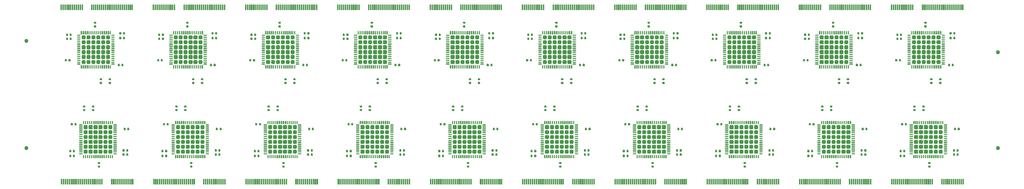
<source format=gbr>
*
%FSLAX24Y24*%
%MOIN*%
%ADD10R,0.011000X0.011000*%
%ADD11C,0.011000*%
%ADD12R,0.021000X0.021000*%
%ADD13C,0.019600*%
%ADD14R,0.004800X0.004800*%
%ADD15C,0.005000*%
%ADD16R,0.013780X0.013780*%
%ADD17C,0.079921*%
%ADD18C,0.040551*%
%IPPOS*%
%LNm386940-gtp.GBR*%
%LPD*%
G54D10*
X009649Y007869D02*
X009783D01*
G54D11*
X009649Y007924D02*
X009783D01*
X009649Y007814D02*
X009783D01*
G54D10*
X009649Y008247D02*
X009783D01*
G54D11*
X009649Y008302D02*
X009783D01*
X009649Y008192D02*
X009783D01*
G54D10*
X013204Y003235D02*
Y003369D01*
G54D11*
X013149Y003235D02*
Y003369D01*
X013259Y003235D02*
Y003369D01*
G54D10*
X012826Y003235D02*
Y003369D01*
G54D11*
X012771Y003235D02*
Y003369D01*
X012881Y003235D02*
Y003369D01*
G54D10*
X007370Y003089D02*
Y003223D01*
G54D11*
X007315Y003089D02*
Y003223D01*
X007425Y003089D02*
Y003223D01*
G54D10*
X007748Y003089D02*
Y003223D01*
G54D11*
X007693Y003089D02*
Y003223D01*
X007803Y003089D02*
Y003223D01*
G54D10*
X007523Y006341D02*
Y006475D01*
G54D11*
X007468Y006341D02*
Y006475D01*
X007578Y006341D02*
Y006475D01*
G54D10*
X007901Y006341D02*
Y006475D01*
G54D11*
X007846Y006341D02*
Y006475D01*
X007956Y006341D02*
Y006475D01*
G54D10*
X008732Y007869D02*
X008866D01*
G54D11*
X008732Y007924D02*
X008866D01*
X008732Y007814D02*
X008866D01*
G54D10*
X008732Y008247D02*
X008866D01*
G54D11*
X008732Y008302D02*
X008866D01*
X008732Y008192D02*
X008866D01*
G54D10*
X007370Y003581D02*
Y003715D01*
G54D11*
X007315Y003581D02*
Y003715D01*
X007425Y003581D02*
Y003715D01*
G54D10*
X007748Y003581D02*
Y003715D01*
G54D11*
X007693Y003581D02*
Y003715D01*
X007803Y003581D02*
Y003715D01*
G54D10*
X012939Y005854D02*
Y005988D01*
G54D11*
X012884Y005854D02*
Y005988D01*
X012994Y005854D02*
Y005988D01*
G54D10*
X013317Y005854D02*
Y005988D01*
G54D11*
X013262Y005854D02*
Y005988D01*
X013372Y005854D02*
Y005988D01*
G54D12*
X008870Y003581D02*
X009066D01*
G54D13*
X008863Y003686D02*
X009073D01*
X008863Y003476D02*
X009073D01*
G54D12*
X009374Y003581D02*
X009570D01*
G54D13*
X009367Y003686D02*
X009577D01*
X009367Y003476D02*
X009577D01*
G54D12*
X009878Y003581D02*
X010074D01*
G54D13*
X009871Y003686D02*
X010081D01*
X009871Y003476D02*
X010081D01*
G54D12*
X010382Y003581D02*
X010578D01*
G54D13*
X010375Y003686D02*
X010585D01*
X010375Y003476D02*
X010585D01*
G54D12*
X010886Y003581D02*
X011082D01*
G54D13*
X010879Y003686D02*
X011089D01*
X010879Y003476D02*
X011089D01*
G54D12*
X011390Y003581D02*
X011586D01*
G54D13*
X011383Y003686D02*
X011593D01*
X011383Y003476D02*
X011593D01*
G54D12*
X008870Y004085D02*
X009066D01*
G54D13*
X008863Y004190D02*
X009073D01*
X008863Y003980D02*
X009073D01*
G54D12*
X009374Y004085D02*
X009570D01*
G54D13*
X009367Y004190D02*
X009577D01*
X009367Y003980D02*
X009577D01*
G54D12*
X009878Y004085D02*
X010074D01*
G54D13*
X009871Y004190D02*
X010081D01*
X009871Y003980D02*
X010081D01*
G54D12*
X010382Y004085D02*
X010578D01*
G54D13*
X010375Y004190D02*
X010585D01*
X010375Y003980D02*
X010585D01*
G54D12*
X010886Y004085D02*
X011082D01*
G54D13*
X010879Y004190D02*
X011089D01*
X010879Y003980D02*
X011089D01*
G54D12*
X011390Y004085D02*
X011586D01*
G54D13*
X011383Y004190D02*
X011593D01*
X011383Y003980D02*
X011593D01*
G54D12*
X008870Y004589D02*
X009066D01*
G54D13*
X008863Y004694D02*
X009073D01*
X008863Y004484D02*
X009073D01*
G54D12*
X009374Y004589D02*
X009570D01*
G54D13*
X009367Y004694D02*
X009577D01*
X009367Y004484D02*
X009577D01*
G54D12*
X009878Y004589D02*
X010074D01*
G54D13*
X009871Y004694D02*
X010081D01*
X009871Y004484D02*
X010081D01*
G54D12*
X010382Y004589D02*
X010578D01*
G54D13*
X010375Y004694D02*
X010585D01*
X010375Y004484D02*
X010585D01*
G54D12*
X010886Y004589D02*
X011082D01*
G54D13*
X010879Y004694D02*
X011089D01*
X010879Y004484D02*
X011089D01*
G54D12*
X011390Y004589D02*
X011586D01*
G54D13*
X011383Y004694D02*
X011593D01*
X011383Y004484D02*
X011593D01*
G54D12*
X008870Y005093D02*
X009066D01*
G54D13*
X008863Y005198D02*
X009073D01*
X008863Y004988D02*
X009073D01*
G54D12*
X009374Y005093D02*
X009570D01*
G54D13*
X009367Y005198D02*
X009577D01*
X009367Y004988D02*
X009577D01*
G54D12*
X009878Y005093D02*
X010074D01*
G54D13*
X009871Y005198D02*
X010081D01*
X009871Y004988D02*
X010081D01*
G54D12*
X010382Y005093D02*
X010578D01*
G54D13*
X010375Y005198D02*
X010585D01*
X010375Y004988D02*
X010585D01*
G54D12*
X010886Y005093D02*
X011082D01*
G54D13*
X010879Y005198D02*
X011089D01*
X010879Y004988D02*
X011089D01*
G54D12*
X011390Y005093D02*
X011586D01*
G54D13*
X011383Y005198D02*
X011593D01*
X011383Y004988D02*
X011593D01*
G54D12*
X008870Y005597D02*
X009066D01*
G54D13*
X008863Y005702D02*
X009073D01*
X008863Y005492D02*
X009073D01*
G54D12*
X009374Y005597D02*
X009570D01*
G54D13*
X009367Y005702D02*
X009577D01*
X009367Y005492D02*
X009577D01*
G54D12*
X009878Y005597D02*
X010074D01*
G54D13*
X009871Y005702D02*
X010081D01*
X009871Y005492D02*
X010081D01*
G54D12*
X010382Y005597D02*
X010578D01*
G54D13*
X010375Y005702D02*
X010585D01*
X010375Y005492D02*
X010585D01*
G54D12*
X010886Y005597D02*
X011082D01*
G54D13*
X010879Y005702D02*
X011089D01*
X010879Y005492D02*
X011089D01*
G54D12*
X011390Y005597D02*
X011586D01*
G54D13*
X011383Y005702D02*
X011593D01*
X011383Y005492D02*
X011593D01*
G54D12*
X008870Y006101D02*
X009066D01*
G54D13*
X008863Y006206D02*
X009073D01*
X008863Y005996D02*
X009073D01*
G54D12*
X009374Y006101D02*
X009570D01*
G54D13*
X009367Y006206D02*
X009577D01*
X009367Y005996D02*
X009577D01*
G54D12*
X009878Y006101D02*
X010074D01*
G54D13*
X009871Y006206D02*
X010081D01*
X009871Y005996D02*
X010081D01*
G54D12*
X010382Y006101D02*
X010578D01*
G54D13*
X010375Y006206D02*
X010585D01*
X010375Y005996D02*
X010585D01*
G54D12*
X010886Y006101D02*
X011082D01*
G54D13*
X010879Y006206D02*
X011089D01*
X010879Y005996D02*
X011089D01*
G54D12*
X011390Y006101D02*
X011586D01*
G54D13*
X011383Y006206D02*
X011593D01*
X011383Y005996D02*
X011593D01*
G54D14*
X008751Y002946D02*
Y003233D01*
G54D15*
X008727Y002947D02*
Y003232D01*
X008775Y002947D02*
Y003232D01*
G54D14*
X008948Y002946D02*
Y003233D01*
G54D15*
X008924Y002947D02*
Y003232D01*
X008972Y002947D02*
Y003232D01*
G54D14*
X009145Y002946D02*
Y003233D01*
G54D15*
X009121Y002947D02*
Y003232D01*
X009169Y002947D02*
Y003232D01*
G54D14*
X009342Y002946D02*
Y003233D01*
G54D15*
X009318Y002947D02*
Y003232D01*
X009366Y002947D02*
Y003232D01*
G54D14*
X009539Y002946D02*
Y003233D01*
G54D15*
X009515Y002947D02*
Y003232D01*
X009563Y002947D02*
Y003232D01*
G54D14*
X009736Y002946D02*
Y003233D01*
G54D15*
X009712Y002947D02*
Y003232D01*
X009760Y002947D02*
Y003232D01*
G54D14*
X009933Y002946D02*
Y003233D01*
G54D15*
X009909Y002947D02*
Y003232D01*
X009957Y002947D02*
Y003232D01*
G54D14*
X010129Y002946D02*
Y003233D01*
G54D15*
X010105Y002947D02*
Y003232D01*
X010153Y002947D02*
Y003232D01*
G54D14*
X010326Y002946D02*
Y003233D01*
G54D15*
X010302Y002947D02*
Y003232D01*
X010350Y002947D02*
Y003232D01*
G54D14*
X010523Y002946D02*
Y003233D01*
G54D15*
X010499Y002947D02*
Y003232D01*
X010547Y002947D02*
Y003232D01*
G54D14*
X010720Y002946D02*
Y003233D01*
G54D15*
X010696Y002947D02*
Y003232D01*
X010744Y002947D02*
Y003232D01*
G54D14*
X010917Y002946D02*
Y003233D01*
G54D15*
X010893Y002947D02*
Y003232D01*
X010941Y002947D02*
Y003232D01*
G54D14*
X011114Y002946D02*
Y003233D01*
G54D15*
X011090Y002947D02*
Y003232D01*
X011138Y002947D02*
Y003232D01*
G54D14*
X011311Y002946D02*
Y003233D01*
G54D15*
X011287Y002947D02*
Y003232D01*
X011335Y002947D02*
Y003232D01*
G54D14*
X011507Y002946D02*
Y003233D01*
G54D15*
X011483Y002947D02*
Y003232D01*
X011531Y002947D02*
Y003232D01*
G54D14*
X011704Y002946D02*
Y003233D01*
G54D15*
X011680Y002947D02*
Y003232D01*
X011728Y002947D02*
Y003232D01*
G54D14*
X011836Y003365D02*
X012123D01*
G54D15*
X011837Y003389D02*
X012122D01*
X011837Y003341D02*
X012122D01*
G54D14*
X011836Y003562D02*
X012123D01*
G54D15*
X011837Y003586D02*
X012122D01*
X011837Y003538D02*
X012122D01*
G54D14*
X011836Y003759D02*
X012123D01*
G54D15*
X011837Y003783D02*
X012122D01*
X011837Y003735D02*
X012122D01*
G54D14*
X011836Y003955D02*
X012123D01*
G54D15*
X011837Y003979D02*
X012122D01*
X011837Y003931D02*
X012122D01*
G54D14*
X011836Y004152D02*
X012123D01*
G54D15*
X011837Y004176D02*
X012122D01*
X011837Y004128D02*
X012122D01*
G54D14*
X011836Y004349D02*
X012123D01*
G54D15*
X011837Y004373D02*
X012122D01*
X011837Y004325D02*
X012122D01*
G54D14*
X011836Y004546D02*
X012123D01*
G54D15*
X011837Y004570D02*
X012122D01*
X011837Y004522D02*
X012122D01*
G54D14*
X011836Y004743D02*
X012123D01*
G54D15*
X011837Y004767D02*
X012122D01*
X011837Y004719D02*
X012122D01*
G54D14*
X011836Y004940D02*
X012123D01*
G54D15*
X011837Y004964D02*
X012122D01*
X011837Y004916D02*
X012122D01*
G54D14*
X011836Y005137D02*
X012123D01*
G54D15*
X011837Y005161D02*
X012122D01*
X011837Y005113D02*
X012122D01*
G54D14*
X011836Y005333D02*
X012123D01*
G54D15*
X011837Y005357D02*
X012122D01*
X011837Y005309D02*
X012122D01*
G54D14*
X011836Y005530D02*
X012123D01*
G54D15*
X011837Y005554D02*
X012122D01*
X011837Y005506D02*
X012122D01*
G54D14*
X011836Y005727D02*
X012123D01*
G54D15*
X011837Y005751D02*
X012122D01*
X011837Y005703D02*
X012122D01*
G54D14*
X011836Y005924D02*
X012123D01*
G54D15*
X011837Y005948D02*
X012122D01*
X011837Y005900D02*
X012122D01*
G54D14*
X011836Y006121D02*
X012123D01*
G54D15*
X011837Y006145D02*
X012122D01*
X011837Y006097D02*
X012122D01*
G54D14*
X011836Y006318D02*
X012123D01*
G54D15*
X011837Y006342D02*
X012122D01*
X011837Y006294D02*
X012122D01*
G54D14*
X011704Y006450D02*
Y006737D01*
G54D15*
X011680Y006451D02*
Y006736D01*
X011728Y006451D02*
Y006736D01*
G54D14*
X011507Y006450D02*
Y006737D01*
G54D15*
X011483Y006451D02*
Y006736D01*
X011531Y006451D02*
Y006736D01*
G54D14*
X011311Y006450D02*
Y006737D01*
G54D15*
X011287Y006451D02*
Y006736D01*
X011335Y006451D02*
Y006736D01*
G54D14*
X011114Y006450D02*
Y006737D01*
G54D15*
X011090Y006451D02*
Y006736D01*
X011138Y006451D02*
Y006736D01*
G54D14*
X010917Y006450D02*
Y006737D01*
G54D15*
X010893Y006451D02*
Y006736D01*
X010941Y006451D02*
Y006736D01*
G54D14*
X010720Y006450D02*
Y006737D01*
G54D15*
X010696Y006451D02*
Y006736D01*
X010744Y006451D02*
Y006736D01*
G54D14*
X010523Y006450D02*
Y006737D01*
G54D15*
X010499Y006451D02*
Y006736D01*
X010547Y006451D02*
Y006736D01*
G54D14*
X010326Y006450D02*
Y006737D01*
G54D15*
X010302Y006451D02*
Y006736D01*
X010350Y006451D02*
Y006736D01*
G54D14*
X010129Y006450D02*
Y006737D01*
G54D15*
X010105Y006451D02*
Y006736D01*
X010153Y006451D02*
Y006736D01*
G54D14*
X009933Y006450D02*
Y006737D01*
G54D15*
X009909Y006451D02*
Y006736D01*
X009957Y006451D02*
Y006736D01*
G54D14*
X009736Y006450D02*
Y006737D01*
G54D15*
X009712Y006451D02*
Y006736D01*
X009760Y006451D02*
Y006736D01*
G54D14*
X009539Y006450D02*
Y006737D01*
G54D15*
X009515Y006451D02*
Y006736D01*
X009563Y006451D02*
Y006736D01*
G54D14*
X009342Y006450D02*
Y006737D01*
G54D15*
X009318Y006451D02*
Y006736D01*
X009366Y006451D02*
Y006736D01*
G54D14*
X009145Y006450D02*
Y006737D01*
G54D15*
X009121Y006451D02*
Y006736D01*
X009169Y006451D02*
Y006736D01*
G54D14*
X008948Y006450D02*
Y006737D01*
G54D15*
X008924Y006451D02*
Y006736D01*
X008972Y006451D02*
Y006736D01*
G54D14*
X008751Y006450D02*
Y006737D01*
G54D15*
X008727Y006451D02*
Y006736D01*
X008775Y006451D02*
Y006736D01*
G54D14*
X008332Y006318D02*
X008619D01*
G54D15*
X008333Y006342D02*
X008618D01*
X008333Y006294D02*
X008618D01*
G54D14*
X008332Y006121D02*
X008619D01*
G54D15*
X008333Y006145D02*
X008618D01*
X008333Y006097D02*
X008618D01*
G54D14*
X008332Y005924D02*
X008619D01*
G54D15*
X008333Y005948D02*
X008618D01*
X008333Y005900D02*
X008618D01*
G54D14*
X008332Y005727D02*
X008619D01*
G54D15*
X008333Y005751D02*
X008618D01*
X008333Y005703D02*
X008618D01*
G54D14*
X008332Y005530D02*
X008619D01*
G54D15*
X008333Y005554D02*
X008618D01*
X008333Y005506D02*
X008618D01*
G54D14*
X008332Y005333D02*
X008619D01*
G54D15*
X008333Y005357D02*
X008618D01*
X008333Y005309D02*
X008618D01*
G54D14*
X008332Y005137D02*
X008619D01*
G54D15*
X008333Y005161D02*
X008618D01*
X008333Y005113D02*
X008618D01*
G54D14*
X008332Y004940D02*
X008619D01*
G54D15*
X008333Y004964D02*
X008618D01*
X008333Y004916D02*
X008618D01*
G54D14*
X008332Y004743D02*
X008619D01*
G54D15*
X008333Y004767D02*
X008618D01*
X008333Y004719D02*
X008618D01*
G54D14*
X008332Y004546D02*
X008619D01*
G54D15*
X008333Y004570D02*
X008618D01*
X008333Y004522D02*
X008618D01*
G54D14*
X008332Y004349D02*
X008619D01*
G54D15*
X008333Y004373D02*
X008618D01*
X008333Y004325D02*
X008618D01*
G54D14*
X008332Y004152D02*
X008619D01*
G54D15*
X008333Y004176D02*
X008618D01*
X008333Y004128D02*
X008618D01*
G54D14*
X008332Y003955D02*
X008619D01*
G54D15*
X008333Y003979D02*
X008618D01*
X008333Y003931D02*
X008618D01*
G54D14*
X008332Y003759D02*
X008619D01*
G54D15*
X008333Y003783D02*
X008618D01*
X008333Y003735D02*
X008618D01*
G54D14*
X008332Y003562D02*
X008619D01*
G54D15*
X008333Y003586D02*
X008618D01*
X008333Y003538D02*
X008618D01*
G54D14*
X008332Y003365D02*
X008619D01*
G54D15*
X008333Y003389D02*
X008618D01*
X008333Y003341D02*
X008618D01*
G54D10*
X010251Y002070D02*
X010385D01*
G54D11*
X010251Y002125D02*
X010385D01*
X010251Y002015D02*
X010385D01*
G54D10*
X010251Y002448D02*
X010385D01*
G54D11*
X010251Y002503D02*
X010385D01*
X010251Y002393D02*
X010385D01*
G54D16*
X013779Y000284D02*
Y000718D01*
X013582Y000284D02*
Y000718D01*
X013386Y000284D02*
Y000718D01*
X013189Y000284D02*
Y000718D01*
X012992Y000284D02*
Y000718D01*
X012795Y000284D02*
Y000718D01*
X012598Y000284D02*
Y000718D01*
X012401Y000284D02*
Y000718D01*
X012204Y000284D02*
Y000718D01*
X012008Y000284D02*
Y000718D01*
X011811Y000284D02*
Y000718D01*
X011614Y000284D02*
Y000718D01*
X010630Y000284D02*
Y000718D01*
X010433Y000284D02*
Y000718D01*
X010236Y000284D02*
Y000718D01*
X010040Y000284D02*
Y000718D01*
X009843Y000284D02*
Y000718D01*
X009646Y000284D02*
Y000718D01*
X009450Y000284D02*
Y000718D01*
X009253Y000284D02*
Y000718D01*
X009056Y000284D02*
Y000718D01*
X008859Y000284D02*
Y000718D01*
X008662Y000284D02*
Y000718D01*
X008465Y000284D02*
Y000718D01*
X008268Y000284D02*
Y000718D01*
X008072Y000284D02*
Y000718D01*
X007875Y000284D02*
Y000718D01*
X007678Y000284D02*
Y000718D01*
X007481Y000284D02*
Y000718D01*
X007284Y000284D02*
Y000718D01*
X007087Y000284D02*
Y000718D01*
X006890Y000284D02*
Y000718D01*
X006694Y000284D02*
Y000718D01*
X006497Y000284D02*
Y000718D01*
G54D10*
X013204Y003655D02*
Y003789D01*
G54D11*
X013149Y003655D02*
Y003789D01*
X013259Y003655D02*
Y003789D01*
G54D10*
X012826Y003655D02*
Y003789D01*
G54D11*
X012771Y003655D02*
Y003789D01*
X012881Y003655D02*
Y003789D01*
G54D10*
X010587Y011029D02*
X010453D01*
G54D11*
X010587Y010974D02*
X010453D01*
X010587Y011084D02*
X010453D01*
G54D10*
X010587Y010651D02*
X010453D01*
G54D11*
X010587Y010596D02*
X010453D01*
X010587Y010706D02*
X010453D01*
G54D10*
X007032Y015663D02*
Y015529D01*
G54D11*
X007087Y015663D02*
Y015529D01*
X006977Y015663D02*
Y015529D01*
G54D10*
X007410Y015663D02*
Y015529D01*
G54D11*
X007465Y015663D02*
Y015529D01*
X007355Y015663D02*
Y015529D01*
G54D10*
X012867Y015808D02*
Y015674D01*
G54D11*
X012922Y015808D02*
Y015674D01*
X012812Y015808D02*
Y015674D01*
G54D10*
X012489Y015808D02*
Y015674D01*
G54D11*
X012544Y015808D02*
Y015674D01*
X012434Y015808D02*
Y015674D01*
G54D10*
X012713Y012556D02*
Y012422D01*
G54D11*
X012768Y012556D02*
Y012422D01*
X012658Y012556D02*
Y012422D01*
G54D10*
X012335Y012556D02*
Y012422D01*
G54D11*
X012390Y012556D02*
Y012422D01*
X012280Y012556D02*
Y012422D01*
G54D10*
X011505Y011029D02*
X011371D01*
G54D11*
X011505Y010974D02*
X011371D01*
X011505Y011084D02*
X011371D01*
G54D10*
X011505Y010651D02*
X011371D01*
G54D11*
X011505Y010596D02*
X011371D01*
X011505Y010706D02*
X011371D01*
G54D10*
X012867Y015316D02*
Y015182D01*
G54D11*
X012922Y015316D02*
Y015182D01*
X012812Y015316D02*
Y015182D01*
G54D10*
X012489Y015316D02*
Y015182D01*
G54D11*
X012544Y015316D02*
Y015182D01*
X012434Y015316D02*
Y015182D01*
G54D10*
X007297Y013043D02*
Y012909D01*
G54D11*
X007352Y013043D02*
Y012909D01*
X007242Y013043D02*
Y012909D01*
G54D10*
X006919Y013043D02*
Y012909D01*
G54D11*
X006974Y013043D02*
Y012909D01*
X006864Y013043D02*
Y012909D01*
G54D12*
X011366Y015316D02*
X011170D01*
G54D13*
X011373Y015211D02*
X011163D01*
X011373Y015421D02*
X011163D01*
G54D12*
X010862Y015316D02*
X010666D01*
G54D13*
X010869Y015211D02*
X010659D01*
X010869Y015421D02*
X010659D01*
G54D12*
X010358Y015316D02*
X010162D01*
G54D13*
X010365Y015211D02*
X010155D01*
X010365Y015421D02*
X010155D01*
G54D12*
X009854Y015316D02*
X009658D01*
G54D13*
X009861Y015211D02*
X009651D01*
X009861Y015421D02*
X009651D01*
G54D12*
X009350Y015316D02*
X009154D01*
G54D13*
X009357Y015211D02*
X009147D01*
X009357Y015421D02*
X009147D01*
G54D12*
X008847Y015316D02*
X008651D01*
G54D13*
X008854Y015211D02*
X008644D01*
X008854Y015421D02*
X008644D01*
G54D12*
X011366Y014812D02*
X011170D01*
G54D13*
X011373Y014707D02*
X011163D01*
X011373Y014917D02*
X011163D01*
G54D12*
X010862Y014812D02*
X010666D01*
G54D13*
X010869Y014707D02*
X010659D01*
X010869Y014917D02*
X010659D01*
G54D12*
X010358Y014812D02*
X010162D01*
G54D13*
X010365Y014707D02*
X010155D01*
X010365Y014917D02*
X010155D01*
G54D12*
X009854Y014812D02*
X009658D01*
G54D13*
X009861Y014707D02*
X009651D01*
X009861Y014917D02*
X009651D01*
G54D12*
X009350Y014812D02*
X009154D01*
G54D13*
X009357Y014707D02*
X009147D01*
X009357Y014917D02*
X009147D01*
G54D12*
X008847Y014812D02*
X008651D01*
G54D13*
X008854Y014707D02*
X008644D01*
X008854Y014917D02*
X008644D01*
G54D12*
X011366Y014308D02*
X011170D01*
G54D13*
X011373Y014203D02*
X011163D01*
X011373Y014413D02*
X011163D01*
G54D12*
X010862Y014308D02*
X010666D01*
G54D13*
X010869Y014203D02*
X010659D01*
X010869Y014413D02*
X010659D01*
G54D12*
X010358Y014308D02*
X010162D01*
G54D13*
X010365Y014203D02*
X010155D01*
X010365Y014413D02*
X010155D01*
G54D12*
X009854Y014308D02*
X009658D01*
G54D13*
X009861Y014203D02*
X009651D01*
X009861Y014413D02*
X009651D01*
G54D12*
X009350Y014308D02*
X009154D01*
G54D13*
X009357Y014203D02*
X009147D01*
X009357Y014413D02*
X009147D01*
G54D12*
X008847Y014308D02*
X008651D01*
G54D13*
X008854Y014203D02*
X008644D01*
X008854Y014413D02*
X008644D01*
G54D12*
X011366Y013804D02*
X011170D01*
G54D13*
X011373Y013699D02*
X011163D01*
X011373Y013909D02*
X011163D01*
G54D12*
X010862Y013804D02*
X010666D01*
G54D13*
X010869Y013699D02*
X010659D01*
X010869Y013909D02*
X010659D01*
G54D12*
X010358Y013804D02*
X010162D01*
G54D13*
X010365Y013699D02*
X010155D01*
X010365Y013909D02*
X010155D01*
G54D12*
X009854Y013804D02*
X009658D01*
G54D13*
X009861Y013699D02*
X009651D01*
X009861Y013909D02*
X009651D01*
G54D12*
X009350Y013804D02*
X009154D01*
G54D13*
X009357Y013699D02*
X009147D01*
X009357Y013909D02*
X009147D01*
G54D12*
X008847Y013804D02*
X008651D01*
G54D13*
X008854Y013699D02*
X008644D01*
X008854Y013909D02*
X008644D01*
G54D12*
X011366Y013300D02*
X011170D01*
G54D13*
X011373Y013195D02*
X011163D01*
X011373Y013405D02*
X011163D01*
G54D12*
X010862Y013300D02*
X010666D01*
G54D13*
X010869Y013195D02*
X010659D01*
X010869Y013405D02*
X010659D01*
G54D12*
X010358Y013300D02*
X010162D01*
G54D13*
X010365Y013195D02*
X010155D01*
X010365Y013405D02*
X010155D01*
G54D12*
X009854Y013300D02*
X009658D01*
G54D13*
X009861Y013195D02*
X009651D01*
X009861Y013405D02*
X009651D01*
G54D12*
X009350Y013300D02*
X009154D01*
G54D13*
X009357Y013195D02*
X009147D01*
X009357Y013405D02*
X009147D01*
G54D12*
X008847Y013300D02*
X008651D01*
G54D13*
X008854Y013195D02*
X008644D01*
X008854Y013405D02*
X008644D01*
G54D12*
X011366Y012796D02*
X011170D01*
G54D13*
X011373Y012691D02*
X011163D01*
X011373Y012901D02*
X011163D01*
G54D12*
X010862Y012796D02*
X010666D01*
G54D13*
X010869Y012691D02*
X010659D01*
X010869Y012901D02*
X010659D01*
G54D12*
X010358Y012796D02*
X010162D01*
G54D13*
X010365Y012691D02*
X010155D01*
X010365Y012901D02*
X010155D01*
G54D12*
X009854Y012796D02*
X009658D01*
G54D13*
X009861Y012691D02*
X009651D01*
X009861Y012901D02*
X009651D01*
G54D12*
X009350Y012796D02*
X009154D01*
G54D13*
X009357Y012691D02*
X009147D01*
X009357Y012901D02*
X009147D01*
G54D12*
X008847Y012796D02*
X008651D01*
G54D13*
X008854Y012691D02*
X008644D01*
X008854Y012901D02*
X008644D01*
G54D14*
X011485Y015952D02*
Y015665D01*
G54D15*
X011509Y015951D02*
Y015666D01*
X011461Y015951D02*
Y015666D01*
G54D14*
X011288Y015952D02*
Y015665D01*
G54D15*
X011312Y015951D02*
Y015666D01*
X011264Y015951D02*
Y015666D01*
G54D14*
X011091Y015952D02*
Y015665D01*
G54D15*
X011115Y015951D02*
Y015666D01*
X011067Y015951D02*
Y015666D01*
G54D14*
X010894Y015952D02*
Y015665D01*
G54D15*
X010918Y015951D02*
Y015666D01*
X010870Y015951D02*
Y015666D01*
G54D14*
X010697Y015952D02*
Y015665D01*
G54D15*
X010721Y015951D02*
Y015666D01*
X010673Y015951D02*
Y015666D01*
G54D14*
X010501Y015952D02*
Y015665D01*
G54D15*
X010525Y015951D02*
Y015666D01*
X010477Y015951D02*
Y015666D01*
G54D14*
X010304Y015952D02*
Y015665D01*
G54D15*
X010328Y015951D02*
Y015666D01*
X010280Y015951D02*
Y015666D01*
G54D14*
X010107Y015952D02*
Y015665D01*
G54D15*
X010131Y015951D02*
Y015666D01*
X010083Y015951D02*
Y015666D01*
G54D14*
X009910Y015952D02*
Y015665D01*
G54D15*
X009934Y015951D02*
Y015666D01*
X009886Y015951D02*
Y015666D01*
G54D14*
X009713Y015952D02*
Y015665D01*
G54D15*
X009737Y015951D02*
Y015666D01*
X009689Y015951D02*
Y015666D01*
G54D14*
X009516Y015952D02*
Y015665D01*
G54D15*
X009540Y015951D02*
Y015666D01*
X009492Y015951D02*
Y015666D01*
G54D14*
X009319Y015952D02*
Y015665D01*
G54D15*
X009343Y015951D02*
Y015666D01*
X009295Y015951D02*
Y015666D01*
G54D14*
X009123Y015952D02*
Y015665D01*
G54D15*
X009147Y015951D02*
Y015666D01*
X009099Y015951D02*
Y015666D01*
G54D14*
X008926Y015952D02*
Y015665D01*
G54D15*
X008950Y015951D02*
Y015666D01*
X008902Y015951D02*
Y015666D01*
G54D14*
X008729Y015952D02*
Y015665D01*
G54D15*
X008753Y015951D02*
Y015666D01*
X008705Y015951D02*
Y015666D01*
G54D14*
X008532Y015952D02*
Y015665D01*
G54D15*
X008556Y015951D02*
Y015666D01*
X008508Y015951D02*
Y015666D01*
G54D14*
X008400Y015533D02*
X008113D01*
G54D15*
X008399Y015509D02*
X008114D01*
X008399Y015557D02*
X008114D01*
G54D14*
X008400Y015336D02*
X008113D01*
G54D15*
X008399Y015312D02*
X008114D01*
X008399Y015360D02*
X008114D01*
G54D14*
X008400Y015139D02*
X008113D01*
G54D15*
X008399Y015115D02*
X008114D01*
X008399Y015163D02*
X008114D01*
G54D14*
X008400Y014942D02*
X008113D01*
G54D15*
X008399Y014918D02*
X008114D01*
X008399Y014966D02*
X008114D01*
G54D14*
X008400Y014745D02*
X008113D01*
G54D15*
X008399Y014721D02*
X008114D01*
X008399Y014769D02*
X008114D01*
G54D14*
X008400Y014548D02*
X008113D01*
G54D15*
X008399Y014524D02*
X008114D01*
X008399Y014572D02*
X008114D01*
G54D14*
X008400Y014352D02*
X008113D01*
G54D15*
X008399Y014328D02*
X008114D01*
X008399Y014376D02*
X008114D01*
G54D14*
X008400Y014155D02*
X008113D01*
G54D15*
X008399Y014131D02*
X008114D01*
X008399Y014179D02*
X008114D01*
G54D14*
X008400Y013958D02*
X008113D01*
G54D15*
X008399Y013934D02*
X008114D01*
X008399Y013982D02*
X008114D01*
G54D14*
X008400Y013761D02*
X008113D01*
G54D15*
X008399Y013737D02*
X008114D01*
X008399Y013785D02*
X008114D01*
G54D14*
X008400Y013564D02*
X008113D01*
G54D15*
X008399Y013540D02*
X008114D01*
X008399Y013588D02*
X008114D01*
G54D14*
X008400Y013367D02*
X008113D01*
G54D15*
X008399Y013343D02*
X008114D01*
X008399Y013391D02*
X008114D01*
G54D14*
X008400Y013170D02*
X008113D01*
G54D15*
X008399Y013146D02*
X008114D01*
X008399Y013194D02*
X008114D01*
G54D14*
X008400Y012974D02*
X008113D01*
G54D15*
X008399Y012950D02*
X008114D01*
X008399Y012998D02*
X008114D01*
G54D14*
X008400Y012777D02*
X008113D01*
G54D15*
X008399Y012753D02*
X008114D01*
X008399Y012801D02*
X008114D01*
G54D14*
X008400Y012580D02*
X008113D01*
G54D15*
X008399Y012556D02*
X008114D01*
X008399Y012604D02*
X008114D01*
G54D14*
X008532Y012448D02*
Y012161D01*
G54D15*
X008556Y012447D02*
Y012162D01*
X008508Y012447D02*
Y012162D01*
G54D14*
X008729Y012448D02*
Y012161D01*
G54D15*
X008753Y012447D02*
Y012162D01*
X008705Y012447D02*
Y012162D01*
G54D14*
X008926Y012448D02*
Y012161D01*
G54D15*
X008950Y012447D02*
Y012162D01*
X008902Y012447D02*
Y012162D01*
G54D14*
X009123Y012448D02*
Y012161D01*
G54D15*
X009147Y012447D02*
Y012162D01*
X009099Y012447D02*
Y012162D01*
G54D14*
X009319Y012448D02*
Y012161D01*
G54D15*
X009343Y012447D02*
Y012162D01*
X009295Y012447D02*
Y012162D01*
G54D14*
X009516Y012448D02*
Y012161D01*
G54D15*
X009540Y012447D02*
Y012162D01*
X009492Y012447D02*
Y012162D01*
G54D14*
X009713Y012448D02*
Y012161D01*
G54D15*
X009737Y012447D02*
Y012162D01*
X009689Y012447D02*
Y012162D01*
G54D14*
X009910Y012448D02*
Y012161D01*
G54D15*
X009934Y012447D02*
Y012162D01*
X009886Y012447D02*
Y012162D01*
G54D14*
X010107Y012448D02*
Y012161D01*
G54D15*
X010131Y012447D02*
Y012162D01*
X010083Y012447D02*
Y012162D01*
G54D14*
X010304Y012448D02*
Y012161D01*
G54D15*
X010328Y012447D02*
Y012162D01*
X010280Y012447D02*
Y012162D01*
G54D14*
X010501Y012448D02*
Y012161D01*
G54D15*
X010525Y012447D02*
Y012162D01*
X010477Y012447D02*
Y012162D01*
G54D14*
X010697Y012448D02*
Y012161D01*
G54D15*
X010721Y012447D02*
Y012162D01*
X010673Y012447D02*
Y012162D01*
G54D14*
X010894Y012448D02*
Y012161D01*
G54D15*
X010918Y012447D02*
Y012162D01*
X010870Y012447D02*
Y012162D01*
G54D14*
X011091Y012448D02*
Y012161D01*
G54D15*
X011115Y012447D02*
Y012162D01*
X011067Y012447D02*
Y012162D01*
G54D14*
X011288Y012448D02*
Y012161D01*
G54D15*
X011312Y012447D02*
Y012162D01*
X011264Y012447D02*
Y012162D01*
G54D14*
X011485Y012448D02*
Y012161D01*
G54D15*
X011509Y012447D02*
Y012162D01*
X011461Y012447D02*
Y012162D01*
G54D14*
X011904Y012580D02*
X011617D01*
G54D15*
X011903Y012556D02*
X011618D01*
X011903Y012604D02*
X011618D01*
G54D14*
X011904Y012777D02*
X011617D01*
G54D15*
X011903Y012753D02*
X011618D01*
X011903Y012801D02*
X011618D01*
G54D14*
X011904Y012974D02*
X011617D01*
G54D15*
X011903Y012950D02*
X011618D01*
X011903Y012998D02*
X011618D01*
G54D14*
X011904Y013170D02*
X011617D01*
G54D15*
X011903Y013146D02*
X011618D01*
X011903Y013194D02*
X011618D01*
G54D14*
X011904Y013367D02*
X011617D01*
G54D15*
X011903Y013343D02*
X011618D01*
X011903Y013391D02*
X011618D01*
G54D14*
X011904Y013564D02*
X011617D01*
G54D15*
X011903Y013540D02*
X011618D01*
X011903Y013588D02*
X011618D01*
G54D14*
X011904Y013761D02*
X011617D01*
G54D15*
X011903Y013737D02*
X011618D01*
X011903Y013785D02*
X011618D01*
G54D14*
X011904Y013958D02*
X011617D01*
G54D15*
X011903Y013934D02*
X011618D01*
X011903Y013982D02*
X011618D01*
G54D14*
X011904Y014155D02*
X011617D01*
G54D15*
X011903Y014131D02*
X011618D01*
X011903Y014179D02*
X011618D01*
G54D14*
X011904Y014352D02*
X011617D01*
G54D15*
X011903Y014328D02*
X011618D01*
X011903Y014376D02*
X011618D01*
G54D14*
X011904Y014548D02*
X011617D01*
G54D15*
X011903Y014524D02*
X011618D01*
X011903Y014572D02*
X011618D01*
G54D14*
X011904Y014745D02*
X011617D01*
G54D15*
X011903Y014721D02*
X011618D01*
X011903Y014769D02*
X011618D01*
G54D14*
X011904Y014942D02*
X011617D01*
G54D15*
X011903Y014918D02*
X011618D01*
X011903Y014966D02*
X011618D01*
G54D14*
X011904Y015139D02*
X011617D01*
G54D15*
X011903Y015115D02*
X011618D01*
X011903Y015163D02*
X011618D01*
G54D14*
X011904Y015336D02*
X011617D01*
G54D15*
X011903Y015312D02*
X011618D01*
X011903Y015360D02*
X011618D01*
G54D14*
X011904Y015533D02*
X011617D01*
G54D15*
X011903Y015509D02*
X011618D01*
X011903Y015557D02*
X011618D01*
G54D10*
X009985Y016828D02*
X009851D01*
G54D11*
X009985Y016773D02*
X009851D01*
X009985Y016883D02*
X009851D01*
G54D10*
X009985Y016450D02*
X009851D01*
G54D11*
X009985Y016395D02*
X009851D01*
X009985Y016505D02*
X009851D01*
G54D16*
X006457Y018613D02*
Y018180D01*
X006654Y018613D02*
Y018180D01*
X006850Y018613D02*
Y018180D01*
X007047Y018613D02*
Y018180D01*
X007244Y018613D02*
Y018180D01*
X007441Y018613D02*
Y018180D01*
X007638Y018613D02*
Y018180D01*
X007835Y018613D02*
Y018180D01*
X008032Y018613D02*
Y018180D01*
X008228Y018613D02*
Y018180D01*
X008425Y018613D02*
Y018180D01*
X008622Y018613D02*
Y018180D01*
X009606Y018613D02*
Y018180D01*
X009803Y018613D02*
Y018180D01*
X010000Y018613D02*
Y018180D01*
X010196Y018613D02*
Y018180D01*
X010393Y018613D02*
Y018180D01*
X010590Y018613D02*
Y018180D01*
X010786Y018613D02*
Y018180D01*
X010983Y018613D02*
Y018180D01*
X011180Y018613D02*
Y018180D01*
X011377Y018613D02*
Y018180D01*
X011574Y018613D02*
Y018180D01*
X011771Y018613D02*
Y018180D01*
X011968Y018613D02*
Y018180D01*
X012164Y018613D02*
Y018180D01*
X012361Y018613D02*
Y018180D01*
X012558Y018613D02*
Y018180D01*
X012755Y018613D02*
Y018180D01*
X012952Y018613D02*
Y018180D01*
X013149Y018613D02*
Y018180D01*
X013346Y018613D02*
Y018180D01*
X013542Y018613D02*
Y018180D01*
X013739Y018613D02*
Y018180D01*
G54D10*
X007032Y015243D02*
Y015109D01*
G54D11*
X007087Y015243D02*
Y015109D01*
X006977Y015243D02*
Y015109D01*
G54D10*
X007410Y015243D02*
Y015109D01*
G54D11*
X007465Y015243D02*
Y015109D01*
X007355Y015243D02*
Y015109D01*
G54D10*
X019098Y007869D02*
X019232D01*
G54D11*
X019098Y007924D02*
X019232D01*
X019098Y007814D02*
X019232D01*
G54D10*
X019098Y008247D02*
X019232D01*
G54D11*
X019098Y008302D02*
X019232D01*
X019098Y008192D02*
X019232D01*
G54D10*
X022653Y003235D02*
Y003369D01*
G54D11*
X022598Y003235D02*
Y003369D01*
X022708Y003235D02*
Y003369D01*
G54D10*
X022275Y003235D02*
Y003369D01*
G54D11*
X022220Y003235D02*
Y003369D01*
X022330Y003235D02*
Y003369D01*
G54D10*
X016818Y003089D02*
Y003223D01*
G54D11*
X016763Y003089D02*
Y003223D01*
X016873Y003089D02*
Y003223D01*
G54D10*
X017196Y003089D02*
Y003223D01*
G54D11*
X017141Y003089D02*
Y003223D01*
X017251Y003089D02*
Y003223D01*
G54D10*
X016972Y006341D02*
Y006475D01*
G54D11*
X016917Y006341D02*
Y006475D01*
X017027Y006341D02*
Y006475D01*
G54D10*
X017350Y006341D02*
Y006475D01*
G54D11*
X017295Y006341D02*
Y006475D01*
X017405Y006341D02*
Y006475D01*
G54D10*
X018181Y007869D02*
X018315D01*
G54D11*
X018181Y007924D02*
X018315D01*
X018181Y007814D02*
X018315D01*
G54D10*
X018181Y008247D02*
X018315D01*
G54D11*
X018181Y008302D02*
X018315D01*
X018181Y008192D02*
X018315D01*
G54D10*
X016818Y003581D02*
Y003715D01*
G54D11*
X016763Y003581D02*
Y003715D01*
X016873Y003581D02*
Y003715D01*
G54D10*
X017196Y003581D02*
Y003715D01*
G54D11*
X017141Y003581D02*
Y003715D01*
X017251Y003581D02*
Y003715D01*
G54D10*
X022388Y005854D02*
Y005988D01*
G54D11*
X022333Y005854D02*
Y005988D01*
X022443Y005854D02*
Y005988D01*
G54D10*
X022766Y005854D02*
Y005988D01*
G54D11*
X022711Y005854D02*
Y005988D01*
X022821Y005854D02*
Y005988D01*
G54D12*
X018319Y003581D02*
X018515D01*
G54D13*
X018312Y003686D02*
X018522D01*
X018312Y003476D02*
X018522D01*
G54D12*
X018823Y003581D02*
X019019D01*
G54D13*
X018816Y003686D02*
X019026D01*
X018816Y003476D02*
X019026D01*
G54D12*
X019327Y003581D02*
X019523D01*
G54D13*
X019320Y003686D02*
X019530D01*
X019320Y003476D02*
X019530D01*
G54D12*
X019831Y003581D02*
X020027D01*
G54D13*
X019824Y003686D02*
X020034D01*
X019824Y003476D02*
X020034D01*
G54D12*
X020335Y003581D02*
X020531D01*
G54D13*
X020328Y003686D02*
X020538D01*
X020328Y003476D02*
X020538D01*
G54D12*
X020839Y003581D02*
X021035D01*
G54D13*
X020832Y003686D02*
X021042D01*
X020832Y003476D02*
X021042D01*
G54D12*
X018319Y004085D02*
X018515D01*
G54D13*
X018312Y004190D02*
X018522D01*
X018312Y003980D02*
X018522D01*
G54D12*
X018823Y004085D02*
X019019D01*
G54D13*
X018816Y004190D02*
X019026D01*
X018816Y003980D02*
X019026D01*
G54D12*
X019327Y004085D02*
X019523D01*
G54D13*
X019320Y004190D02*
X019530D01*
X019320Y003980D02*
X019530D01*
G54D12*
X019831Y004085D02*
X020027D01*
G54D13*
X019824Y004190D02*
X020034D01*
X019824Y003980D02*
X020034D01*
G54D12*
X020335Y004085D02*
X020531D01*
G54D13*
X020328Y004190D02*
X020538D01*
X020328Y003980D02*
X020538D01*
G54D12*
X020839Y004085D02*
X021035D01*
G54D13*
X020832Y004190D02*
X021042D01*
X020832Y003980D02*
X021042D01*
G54D12*
X018319Y004589D02*
X018515D01*
G54D13*
X018312Y004694D02*
X018522D01*
X018312Y004484D02*
X018522D01*
G54D12*
X018823Y004589D02*
X019019D01*
G54D13*
X018816Y004694D02*
X019026D01*
X018816Y004484D02*
X019026D01*
G54D12*
X019327Y004589D02*
X019523D01*
G54D13*
X019320Y004694D02*
X019530D01*
X019320Y004484D02*
X019530D01*
G54D12*
X019831Y004589D02*
X020027D01*
G54D13*
X019824Y004694D02*
X020034D01*
X019824Y004484D02*
X020034D01*
G54D12*
X020335Y004589D02*
X020531D01*
G54D13*
X020328Y004694D02*
X020538D01*
X020328Y004484D02*
X020538D01*
G54D12*
X020839Y004589D02*
X021035D01*
G54D13*
X020832Y004694D02*
X021042D01*
X020832Y004484D02*
X021042D01*
G54D12*
X018319Y005093D02*
X018515D01*
G54D13*
X018312Y005198D02*
X018522D01*
X018312Y004988D02*
X018522D01*
G54D12*
X018823Y005093D02*
X019019D01*
G54D13*
X018816Y005198D02*
X019026D01*
X018816Y004988D02*
X019026D01*
G54D12*
X019327Y005093D02*
X019523D01*
G54D13*
X019320Y005198D02*
X019530D01*
X019320Y004988D02*
X019530D01*
G54D12*
X019831Y005093D02*
X020027D01*
G54D13*
X019824Y005198D02*
X020034D01*
X019824Y004988D02*
X020034D01*
G54D12*
X020335Y005093D02*
X020531D01*
G54D13*
X020328Y005198D02*
X020538D01*
X020328Y004988D02*
X020538D01*
G54D12*
X020839Y005093D02*
X021035D01*
G54D13*
X020832Y005198D02*
X021042D01*
X020832Y004988D02*
X021042D01*
G54D12*
X018319Y005597D02*
X018515D01*
G54D13*
X018312Y005702D02*
X018522D01*
X018312Y005492D02*
X018522D01*
G54D12*
X018823Y005597D02*
X019019D01*
G54D13*
X018816Y005702D02*
X019026D01*
X018816Y005492D02*
X019026D01*
G54D12*
X019327Y005597D02*
X019523D01*
G54D13*
X019320Y005702D02*
X019530D01*
X019320Y005492D02*
X019530D01*
G54D12*
X019831Y005597D02*
X020027D01*
G54D13*
X019824Y005702D02*
X020034D01*
X019824Y005492D02*
X020034D01*
G54D12*
X020335Y005597D02*
X020531D01*
G54D13*
X020328Y005702D02*
X020538D01*
X020328Y005492D02*
X020538D01*
G54D12*
X020839Y005597D02*
X021035D01*
G54D13*
X020832Y005702D02*
X021042D01*
X020832Y005492D02*
X021042D01*
G54D12*
X018319Y006101D02*
X018515D01*
G54D13*
X018312Y006206D02*
X018522D01*
X018312Y005996D02*
X018522D01*
G54D12*
X018823Y006101D02*
X019019D01*
G54D13*
X018816Y006206D02*
X019026D01*
X018816Y005996D02*
X019026D01*
G54D12*
X019327Y006101D02*
X019523D01*
G54D13*
X019320Y006206D02*
X019530D01*
X019320Y005996D02*
X019530D01*
G54D12*
X019831Y006101D02*
X020027D01*
G54D13*
X019824Y006206D02*
X020034D01*
X019824Y005996D02*
X020034D01*
G54D12*
X020335Y006101D02*
X020531D01*
G54D13*
X020328Y006206D02*
X020538D01*
X020328Y005996D02*
X020538D01*
G54D12*
X020839Y006101D02*
X021035D01*
G54D13*
X020832Y006206D02*
X021042D01*
X020832Y005996D02*
X021042D01*
G54D14*
X018200Y002946D02*
Y003233D01*
G54D15*
X018176Y002947D02*
Y003232D01*
X018224Y002947D02*
Y003232D01*
G54D14*
X018397Y002946D02*
Y003233D01*
G54D15*
X018373Y002947D02*
Y003232D01*
X018421Y002947D02*
Y003232D01*
G54D14*
X018594Y002946D02*
Y003233D01*
G54D15*
X018570Y002947D02*
Y003232D01*
X018618Y002947D02*
Y003232D01*
G54D14*
X018791Y002946D02*
Y003233D01*
G54D15*
X018767Y002947D02*
Y003232D01*
X018815Y002947D02*
Y003232D01*
G54D14*
X018988Y002946D02*
Y003233D01*
G54D15*
X018964Y002947D02*
Y003232D01*
X019012Y002947D02*
Y003232D01*
G54D14*
X019185Y002946D02*
Y003233D01*
G54D15*
X019161Y002947D02*
Y003232D01*
X019209Y002947D02*
Y003232D01*
G54D14*
X019381Y002946D02*
Y003233D01*
G54D15*
X019357Y002947D02*
Y003232D01*
X019405Y002947D02*
Y003232D01*
G54D14*
X019578Y002946D02*
Y003233D01*
G54D15*
X019554Y002947D02*
Y003232D01*
X019602Y002947D02*
Y003232D01*
G54D14*
X019775Y002946D02*
Y003233D01*
G54D15*
X019751Y002947D02*
Y003232D01*
X019799Y002947D02*
Y003232D01*
G54D14*
X019972Y002946D02*
Y003233D01*
G54D15*
X019948Y002947D02*
Y003232D01*
X019996Y002947D02*
Y003232D01*
G54D14*
X020169Y002946D02*
Y003233D01*
G54D15*
X020145Y002947D02*
Y003232D01*
X020193Y002947D02*
Y003232D01*
G54D14*
X020366Y002946D02*
Y003233D01*
G54D15*
X020342Y002947D02*
Y003232D01*
X020390Y002947D02*
Y003232D01*
G54D14*
X020562Y002946D02*
Y003233D01*
G54D15*
X020538Y002947D02*
Y003232D01*
X020586Y002947D02*
Y003232D01*
G54D14*
X020759Y002946D02*
Y003233D01*
G54D15*
X020735Y002947D02*
Y003232D01*
X020783Y002947D02*
Y003232D01*
G54D14*
X020956Y002946D02*
Y003233D01*
G54D15*
X020932Y002947D02*
Y003232D01*
X020980Y002947D02*
Y003232D01*
G54D14*
X021153Y002946D02*
Y003233D01*
G54D15*
X021129Y002947D02*
Y003232D01*
X021177Y002947D02*
Y003232D01*
G54D14*
X021285Y003365D02*
X021572D01*
G54D15*
X021286Y003389D02*
X021571D01*
X021286Y003341D02*
X021571D01*
G54D14*
X021285Y003562D02*
X021572D01*
G54D15*
X021286Y003586D02*
X021571D01*
X021286Y003538D02*
X021571D01*
G54D14*
X021285Y003759D02*
X021572D01*
G54D15*
X021286Y003783D02*
X021571D01*
X021286Y003735D02*
X021571D01*
G54D14*
X021285Y003955D02*
X021572D01*
G54D15*
X021286Y003979D02*
X021571D01*
X021286Y003931D02*
X021571D01*
G54D14*
X021285Y004152D02*
X021572D01*
G54D15*
X021286Y004176D02*
X021571D01*
X021286Y004128D02*
X021571D01*
G54D14*
X021285Y004349D02*
X021572D01*
G54D15*
X021286Y004373D02*
X021571D01*
X021286Y004325D02*
X021571D01*
G54D14*
X021285Y004546D02*
X021572D01*
G54D15*
X021286Y004570D02*
X021571D01*
X021286Y004522D02*
X021571D01*
G54D14*
X021285Y004743D02*
X021572D01*
G54D15*
X021286Y004767D02*
X021571D01*
X021286Y004719D02*
X021571D01*
G54D14*
X021285Y004940D02*
X021572D01*
G54D15*
X021286Y004964D02*
X021571D01*
X021286Y004916D02*
X021571D01*
G54D14*
X021285Y005137D02*
X021572D01*
G54D15*
X021286Y005161D02*
X021571D01*
X021286Y005113D02*
X021571D01*
G54D14*
X021285Y005333D02*
X021572D01*
G54D15*
X021286Y005357D02*
X021571D01*
X021286Y005309D02*
X021571D01*
G54D14*
X021285Y005530D02*
X021572D01*
G54D15*
X021286Y005554D02*
X021571D01*
X021286Y005506D02*
X021571D01*
G54D14*
X021285Y005727D02*
X021572D01*
G54D15*
X021286Y005751D02*
X021571D01*
X021286Y005703D02*
X021571D01*
G54D14*
X021285Y005924D02*
X021572D01*
G54D15*
X021286Y005948D02*
X021571D01*
X021286Y005900D02*
X021571D01*
G54D14*
X021285Y006121D02*
X021572D01*
G54D15*
X021286Y006145D02*
X021571D01*
X021286Y006097D02*
X021571D01*
G54D14*
X021285Y006318D02*
X021572D01*
G54D15*
X021286Y006342D02*
X021571D01*
X021286Y006294D02*
X021571D01*
G54D14*
X021153Y006450D02*
Y006737D01*
G54D15*
X021129Y006451D02*
Y006736D01*
X021177Y006451D02*
Y006736D01*
G54D14*
X020956Y006450D02*
Y006737D01*
G54D15*
X020932Y006451D02*
Y006736D01*
X020980Y006451D02*
Y006736D01*
G54D14*
X020759Y006450D02*
Y006737D01*
G54D15*
X020735Y006451D02*
Y006736D01*
X020783Y006451D02*
Y006736D01*
G54D14*
X020562Y006450D02*
Y006737D01*
G54D15*
X020538Y006451D02*
Y006736D01*
X020586Y006451D02*
Y006736D01*
G54D14*
X020366Y006450D02*
Y006737D01*
G54D15*
X020342Y006451D02*
Y006736D01*
X020390Y006451D02*
Y006736D01*
G54D14*
X020169Y006450D02*
Y006737D01*
G54D15*
X020145Y006451D02*
Y006736D01*
X020193Y006451D02*
Y006736D01*
G54D14*
X019972Y006450D02*
Y006737D01*
G54D15*
X019948Y006451D02*
Y006736D01*
X019996Y006451D02*
Y006736D01*
G54D14*
X019775Y006450D02*
Y006737D01*
G54D15*
X019751Y006451D02*
Y006736D01*
X019799Y006451D02*
Y006736D01*
G54D14*
X019578Y006450D02*
Y006737D01*
G54D15*
X019554Y006451D02*
Y006736D01*
X019602Y006451D02*
Y006736D01*
G54D14*
X019381Y006450D02*
Y006737D01*
G54D15*
X019357Y006451D02*
Y006736D01*
X019405Y006451D02*
Y006736D01*
G54D14*
X019185Y006450D02*
Y006737D01*
G54D15*
X019161Y006451D02*
Y006736D01*
X019209Y006451D02*
Y006736D01*
G54D14*
X018988Y006450D02*
Y006737D01*
G54D15*
X018964Y006451D02*
Y006736D01*
X019012Y006451D02*
Y006736D01*
G54D14*
X018791Y006450D02*
Y006737D01*
G54D15*
X018767Y006451D02*
Y006736D01*
X018815Y006451D02*
Y006736D01*
G54D14*
X018594Y006450D02*
Y006737D01*
G54D15*
X018570Y006451D02*
Y006736D01*
X018618Y006451D02*
Y006736D01*
G54D14*
X018397Y006450D02*
Y006737D01*
G54D15*
X018373Y006451D02*
Y006736D01*
X018421Y006451D02*
Y006736D01*
G54D14*
X018200Y006450D02*
Y006737D01*
G54D15*
X018176Y006451D02*
Y006736D01*
X018224Y006451D02*
Y006736D01*
G54D14*
X017781Y006318D02*
X018068D01*
G54D15*
X017782Y006342D02*
X018067D01*
X017782Y006294D02*
X018067D01*
G54D14*
X017781Y006121D02*
X018068D01*
G54D15*
X017782Y006145D02*
X018067D01*
X017782Y006097D02*
X018067D01*
G54D14*
X017781Y005924D02*
X018068D01*
G54D15*
X017782Y005948D02*
X018067D01*
X017782Y005900D02*
X018067D01*
G54D14*
X017781Y005727D02*
X018068D01*
G54D15*
X017782Y005751D02*
X018067D01*
X017782Y005703D02*
X018067D01*
G54D14*
X017781Y005530D02*
X018068D01*
G54D15*
X017782Y005554D02*
X018067D01*
X017782Y005506D02*
X018067D01*
G54D14*
X017781Y005333D02*
X018068D01*
G54D15*
X017782Y005357D02*
X018067D01*
X017782Y005309D02*
X018067D01*
G54D14*
X017781Y005137D02*
X018068D01*
G54D15*
X017782Y005161D02*
X018067D01*
X017782Y005113D02*
X018067D01*
G54D14*
X017781Y004940D02*
X018068D01*
G54D15*
X017782Y004964D02*
X018067D01*
X017782Y004916D02*
X018067D01*
G54D14*
X017781Y004743D02*
X018068D01*
G54D15*
X017782Y004767D02*
X018067D01*
X017782Y004719D02*
X018067D01*
G54D14*
X017781Y004546D02*
X018068D01*
G54D15*
X017782Y004570D02*
X018067D01*
X017782Y004522D02*
X018067D01*
G54D14*
X017781Y004349D02*
X018068D01*
G54D15*
X017782Y004373D02*
X018067D01*
X017782Y004325D02*
X018067D01*
G54D14*
X017781Y004152D02*
X018068D01*
G54D15*
X017782Y004176D02*
X018067D01*
X017782Y004128D02*
X018067D01*
G54D14*
X017781Y003955D02*
X018068D01*
G54D15*
X017782Y003979D02*
X018067D01*
X017782Y003931D02*
X018067D01*
G54D14*
X017781Y003759D02*
X018068D01*
G54D15*
X017782Y003783D02*
X018067D01*
X017782Y003735D02*
X018067D01*
G54D14*
X017781Y003562D02*
X018068D01*
G54D15*
X017782Y003586D02*
X018067D01*
X017782Y003538D02*
X018067D01*
G54D14*
X017781Y003365D02*
X018068D01*
G54D15*
X017782Y003389D02*
X018067D01*
X017782Y003341D02*
X018067D01*
G54D10*
X019700Y002070D02*
X019834D01*
G54D11*
X019700Y002125D02*
X019834D01*
X019700Y002015D02*
X019834D01*
G54D10*
X019700Y002448D02*
X019834D01*
G54D11*
X019700Y002503D02*
X019834D01*
X019700Y002393D02*
X019834D01*
G54D16*
X023228Y000284D02*
Y000718D01*
X023031Y000284D02*
Y000718D01*
X022835Y000284D02*
Y000718D01*
X022638Y000284D02*
Y000718D01*
X022441Y000284D02*
Y000718D01*
X022244Y000284D02*
Y000718D01*
X022047Y000284D02*
Y000718D01*
X021850Y000284D02*
Y000718D01*
X021653Y000284D02*
Y000718D01*
X021457Y000284D02*
Y000718D01*
X021260Y000284D02*
Y000718D01*
X021063Y000284D02*
Y000718D01*
X020079Y000284D02*
Y000718D01*
X019882Y000284D02*
Y000718D01*
X019685Y000284D02*
Y000718D01*
X019489Y000284D02*
Y000718D01*
X019292Y000284D02*
Y000718D01*
X019095Y000284D02*
Y000718D01*
X018899Y000284D02*
Y000718D01*
X018702Y000284D02*
Y000718D01*
X018505Y000284D02*
Y000718D01*
X018308Y000284D02*
Y000718D01*
X018111Y000284D02*
Y000718D01*
X017914Y000284D02*
Y000718D01*
X017717Y000284D02*
Y000718D01*
X017521Y000284D02*
Y000718D01*
X017324Y000284D02*
Y000718D01*
X017127Y000284D02*
Y000718D01*
X016930Y000284D02*
Y000718D01*
X016733Y000284D02*
Y000718D01*
X016536Y000284D02*
Y000718D01*
X016339Y000284D02*
Y000718D01*
X016143Y000284D02*
Y000718D01*
X015946Y000284D02*
Y000718D01*
G54D10*
X022653Y003655D02*
Y003789D01*
G54D11*
X022598Y003655D02*
Y003789D01*
X022708Y003655D02*
Y003789D01*
G54D10*
X022275Y003655D02*
Y003789D01*
G54D11*
X022220Y003655D02*
Y003789D01*
X022330Y003655D02*
Y003789D01*
G54D10*
X020036Y011029D02*
X019902D01*
G54D11*
X020036Y010974D02*
X019902D01*
X020036Y011084D02*
X019902D01*
G54D10*
X020036Y010651D02*
X019902D01*
G54D11*
X020036Y010596D02*
X019902D01*
X020036Y010706D02*
X019902D01*
G54D10*
X016481Y015663D02*
Y015529D01*
G54D11*
X016536Y015663D02*
Y015529D01*
X016426Y015663D02*
Y015529D01*
G54D10*
X016859Y015663D02*
Y015529D01*
G54D11*
X016914Y015663D02*
Y015529D01*
X016804Y015663D02*
Y015529D01*
G54D10*
X022315Y015808D02*
Y015674D01*
G54D11*
X022370Y015808D02*
Y015674D01*
X022260Y015808D02*
Y015674D01*
G54D10*
X021938Y015808D02*
Y015674D01*
G54D11*
X021993Y015808D02*
Y015674D01*
X021883Y015808D02*
Y015674D01*
G54D10*
X022162Y012556D02*
Y012422D01*
G54D11*
X022217Y012556D02*
Y012422D01*
X022107Y012556D02*
Y012422D01*
G54D10*
X021784Y012556D02*
Y012422D01*
G54D11*
X021839Y012556D02*
Y012422D01*
X021729Y012556D02*
Y012422D01*
G54D10*
X020953Y011029D02*
X020819D01*
G54D11*
X020953Y010974D02*
X020819D01*
X020953Y011084D02*
X020819D01*
G54D10*
X020953Y010651D02*
X020819D01*
G54D11*
X020953Y010596D02*
X020819D01*
X020953Y010706D02*
X020819D01*
G54D10*
X022315Y015316D02*
Y015182D01*
G54D11*
X022370Y015316D02*
Y015182D01*
X022260Y015316D02*
Y015182D01*
G54D10*
X021938Y015316D02*
Y015182D01*
G54D11*
X021993Y015316D02*
Y015182D01*
X021883Y015316D02*
Y015182D01*
G54D10*
X016746Y013043D02*
Y012909D01*
G54D11*
X016801Y013043D02*
Y012909D01*
X016691Y013043D02*
Y012909D01*
G54D10*
X016368Y013043D02*
Y012909D01*
G54D11*
X016423Y013043D02*
Y012909D01*
X016313Y013043D02*
Y012909D01*
G54D12*
X020815Y015316D02*
X020619D01*
G54D13*
X020822Y015211D02*
X020612D01*
X020822Y015421D02*
X020612D01*
G54D12*
X020311Y015316D02*
X020115D01*
G54D13*
X020318Y015211D02*
X020108D01*
X020318Y015421D02*
X020108D01*
G54D12*
X019807Y015316D02*
X019611D01*
G54D13*
X019814Y015211D02*
X019604D01*
X019814Y015421D02*
X019604D01*
G54D12*
X019303Y015316D02*
X019107D01*
G54D13*
X019310Y015211D02*
X019100D01*
X019310Y015421D02*
X019100D01*
G54D12*
X018799Y015316D02*
X018603D01*
G54D13*
X018806Y015211D02*
X018596D01*
X018806Y015421D02*
X018596D01*
G54D12*
X018295Y015316D02*
X018099D01*
G54D13*
X018302Y015211D02*
X018092D01*
X018302Y015421D02*
X018092D01*
G54D12*
X020815Y014812D02*
X020619D01*
G54D13*
X020822Y014707D02*
X020612D01*
X020822Y014917D02*
X020612D01*
G54D12*
X020311Y014812D02*
X020115D01*
G54D13*
X020318Y014707D02*
X020108D01*
X020318Y014917D02*
X020108D01*
G54D12*
X019807Y014812D02*
X019611D01*
G54D13*
X019814Y014707D02*
X019604D01*
X019814Y014917D02*
X019604D01*
G54D12*
X019303Y014812D02*
X019107D01*
G54D13*
X019310Y014707D02*
X019100D01*
X019310Y014917D02*
X019100D01*
G54D12*
X018799Y014812D02*
X018603D01*
G54D13*
X018806Y014707D02*
X018596D01*
X018806Y014917D02*
X018596D01*
G54D12*
X018295Y014812D02*
X018099D01*
G54D13*
X018302Y014707D02*
X018092D01*
X018302Y014917D02*
X018092D01*
G54D12*
X020815Y014308D02*
X020619D01*
G54D13*
X020822Y014203D02*
X020612D01*
X020822Y014413D02*
X020612D01*
G54D12*
X020311Y014308D02*
X020115D01*
G54D13*
X020318Y014203D02*
X020108D01*
X020318Y014413D02*
X020108D01*
G54D12*
X019807Y014308D02*
X019611D01*
G54D13*
X019814Y014203D02*
X019604D01*
X019814Y014413D02*
X019604D01*
G54D12*
X019303Y014308D02*
X019107D01*
G54D13*
X019310Y014203D02*
X019100D01*
X019310Y014413D02*
X019100D01*
G54D12*
X018799Y014308D02*
X018603D01*
G54D13*
X018806Y014203D02*
X018596D01*
X018806Y014413D02*
X018596D01*
G54D12*
X018295Y014308D02*
X018099D01*
G54D13*
X018302Y014203D02*
X018092D01*
X018302Y014413D02*
X018092D01*
G54D12*
X020815Y013804D02*
X020619D01*
G54D13*
X020822Y013699D02*
X020612D01*
X020822Y013909D02*
X020612D01*
G54D12*
X020311Y013804D02*
X020115D01*
G54D13*
X020318Y013699D02*
X020108D01*
X020318Y013909D02*
X020108D01*
G54D12*
X019807Y013804D02*
X019611D01*
G54D13*
X019814Y013699D02*
X019604D01*
X019814Y013909D02*
X019604D01*
G54D12*
X019303Y013804D02*
X019107D01*
G54D13*
X019310Y013699D02*
X019100D01*
X019310Y013909D02*
X019100D01*
G54D12*
X018799Y013804D02*
X018603D01*
G54D13*
X018806Y013699D02*
X018596D01*
X018806Y013909D02*
X018596D01*
G54D12*
X018295Y013804D02*
X018099D01*
G54D13*
X018302Y013699D02*
X018092D01*
X018302Y013909D02*
X018092D01*
G54D12*
X020815Y013300D02*
X020619D01*
G54D13*
X020822Y013195D02*
X020612D01*
X020822Y013405D02*
X020612D01*
G54D12*
X020311Y013300D02*
X020115D01*
G54D13*
X020318Y013195D02*
X020108D01*
X020318Y013405D02*
X020108D01*
G54D12*
X019807Y013300D02*
X019611D01*
G54D13*
X019814Y013195D02*
X019604D01*
X019814Y013405D02*
X019604D01*
G54D12*
X019303Y013300D02*
X019107D01*
G54D13*
X019310Y013195D02*
X019100D01*
X019310Y013405D02*
X019100D01*
G54D12*
X018799Y013300D02*
X018603D01*
G54D13*
X018806Y013195D02*
X018596D01*
X018806Y013405D02*
X018596D01*
G54D12*
X018295Y013300D02*
X018099D01*
G54D13*
X018302Y013195D02*
X018092D01*
X018302Y013405D02*
X018092D01*
G54D12*
X020815Y012796D02*
X020619D01*
G54D13*
X020822Y012691D02*
X020612D01*
X020822Y012901D02*
X020612D01*
G54D12*
X020311Y012796D02*
X020115D01*
G54D13*
X020318Y012691D02*
X020108D01*
X020318Y012901D02*
X020108D01*
G54D12*
X019807Y012796D02*
X019611D01*
G54D13*
X019814Y012691D02*
X019604D01*
X019814Y012901D02*
X019604D01*
G54D12*
X019303Y012796D02*
X019107D01*
G54D13*
X019310Y012691D02*
X019100D01*
X019310Y012901D02*
X019100D01*
G54D12*
X018799Y012796D02*
X018603D01*
G54D13*
X018806Y012691D02*
X018596D01*
X018806Y012901D02*
X018596D01*
G54D12*
X018295Y012796D02*
X018099D01*
G54D13*
X018302Y012691D02*
X018092D01*
X018302Y012901D02*
X018092D01*
G54D14*
X020934Y015952D02*
Y015665D01*
G54D15*
X020958Y015951D02*
Y015666D01*
X020910Y015951D02*
Y015666D01*
G54D14*
X020737Y015952D02*
Y015665D01*
G54D15*
X020761Y015951D02*
Y015666D01*
X020713Y015951D02*
Y015666D01*
G54D14*
X020540Y015952D02*
Y015665D01*
G54D15*
X020564Y015951D02*
Y015666D01*
X020516Y015951D02*
Y015666D01*
G54D14*
X020343Y015952D02*
Y015665D01*
G54D15*
X020367Y015951D02*
Y015666D01*
X020319Y015951D02*
Y015666D01*
G54D14*
X020146Y015952D02*
Y015665D01*
G54D15*
X020170Y015951D02*
Y015666D01*
X020122Y015951D02*
Y015666D01*
G54D14*
X019949Y015952D02*
Y015665D01*
G54D15*
X019973Y015951D02*
Y015666D01*
X019925Y015951D02*
Y015666D01*
G54D14*
X019752Y015952D02*
Y015665D01*
G54D15*
X019776Y015951D02*
Y015666D01*
X019728Y015951D02*
Y015666D01*
G54D14*
X019556Y015952D02*
Y015665D01*
G54D15*
X019580Y015951D02*
Y015666D01*
X019532Y015951D02*
Y015666D01*
G54D14*
X019359Y015952D02*
Y015665D01*
G54D15*
X019383Y015951D02*
Y015666D01*
X019335Y015951D02*
Y015666D01*
G54D14*
X019162Y015952D02*
Y015665D01*
G54D15*
X019186Y015951D02*
Y015666D01*
X019138Y015951D02*
Y015666D01*
G54D14*
X018965Y015952D02*
Y015665D01*
G54D15*
X018989Y015951D02*
Y015666D01*
X018941Y015951D02*
Y015666D01*
G54D14*
X018768Y015952D02*
Y015665D01*
G54D15*
X018792Y015951D02*
Y015666D01*
X018744Y015951D02*
Y015666D01*
G54D14*
X018571Y015952D02*
Y015665D01*
G54D15*
X018595Y015951D02*
Y015666D01*
X018547Y015951D02*
Y015666D01*
G54D14*
X018375Y015952D02*
Y015665D01*
G54D15*
X018399Y015951D02*
Y015666D01*
X018351Y015951D02*
Y015666D01*
G54D14*
X018178Y015952D02*
Y015665D01*
G54D15*
X018202Y015951D02*
Y015666D01*
X018154Y015951D02*
Y015666D01*
G54D14*
X017981Y015952D02*
Y015665D01*
G54D15*
X018005Y015951D02*
Y015666D01*
X017957Y015951D02*
Y015666D01*
G54D14*
X017849Y015533D02*
X017562D01*
G54D15*
X017848Y015509D02*
X017563D01*
X017848Y015557D02*
X017563D01*
G54D14*
X017849Y015336D02*
X017562D01*
G54D15*
X017848Y015312D02*
X017563D01*
X017848Y015360D02*
X017563D01*
G54D14*
X017849Y015139D02*
X017562D01*
G54D15*
X017848Y015115D02*
X017563D01*
X017848Y015163D02*
X017563D01*
G54D14*
X017849Y014942D02*
X017562D01*
G54D15*
X017848Y014918D02*
X017563D01*
X017848Y014966D02*
X017563D01*
G54D14*
X017849Y014745D02*
X017562D01*
G54D15*
X017848Y014721D02*
X017563D01*
X017848Y014769D02*
X017563D01*
G54D14*
X017849Y014548D02*
X017562D01*
G54D15*
X017848Y014524D02*
X017563D01*
X017848Y014572D02*
X017563D01*
G54D14*
X017849Y014352D02*
X017562D01*
G54D15*
X017848Y014328D02*
X017563D01*
X017848Y014376D02*
X017563D01*
G54D14*
X017849Y014155D02*
X017562D01*
G54D15*
X017848Y014131D02*
X017563D01*
X017848Y014179D02*
X017563D01*
G54D14*
X017849Y013958D02*
X017562D01*
G54D15*
X017848Y013934D02*
X017563D01*
X017848Y013982D02*
X017563D01*
G54D14*
X017849Y013761D02*
X017562D01*
G54D15*
X017848Y013737D02*
X017563D01*
X017848Y013785D02*
X017563D01*
G54D14*
X017849Y013564D02*
X017562D01*
G54D15*
X017848Y013540D02*
X017563D01*
X017848Y013588D02*
X017563D01*
G54D14*
X017849Y013367D02*
X017562D01*
G54D15*
X017848Y013343D02*
X017563D01*
X017848Y013391D02*
X017563D01*
G54D14*
X017849Y013170D02*
X017562D01*
G54D15*
X017848Y013146D02*
X017563D01*
X017848Y013194D02*
X017563D01*
G54D14*
X017849Y012974D02*
X017562D01*
G54D15*
X017848Y012950D02*
X017563D01*
X017848Y012998D02*
X017563D01*
G54D14*
X017849Y012777D02*
X017562D01*
G54D15*
X017848Y012753D02*
X017563D01*
X017848Y012801D02*
X017563D01*
G54D14*
X017849Y012580D02*
X017562D01*
G54D15*
X017848Y012556D02*
X017563D01*
X017848Y012604D02*
X017563D01*
G54D14*
X017981Y012448D02*
Y012161D01*
G54D15*
X018005Y012447D02*
Y012162D01*
X017957Y012447D02*
Y012162D01*
G54D14*
X018178Y012448D02*
Y012161D01*
G54D15*
X018202Y012447D02*
Y012162D01*
X018154Y012447D02*
Y012162D01*
G54D14*
X018375Y012448D02*
Y012161D01*
G54D15*
X018399Y012447D02*
Y012162D01*
X018351Y012447D02*
Y012162D01*
G54D14*
X018571Y012448D02*
Y012161D01*
G54D15*
X018595Y012447D02*
Y012162D01*
X018547Y012447D02*
Y012162D01*
G54D14*
X018768Y012448D02*
Y012161D01*
G54D15*
X018792Y012447D02*
Y012162D01*
X018744Y012447D02*
Y012162D01*
G54D14*
X018965Y012448D02*
Y012161D01*
G54D15*
X018989Y012447D02*
Y012162D01*
X018941Y012447D02*
Y012162D01*
G54D14*
X019162Y012448D02*
Y012161D01*
G54D15*
X019186Y012447D02*
Y012162D01*
X019138Y012447D02*
Y012162D01*
G54D14*
X019359Y012448D02*
Y012161D01*
G54D15*
X019383Y012447D02*
Y012162D01*
X019335Y012447D02*
Y012162D01*
G54D14*
X019556Y012448D02*
Y012161D01*
G54D15*
X019580Y012447D02*
Y012162D01*
X019532Y012447D02*
Y012162D01*
G54D14*
X019752Y012448D02*
Y012161D01*
G54D15*
X019776Y012447D02*
Y012162D01*
X019728Y012447D02*
Y012162D01*
G54D14*
X019949Y012448D02*
Y012161D01*
G54D15*
X019973Y012447D02*
Y012162D01*
X019925Y012447D02*
Y012162D01*
G54D14*
X020146Y012448D02*
Y012161D01*
G54D15*
X020170Y012447D02*
Y012162D01*
X020122Y012447D02*
Y012162D01*
G54D14*
X020343Y012448D02*
Y012161D01*
G54D15*
X020367Y012447D02*
Y012162D01*
X020319Y012447D02*
Y012162D01*
G54D14*
X020540Y012448D02*
Y012161D01*
G54D15*
X020564Y012447D02*
Y012162D01*
X020516Y012447D02*
Y012162D01*
G54D14*
X020737Y012448D02*
Y012161D01*
G54D15*
X020761Y012447D02*
Y012162D01*
X020713Y012447D02*
Y012162D01*
G54D14*
X020934Y012448D02*
Y012161D01*
G54D15*
X020958Y012447D02*
Y012162D01*
X020910Y012447D02*
Y012162D01*
G54D14*
X021353Y012580D02*
X021066D01*
G54D15*
X021352Y012556D02*
X021067D01*
X021352Y012604D02*
X021067D01*
G54D14*
X021353Y012777D02*
X021066D01*
G54D15*
X021352Y012753D02*
X021067D01*
X021352Y012801D02*
X021067D01*
G54D14*
X021353Y012974D02*
X021066D01*
G54D15*
X021352Y012950D02*
X021067D01*
X021352Y012998D02*
X021067D01*
G54D14*
X021353Y013170D02*
X021066D01*
G54D15*
X021352Y013146D02*
X021067D01*
X021352Y013194D02*
X021067D01*
G54D14*
X021353Y013367D02*
X021066D01*
G54D15*
X021352Y013343D02*
X021067D01*
X021352Y013391D02*
X021067D01*
G54D14*
X021353Y013564D02*
X021066D01*
G54D15*
X021352Y013540D02*
X021067D01*
X021352Y013588D02*
X021067D01*
G54D14*
X021353Y013761D02*
X021066D01*
G54D15*
X021352Y013737D02*
X021067D01*
X021352Y013785D02*
X021067D01*
G54D14*
X021353Y013958D02*
X021066D01*
G54D15*
X021352Y013934D02*
X021067D01*
X021352Y013982D02*
X021067D01*
G54D14*
X021353Y014155D02*
X021066D01*
G54D15*
X021352Y014131D02*
X021067D01*
X021352Y014179D02*
X021067D01*
G54D14*
X021353Y014352D02*
X021066D01*
G54D15*
X021352Y014328D02*
X021067D01*
X021352Y014376D02*
X021067D01*
G54D14*
X021353Y014548D02*
X021066D01*
G54D15*
X021352Y014524D02*
X021067D01*
X021352Y014572D02*
X021067D01*
G54D14*
X021353Y014745D02*
X021066D01*
G54D15*
X021352Y014721D02*
X021067D01*
X021352Y014769D02*
X021067D01*
G54D14*
X021353Y014942D02*
X021066D01*
G54D15*
X021352Y014918D02*
X021067D01*
X021352Y014966D02*
X021067D01*
G54D14*
X021353Y015139D02*
X021066D01*
G54D15*
X021352Y015115D02*
X021067D01*
X021352Y015163D02*
X021067D01*
G54D14*
X021353Y015336D02*
X021066D01*
G54D15*
X021352Y015312D02*
X021067D01*
X021352Y015360D02*
X021067D01*
G54D14*
X021353Y015533D02*
X021066D01*
G54D15*
X021352Y015509D02*
X021067D01*
X021352Y015557D02*
X021067D01*
G54D10*
X019434Y016828D02*
X019300D01*
G54D11*
X019434Y016773D02*
X019300D01*
X019434Y016883D02*
X019300D01*
G54D10*
X019434Y016450D02*
X019300D01*
G54D11*
X019434Y016395D02*
X019300D01*
X019434Y016505D02*
X019300D01*
G54D16*
X015906Y018613D02*
Y018180D01*
X016103Y018613D02*
Y018180D01*
X016299Y018613D02*
Y018180D01*
X016496Y018613D02*
Y018180D01*
X016693Y018613D02*
Y018180D01*
X016890Y018613D02*
Y018180D01*
X017087Y018613D02*
Y018180D01*
X017284Y018613D02*
Y018180D01*
X017481Y018613D02*
Y018180D01*
X017677Y018613D02*
Y018180D01*
X017874Y018613D02*
Y018180D01*
X018071Y018613D02*
Y018180D01*
X019055Y018613D02*
Y018180D01*
X019252Y018613D02*
Y018180D01*
X019449Y018613D02*
Y018180D01*
X019645Y018613D02*
Y018180D01*
X019842Y018613D02*
Y018180D01*
X020039Y018613D02*
Y018180D01*
X020235Y018613D02*
Y018180D01*
X020432Y018613D02*
Y018180D01*
X020629Y018613D02*
Y018180D01*
X020826Y018613D02*
Y018180D01*
X021023Y018613D02*
Y018180D01*
X021220Y018613D02*
Y018180D01*
X021417Y018613D02*
Y018180D01*
X021613Y018613D02*
Y018180D01*
X021810Y018613D02*
Y018180D01*
X022007Y018613D02*
Y018180D01*
X022204Y018613D02*
Y018180D01*
X022401Y018613D02*
Y018180D01*
X022598Y018613D02*
Y018180D01*
X022795Y018613D02*
Y018180D01*
X022991Y018613D02*
Y018180D01*
X023188Y018613D02*
Y018180D01*
G54D10*
X016481Y015243D02*
Y015109D01*
G54D11*
X016536Y015243D02*
Y015109D01*
X016426Y015243D02*
Y015109D01*
G54D10*
X016859Y015243D02*
Y015109D01*
G54D11*
X016914Y015243D02*
Y015109D01*
X016804Y015243D02*
Y015109D01*
G54D10*
X028547Y007869D02*
X028681D01*
G54D11*
X028547Y007924D02*
X028681D01*
X028547Y007814D02*
X028681D01*
G54D10*
X028547Y008247D02*
X028681D01*
G54D11*
X028547Y008302D02*
X028681D01*
X028547Y008192D02*
X028681D01*
G54D10*
X032102Y003235D02*
Y003369D01*
G54D11*
X032047Y003235D02*
Y003369D01*
X032157Y003235D02*
Y003369D01*
G54D10*
X031724Y003235D02*
Y003369D01*
G54D11*
X031669Y003235D02*
Y003369D01*
X031779Y003235D02*
Y003369D01*
G54D10*
X026267Y003089D02*
Y003223D01*
G54D11*
X026212Y003089D02*
Y003223D01*
X026322Y003089D02*
Y003223D01*
G54D10*
X026645Y003089D02*
Y003223D01*
G54D11*
X026590Y003089D02*
Y003223D01*
X026700Y003089D02*
Y003223D01*
G54D10*
X026421Y006341D02*
Y006475D01*
G54D11*
X026366Y006341D02*
Y006475D01*
X026476Y006341D02*
Y006475D01*
G54D10*
X026799Y006341D02*
Y006475D01*
G54D11*
X026744Y006341D02*
Y006475D01*
X026854Y006341D02*
Y006475D01*
G54D10*
X027629Y007869D02*
X027763D01*
G54D11*
X027629Y007924D02*
X027763D01*
X027629Y007814D02*
X027763D01*
G54D10*
X027629Y008247D02*
X027763D01*
G54D11*
X027629Y008302D02*
X027763D01*
X027629Y008192D02*
X027763D01*
G54D10*
X026267Y003581D02*
Y003715D01*
G54D11*
X026212Y003581D02*
Y003715D01*
X026322Y003581D02*
Y003715D01*
G54D10*
X026645Y003581D02*
Y003715D01*
G54D11*
X026590Y003581D02*
Y003715D01*
X026700Y003581D02*
Y003715D01*
G54D10*
X031837Y005854D02*
Y005988D01*
G54D11*
X031782Y005854D02*
Y005988D01*
X031892Y005854D02*
Y005988D01*
G54D10*
X032214Y005854D02*
Y005988D01*
G54D11*
X032159Y005854D02*
Y005988D01*
X032269Y005854D02*
Y005988D01*
G54D12*
X027768Y003581D02*
X027964D01*
G54D13*
X027761Y003686D02*
X027971D01*
X027761Y003476D02*
X027971D01*
G54D12*
X028272Y003581D02*
X028468D01*
G54D13*
X028265Y003686D02*
X028475D01*
X028265Y003476D02*
X028475D01*
G54D12*
X028776Y003581D02*
X028972D01*
G54D13*
X028769Y003686D02*
X028979D01*
X028769Y003476D02*
X028979D01*
G54D12*
X029279Y003581D02*
X029475D01*
G54D13*
X029272Y003686D02*
X029482D01*
X029272Y003476D02*
X029482D01*
G54D12*
X029783Y003581D02*
X029979D01*
G54D13*
X029776Y003686D02*
X029986D01*
X029776Y003476D02*
X029986D01*
G54D12*
X030287Y003581D02*
X030483D01*
G54D13*
X030280Y003686D02*
X030490D01*
X030280Y003476D02*
X030490D01*
G54D12*
X027768Y004085D02*
X027964D01*
G54D13*
X027761Y004190D02*
X027971D01*
X027761Y003980D02*
X027971D01*
G54D12*
X028272Y004085D02*
X028468D01*
G54D13*
X028265Y004190D02*
X028475D01*
X028265Y003980D02*
X028475D01*
G54D12*
X028776Y004085D02*
X028972D01*
G54D13*
X028769Y004190D02*
X028979D01*
X028769Y003980D02*
X028979D01*
G54D12*
X029279Y004085D02*
X029475D01*
G54D13*
X029272Y004190D02*
X029482D01*
X029272Y003980D02*
X029482D01*
G54D12*
X029783Y004085D02*
X029979D01*
G54D13*
X029776Y004190D02*
X029986D01*
X029776Y003980D02*
X029986D01*
G54D12*
X030287Y004085D02*
X030483D01*
G54D13*
X030280Y004190D02*
X030490D01*
X030280Y003980D02*
X030490D01*
G54D12*
X027768Y004589D02*
X027964D01*
G54D13*
X027761Y004694D02*
X027971D01*
X027761Y004484D02*
X027971D01*
G54D12*
X028272Y004589D02*
X028468D01*
G54D13*
X028265Y004694D02*
X028475D01*
X028265Y004484D02*
X028475D01*
G54D12*
X028776Y004589D02*
X028972D01*
G54D13*
X028769Y004694D02*
X028979D01*
X028769Y004484D02*
X028979D01*
G54D12*
X029279Y004589D02*
X029475D01*
G54D13*
X029272Y004694D02*
X029482D01*
X029272Y004484D02*
X029482D01*
G54D12*
X029783Y004589D02*
X029979D01*
G54D13*
X029776Y004694D02*
X029986D01*
X029776Y004484D02*
X029986D01*
G54D12*
X030287Y004589D02*
X030483D01*
G54D13*
X030280Y004694D02*
X030490D01*
X030280Y004484D02*
X030490D01*
G54D12*
X027768Y005093D02*
X027964D01*
G54D13*
X027761Y005198D02*
X027971D01*
X027761Y004988D02*
X027971D01*
G54D12*
X028272Y005093D02*
X028468D01*
G54D13*
X028265Y005198D02*
X028475D01*
X028265Y004988D02*
X028475D01*
G54D12*
X028776Y005093D02*
X028972D01*
G54D13*
X028769Y005198D02*
X028979D01*
X028769Y004988D02*
X028979D01*
G54D12*
X029279Y005093D02*
X029475D01*
G54D13*
X029272Y005198D02*
X029482D01*
X029272Y004988D02*
X029482D01*
G54D12*
X029783Y005093D02*
X029979D01*
G54D13*
X029776Y005198D02*
X029986D01*
X029776Y004988D02*
X029986D01*
G54D12*
X030287Y005093D02*
X030483D01*
G54D13*
X030280Y005198D02*
X030490D01*
X030280Y004988D02*
X030490D01*
G54D12*
X027768Y005597D02*
X027964D01*
G54D13*
X027761Y005702D02*
X027971D01*
X027761Y005492D02*
X027971D01*
G54D12*
X028272Y005597D02*
X028468D01*
G54D13*
X028265Y005702D02*
X028475D01*
X028265Y005492D02*
X028475D01*
G54D12*
X028776Y005597D02*
X028972D01*
G54D13*
X028769Y005702D02*
X028979D01*
X028769Y005492D02*
X028979D01*
G54D12*
X029279Y005597D02*
X029475D01*
G54D13*
X029272Y005702D02*
X029482D01*
X029272Y005492D02*
X029482D01*
G54D12*
X029783Y005597D02*
X029979D01*
G54D13*
X029776Y005702D02*
X029986D01*
X029776Y005492D02*
X029986D01*
G54D12*
X030287Y005597D02*
X030483D01*
G54D13*
X030280Y005702D02*
X030490D01*
X030280Y005492D02*
X030490D01*
G54D12*
X027768Y006101D02*
X027964D01*
G54D13*
X027761Y006206D02*
X027971D01*
X027761Y005996D02*
X027971D01*
G54D12*
X028272Y006101D02*
X028468D01*
G54D13*
X028265Y006206D02*
X028475D01*
X028265Y005996D02*
X028475D01*
G54D12*
X028776Y006101D02*
X028972D01*
G54D13*
X028769Y006206D02*
X028979D01*
X028769Y005996D02*
X028979D01*
G54D12*
X029279Y006101D02*
X029475D01*
G54D13*
X029272Y006206D02*
X029482D01*
X029272Y005996D02*
X029482D01*
G54D12*
X029783Y006101D02*
X029979D01*
G54D13*
X029776Y006206D02*
X029986D01*
X029776Y005996D02*
X029986D01*
G54D12*
X030287Y006101D02*
X030483D01*
G54D13*
X030280Y006206D02*
X030490D01*
X030280Y005996D02*
X030490D01*
G54D14*
X027649Y002946D02*
Y003233D01*
G54D15*
X027625Y002947D02*
Y003232D01*
X027673Y002947D02*
Y003232D01*
G54D14*
X027846Y002946D02*
Y003233D01*
G54D15*
X027822Y002947D02*
Y003232D01*
X027870Y002947D02*
Y003232D01*
G54D14*
X028043Y002946D02*
Y003233D01*
G54D15*
X028019Y002947D02*
Y003232D01*
X028067Y002947D02*
Y003232D01*
G54D14*
X028240Y002946D02*
Y003233D01*
G54D15*
X028216Y002947D02*
Y003232D01*
X028264Y002947D02*
Y003232D01*
G54D14*
X028437Y002946D02*
Y003233D01*
G54D15*
X028413Y002947D02*
Y003232D01*
X028461Y002947D02*
Y003232D01*
G54D14*
X028633Y002946D02*
Y003233D01*
G54D15*
X028609Y002947D02*
Y003232D01*
X028657Y002947D02*
Y003232D01*
G54D14*
X028830Y002946D02*
Y003233D01*
G54D15*
X028806Y002947D02*
Y003232D01*
X028854Y002947D02*
Y003232D01*
G54D14*
X029027Y002946D02*
Y003233D01*
G54D15*
X029003Y002947D02*
Y003232D01*
X029051Y002947D02*
Y003232D01*
G54D14*
X029224Y002946D02*
Y003233D01*
G54D15*
X029200Y002947D02*
Y003232D01*
X029248Y002947D02*
Y003232D01*
G54D14*
X029421Y002946D02*
Y003233D01*
G54D15*
X029397Y002947D02*
Y003232D01*
X029445Y002947D02*
Y003232D01*
G54D14*
X029618Y002946D02*
Y003233D01*
G54D15*
X029594Y002947D02*
Y003232D01*
X029642Y002947D02*
Y003232D01*
G54D14*
X029814Y002946D02*
Y003233D01*
G54D15*
X029790Y002947D02*
Y003232D01*
X029838Y002947D02*
Y003232D01*
G54D14*
X030011Y002946D02*
Y003233D01*
G54D15*
X029987Y002947D02*
Y003232D01*
X030035Y002947D02*
Y003232D01*
G54D14*
X030208Y002946D02*
Y003233D01*
G54D15*
X030184Y002947D02*
Y003232D01*
X030232Y002947D02*
Y003232D01*
G54D14*
X030405Y002946D02*
Y003233D01*
G54D15*
X030381Y002947D02*
Y003232D01*
X030429Y002947D02*
Y003232D01*
G54D14*
X030602Y002946D02*
Y003233D01*
G54D15*
X030578Y002947D02*
Y003232D01*
X030626Y002947D02*
Y003232D01*
G54D14*
X030734Y003365D02*
X031021D01*
G54D15*
X030735Y003389D02*
X031020D01*
X030735Y003341D02*
X031020D01*
G54D14*
X030734Y003562D02*
X031021D01*
G54D15*
X030735Y003586D02*
X031020D01*
X030735Y003538D02*
X031020D01*
G54D14*
X030734Y003759D02*
X031021D01*
G54D15*
X030735Y003783D02*
X031020D01*
X030735Y003735D02*
X031020D01*
G54D14*
X030734Y003955D02*
X031021D01*
G54D15*
X030735Y003979D02*
X031020D01*
X030735Y003931D02*
X031020D01*
G54D14*
X030734Y004152D02*
X031021D01*
G54D15*
X030735Y004176D02*
X031020D01*
X030735Y004128D02*
X031020D01*
G54D14*
X030734Y004349D02*
X031021D01*
G54D15*
X030735Y004373D02*
X031020D01*
X030735Y004325D02*
X031020D01*
G54D14*
X030734Y004546D02*
X031021D01*
G54D15*
X030735Y004570D02*
X031020D01*
X030735Y004522D02*
X031020D01*
G54D14*
X030734Y004743D02*
X031021D01*
G54D15*
X030735Y004767D02*
X031020D01*
X030735Y004719D02*
X031020D01*
G54D14*
X030734Y004940D02*
X031021D01*
G54D15*
X030735Y004964D02*
X031020D01*
X030735Y004916D02*
X031020D01*
G54D14*
X030734Y005137D02*
X031021D01*
G54D15*
X030735Y005161D02*
X031020D01*
X030735Y005113D02*
X031020D01*
G54D14*
X030734Y005333D02*
X031021D01*
G54D15*
X030735Y005357D02*
X031020D01*
X030735Y005309D02*
X031020D01*
G54D14*
X030734Y005530D02*
X031021D01*
G54D15*
X030735Y005554D02*
X031020D01*
X030735Y005506D02*
X031020D01*
G54D14*
X030734Y005727D02*
X031021D01*
G54D15*
X030735Y005751D02*
X031020D01*
X030735Y005703D02*
X031020D01*
G54D14*
X030734Y005924D02*
X031021D01*
G54D15*
X030735Y005948D02*
X031020D01*
X030735Y005900D02*
X031020D01*
G54D14*
X030734Y006121D02*
X031021D01*
G54D15*
X030735Y006145D02*
X031020D01*
X030735Y006097D02*
X031020D01*
G54D14*
X030734Y006318D02*
X031021D01*
G54D15*
X030735Y006342D02*
X031020D01*
X030735Y006294D02*
X031020D01*
G54D14*
X030602Y006450D02*
Y006737D01*
G54D15*
X030578Y006451D02*
Y006736D01*
X030626Y006451D02*
Y006736D01*
G54D14*
X030405Y006450D02*
Y006737D01*
G54D15*
X030381Y006451D02*
Y006736D01*
X030429Y006451D02*
Y006736D01*
G54D14*
X030208Y006450D02*
Y006737D01*
G54D15*
X030184Y006451D02*
Y006736D01*
X030232Y006451D02*
Y006736D01*
G54D14*
X030011Y006450D02*
Y006737D01*
G54D15*
X029987Y006451D02*
Y006736D01*
X030035Y006451D02*
Y006736D01*
G54D14*
X029814Y006450D02*
Y006737D01*
G54D15*
X029790Y006451D02*
Y006736D01*
X029838Y006451D02*
Y006736D01*
G54D14*
X029618Y006450D02*
Y006737D01*
G54D15*
X029594Y006451D02*
Y006736D01*
X029642Y006451D02*
Y006736D01*
G54D14*
X029421Y006450D02*
Y006737D01*
G54D15*
X029397Y006451D02*
Y006736D01*
X029445Y006451D02*
Y006736D01*
G54D14*
X029224Y006450D02*
Y006737D01*
G54D15*
X029200Y006451D02*
Y006736D01*
X029248Y006451D02*
Y006736D01*
G54D14*
X029027Y006450D02*
Y006737D01*
G54D15*
X029003Y006451D02*
Y006736D01*
X029051Y006451D02*
Y006736D01*
G54D14*
X028830Y006450D02*
Y006737D01*
G54D15*
X028806Y006451D02*
Y006736D01*
X028854Y006451D02*
Y006736D01*
G54D14*
X028633Y006450D02*
Y006737D01*
G54D15*
X028609Y006451D02*
Y006736D01*
X028657Y006451D02*
Y006736D01*
G54D14*
X028437Y006450D02*
Y006737D01*
G54D15*
X028413Y006451D02*
Y006736D01*
X028461Y006451D02*
Y006736D01*
G54D14*
X028240Y006450D02*
Y006737D01*
G54D15*
X028216Y006451D02*
Y006736D01*
X028264Y006451D02*
Y006736D01*
G54D14*
X028043Y006450D02*
Y006737D01*
G54D15*
X028019Y006451D02*
Y006736D01*
X028067Y006451D02*
Y006736D01*
G54D14*
X027846Y006450D02*
Y006737D01*
G54D15*
X027822Y006451D02*
Y006736D01*
X027870Y006451D02*
Y006736D01*
G54D14*
X027649Y006450D02*
Y006737D01*
G54D15*
X027625Y006451D02*
Y006736D01*
X027673Y006451D02*
Y006736D01*
G54D14*
X027230Y006318D02*
X027517D01*
G54D15*
X027231Y006342D02*
X027516D01*
X027231Y006294D02*
X027516D01*
G54D14*
X027230Y006121D02*
X027517D01*
G54D15*
X027231Y006145D02*
X027516D01*
X027231Y006097D02*
X027516D01*
G54D14*
X027230Y005924D02*
X027517D01*
G54D15*
X027231Y005948D02*
X027516D01*
X027231Y005900D02*
X027516D01*
G54D14*
X027230Y005727D02*
X027517D01*
G54D15*
X027231Y005751D02*
X027516D01*
X027231Y005703D02*
X027516D01*
G54D14*
X027230Y005530D02*
X027517D01*
G54D15*
X027231Y005554D02*
X027516D01*
X027231Y005506D02*
X027516D01*
G54D14*
X027230Y005333D02*
X027517D01*
G54D15*
X027231Y005357D02*
X027516D01*
X027231Y005309D02*
X027516D01*
G54D14*
X027230Y005137D02*
X027517D01*
G54D15*
X027231Y005161D02*
X027516D01*
X027231Y005113D02*
X027516D01*
G54D14*
X027230Y004940D02*
X027517D01*
G54D15*
X027231Y004964D02*
X027516D01*
X027231Y004916D02*
X027516D01*
G54D14*
X027230Y004743D02*
X027517D01*
G54D15*
X027231Y004767D02*
X027516D01*
X027231Y004719D02*
X027516D01*
G54D14*
X027230Y004546D02*
X027517D01*
G54D15*
X027231Y004570D02*
X027516D01*
X027231Y004522D02*
X027516D01*
G54D14*
X027230Y004349D02*
X027517D01*
G54D15*
X027231Y004373D02*
X027516D01*
X027231Y004325D02*
X027516D01*
G54D14*
X027230Y004152D02*
X027517D01*
G54D15*
X027231Y004176D02*
X027516D01*
X027231Y004128D02*
X027516D01*
G54D14*
X027230Y003955D02*
X027517D01*
G54D15*
X027231Y003979D02*
X027516D01*
X027231Y003931D02*
X027516D01*
G54D14*
X027230Y003759D02*
X027517D01*
G54D15*
X027231Y003783D02*
X027516D01*
X027231Y003735D02*
X027516D01*
G54D14*
X027230Y003562D02*
X027517D01*
G54D15*
X027231Y003586D02*
X027516D01*
X027231Y003538D02*
X027516D01*
G54D14*
X027230Y003365D02*
X027517D01*
G54D15*
X027231Y003389D02*
X027516D01*
X027231Y003341D02*
X027516D01*
G54D10*
X029149Y002070D02*
X029283D01*
G54D11*
X029149Y002125D02*
X029283D01*
X029149Y002015D02*
X029283D01*
G54D10*
X029149Y002448D02*
X029283D01*
G54D11*
X029149Y002503D02*
X029283D01*
X029149Y002393D02*
X029283D01*
G54D16*
X032676Y000284D02*
Y000718D01*
X032479Y000284D02*
Y000718D01*
X032283Y000284D02*
Y000718D01*
X032086Y000284D02*
Y000718D01*
X031889Y000284D02*
Y000718D01*
X031692Y000284D02*
Y000718D01*
X031495Y000284D02*
Y000718D01*
X031298Y000284D02*
Y000718D01*
X031101Y000284D02*
Y000718D01*
X030905Y000284D02*
Y000718D01*
X030708Y000284D02*
Y000718D01*
X030511Y000284D02*
Y000718D01*
X029527Y000284D02*
Y000718D01*
X029330Y000284D02*
Y000718D01*
X029133Y000284D02*
Y000718D01*
X028937Y000284D02*
Y000718D01*
X028740Y000284D02*
Y000718D01*
X028543Y000284D02*
Y000718D01*
X028347Y000284D02*
Y000718D01*
X028150Y000284D02*
Y000718D01*
X027953Y000284D02*
Y000718D01*
X027756Y000284D02*
Y000718D01*
X027559Y000284D02*
Y000718D01*
X027362Y000284D02*
Y000718D01*
X027165Y000284D02*
Y000718D01*
X026969Y000284D02*
Y000718D01*
X026772Y000284D02*
Y000718D01*
X026575Y000284D02*
Y000718D01*
X026378Y000284D02*
Y000718D01*
X026181Y000284D02*
Y000718D01*
X025984Y000284D02*
Y000718D01*
X025787Y000284D02*
Y000718D01*
X025591Y000284D02*
Y000718D01*
X025394Y000284D02*
Y000718D01*
G54D10*
X032102Y003655D02*
Y003789D01*
G54D11*
X032047Y003655D02*
Y003789D01*
X032157Y003655D02*
Y003789D01*
G54D10*
X031724Y003655D02*
Y003789D01*
G54D11*
X031669Y003655D02*
Y003789D01*
X031779Y003655D02*
Y003789D01*
G54D10*
X029485Y011029D02*
X029351D01*
G54D11*
X029485Y010974D02*
X029351D01*
X029485Y011084D02*
X029351D01*
G54D10*
X029485Y010651D02*
X029351D01*
G54D11*
X029485Y010596D02*
X029351D01*
X029485Y010706D02*
X029351D01*
G54D10*
X025930Y015663D02*
Y015529D01*
G54D11*
X025985Y015663D02*
Y015529D01*
X025875Y015663D02*
Y015529D01*
G54D10*
X026308Y015663D02*
Y015529D01*
G54D11*
X026363Y015663D02*
Y015529D01*
X026253Y015663D02*
Y015529D01*
G54D10*
X031764Y015808D02*
Y015674D01*
G54D11*
X031819Y015808D02*
Y015674D01*
X031709Y015808D02*
Y015674D01*
G54D10*
X031386Y015808D02*
Y015674D01*
G54D11*
X031441Y015808D02*
Y015674D01*
X031331Y015808D02*
Y015674D01*
G54D10*
X031611Y012556D02*
Y012422D01*
G54D11*
X031666Y012556D02*
Y012422D01*
X031556Y012556D02*
Y012422D01*
G54D10*
X031233Y012556D02*
Y012422D01*
G54D11*
X031288Y012556D02*
Y012422D01*
X031178Y012556D02*
Y012422D01*
G54D10*
X030402Y011029D02*
X030268D01*
G54D11*
X030402Y010974D02*
X030268D01*
X030402Y011084D02*
X030268D01*
G54D10*
X030402Y010651D02*
X030268D01*
G54D11*
X030402Y010596D02*
X030268D01*
X030402Y010706D02*
X030268D01*
G54D10*
X031764Y015316D02*
Y015182D01*
G54D11*
X031819Y015316D02*
Y015182D01*
X031709Y015316D02*
Y015182D01*
G54D10*
X031386Y015316D02*
Y015182D01*
G54D11*
X031441Y015316D02*
Y015182D01*
X031331Y015316D02*
Y015182D01*
G54D10*
X026195Y013043D02*
Y012909D01*
G54D11*
X026250Y013043D02*
Y012909D01*
X026140Y013043D02*
Y012909D01*
G54D10*
X025817Y013043D02*
Y012909D01*
G54D11*
X025872Y013043D02*
Y012909D01*
X025762Y013043D02*
Y012909D01*
G54D12*
X030264Y015316D02*
X030068D01*
G54D13*
X030271Y015211D02*
X030061D01*
X030271Y015421D02*
X030061D01*
G54D12*
X029760Y015316D02*
X029564D01*
G54D13*
X029767Y015211D02*
X029557D01*
X029767Y015421D02*
X029557D01*
G54D12*
X029256Y015316D02*
X029060D01*
G54D13*
X029263Y015211D02*
X029053D01*
X029263Y015421D02*
X029053D01*
G54D12*
X028752Y015316D02*
X028556D01*
G54D13*
X028759Y015211D02*
X028549D01*
X028759Y015421D02*
X028549D01*
G54D12*
X028248Y015316D02*
X028052D01*
G54D13*
X028255Y015211D02*
X028045D01*
X028255Y015421D02*
X028045D01*
G54D12*
X027744Y015316D02*
X027548D01*
G54D13*
X027751Y015211D02*
X027541D01*
X027751Y015421D02*
X027541D01*
G54D12*
X030264Y014812D02*
X030068D01*
G54D13*
X030271Y014707D02*
X030061D01*
X030271Y014917D02*
X030061D01*
G54D12*
X029760Y014812D02*
X029564D01*
G54D13*
X029767Y014707D02*
X029557D01*
X029767Y014917D02*
X029557D01*
G54D12*
X029256Y014812D02*
X029060D01*
G54D13*
X029263Y014707D02*
X029053D01*
X029263Y014917D02*
X029053D01*
G54D12*
X028752Y014812D02*
X028556D01*
G54D13*
X028759Y014707D02*
X028549D01*
X028759Y014917D02*
X028549D01*
G54D12*
X028248Y014812D02*
X028052D01*
G54D13*
X028255Y014707D02*
X028045D01*
X028255Y014917D02*
X028045D01*
G54D12*
X027744Y014812D02*
X027548D01*
G54D13*
X027751Y014707D02*
X027541D01*
X027751Y014917D02*
X027541D01*
G54D12*
X030264Y014308D02*
X030068D01*
G54D13*
X030271Y014203D02*
X030061D01*
X030271Y014413D02*
X030061D01*
G54D12*
X029760Y014308D02*
X029564D01*
G54D13*
X029767Y014203D02*
X029557D01*
X029767Y014413D02*
X029557D01*
G54D12*
X029256Y014308D02*
X029060D01*
G54D13*
X029263Y014203D02*
X029053D01*
X029263Y014413D02*
X029053D01*
G54D12*
X028752Y014308D02*
X028556D01*
G54D13*
X028759Y014203D02*
X028549D01*
X028759Y014413D02*
X028549D01*
G54D12*
X028248Y014308D02*
X028052D01*
G54D13*
X028255Y014203D02*
X028045D01*
X028255Y014413D02*
X028045D01*
G54D12*
X027744Y014308D02*
X027548D01*
G54D13*
X027751Y014203D02*
X027541D01*
X027751Y014413D02*
X027541D01*
G54D12*
X030264Y013804D02*
X030068D01*
G54D13*
X030271Y013699D02*
X030061D01*
X030271Y013909D02*
X030061D01*
G54D12*
X029760Y013804D02*
X029564D01*
G54D13*
X029767Y013699D02*
X029557D01*
X029767Y013909D02*
X029557D01*
G54D12*
X029256Y013804D02*
X029060D01*
G54D13*
X029263Y013699D02*
X029053D01*
X029263Y013909D02*
X029053D01*
G54D12*
X028752Y013804D02*
X028556D01*
G54D13*
X028759Y013699D02*
X028549D01*
X028759Y013909D02*
X028549D01*
G54D12*
X028248Y013804D02*
X028052D01*
G54D13*
X028255Y013699D02*
X028045D01*
X028255Y013909D02*
X028045D01*
G54D12*
X027744Y013804D02*
X027548D01*
G54D13*
X027751Y013699D02*
X027541D01*
X027751Y013909D02*
X027541D01*
G54D12*
X030264Y013300D02*
X030068D01*
G54D13*
X030271Y013195D02*
X030061D01*
X030271Y013405D02*
X030061D01*
G54D12*
X029760Y013300D02*
X029564D01*
G54D13*
X029767Y013195D02*
X029557D01*
X029767Y013405D02*
X029557D01*
G54D12*
X029256Y013300D02*
X029060D01*
G54D13*
X029263Y013195D02*
X029053D01*
X029263Y013405D02*
X029053D01*
G54D12*
X028752Y013300D02*
X028556D01*
G54D13*
X028759Y013195D02*
X028549D01*
X028759Y013405D02*
X028549D01*
G54D12*
X028248Y013300D02*
X028052D01*
G54D13*
X028255Y013195D02*
X028045D01*
X028255Y013405D02*
X028045D01*
G54D12*
X027744Y013300D02*
X027548D01*
G54D13*
X027751Y013195D02*
X027541D01*
X027751Y013405D02*
X027541D01*
G54D12*
X030264Y012796D02*
X030068D01*
G54D13*
X030271Y012691D02*
X030061D01*
X030271Y012901D02*
X030061D01*
G54D12*
X029760Y012796D02*
X029564D01*
G54D13*
X029767Y012691D02*
X029557D01*
X029767Y012901D02*
X029557D01*
G54D12*
X029256Y012796D02*
X029060D01*
G54D13*
X029263Y012691D02*
X029053D01*
X029263Y012901D02*
X029053D01*
G54D12*
X028752Y012796D02*
X028556D01*
G54D13*
X028759Y012691D02*
X028549D01*
X028759Y012901D02*
X028549D01*
G54D12*
X028248Y012796D02*
X028052D01*
G54D13*
X028255Y012691D02*
X028045D01*
X028255Y012901D02*
X028045D01*
G54D12*
X027744Y012796D02*
X027548D01*
G54D13*
X027751Y012691D02*
X027541D01*
X027751Y012901D02*
X027541D01*
G54D14*
X030382Y015952D02*
Y015665D01*
G54D15*
X030406Y015951D02*
Y015666D01*
X030358Y015951D02*
Y015666D01*
G54D14*
X030186Y015952D02*
Y015665D01*
G54D15*
X030210Y015951D02*
Y015666D01*
X030162Y015951D02*
Y015666D01*
G54D14*
X029989Y015952D02*
Y015665D01*
G54D15*
X030013Y015951D02*
Y015666D01*
X029965Y015951D02*
Y015666D01*
G54D14*
X029792Y015952D02*
Y015665D01*
G54D15*
X029816Y015951D02*
Y015666D01*
X029768Y015951D02*
Y015666D01*
G54D14*
X029595Y015952D02*
Y015665D01*
G54D15*
X029619Y015951D02*
Y015666D01*
X029571Y015951D02*
Y015666D01*
G54D14*
X029398Y015952D02*
Y015665D01*
G54D15*
X029422Y015951D02*
Y015666D01*
X029374Y015951D02*
Y015666D01*
G54D14*
X029201Y015952D02*
Y015665D01*
G54D15*
X029225Y015951D02*
Y015666D01*
X029177Y015951D02*
Y015666D01*
G54D14*
X029004Y015952D02*
Y015665D01*
G54D15*
X029028Y015951D02*
Y015666D01*
X028980Y015951D02*
Y015666D01*
G54D14*
X028808Y015952D02*
Y015665D01*
G54D15*
X028832Y015951D02*
Y015666D01*
X028784Y015951D02*
Y015666D01*
G54D14*
X028611Y015952D02*
Y015665D01*
G54D15*
X028635Y015951D02*
Y015666D01*
X028587Y015951D02*
Y015666D01*
G54D14*
X028414Y015952D02*
Y015665D01*
G54D15*
X028438Y015951D02*
Y015666D01*
X028390Y015951D02*
Y015666D01*
G54D14*
X028217Y015952D02*
Y015665D01*
G54D15*
X028241Y015951D02*
Y015666D01*
X028193Y015951D02*
Y015666D01*
G54D14*
X028020Y015952D02*
Y015665D01*
G54D15*
X028044Y015951D02*
Y015666D01*
X027996Y015951D02*
Y015666D01*
G54D14*
X027823Y015952D02*
Y015665D01*
G54D15*
X027847Y015951D02*
Y015666D01*
X027799Y015951D02*
Y015666D01*
G54D14*
X027626Y015952D02*
Y015665D01*
G54D15*
X027650Y015951D02*
Y015666D01*
X027602Y015951D02*
Y015666D01*
G54D14*
X027430Y015952D02*
Y015665D01*
G54D15*
X027454Y015951D02*
Y015666D01*
X027406Y015951D02*
Y015666D01*
G54D14*
X027298Y015533D02*
X027011D01*
G54D15*
X027297Y015509D02*
X027012D01*
X027297Y015557D02*
X027012D01*
G54D14*
X027298Y015336D02*
X027011D01*
G54D15*
X027297Y015312D02*
X027012D01*
X027297Y015360D02*
X027012D01*
G54D14*
X027298Y015139D02*
X027011D01*
G54D15*
X027297Y015115D02*
X027012D01*
X027297Y015163D02*
X027012D01*
G54D14*
X027298Y014942D02*
X027011D01*
G54D15*
X027297Y014918D02*
X027012D01*
X027297Y014966D02*
X027012D01*
G54D14*
X027298Y014745D02*
X027011D01*
G54D15*
X027297Y014721D02*
X027012D01*
X027297Y014769D02*
X027012D01*
G54D14*
X027298Y014548D02*
X027011D01*
G54D15*
X027297Y014524D02*
X027012D01*
X027297Y014572D02*
X027012D01*
G54D14*
X027298Y014352D02*
X027011D01*
G54D15*
X027297Y014328D02*
X027012D01*
X027297Y014376D02*
X027012D01*
G54D14*
X027298Y014155D02*
X027011D01*
G54D15*
X027297Y014131D02*
X027012D01*
X027297Y014179D02*
X027012D01*
G54D14*
X027298Y013958D02*
X027011D01*
G54D15*
X027297Y013934D02*
X027012D01*
X027297Y013982D02*
X027012D01*
G54D14*
X027298Y013761D02*
X027011D01*
G54D15*
X027297Y013737D02*
X027012D01*
X027297Y013785D02*
X027012D01*
G54D14*
X027298Y013564D02*
X027011D01*
G54D15*
X027297Y013540D02*
X027012D01*
X027297Y013588D02*
X027012D01*
G54D14*
X027298Y013367D02*
X027011D01*
G54D15*
X027297Y013343D02*
X027012D01*
X027297Y013391D02*
X027012D01*
G54D14*
X027298Y013170D02*
X027011D01*
G54D15*
X027297Y013146D02*
X027012D01*
X027297Y013194D02*
X027012D01*
G54D14*
X027298Y012974D02*
X027011D01*
G54D15*
X027297Y012950D02*
X027012D01*
X027297Y012998D02*
X027012D01*
G54D14*
X027298Y012777D02*
X027011D01*
G54D15*
X027297Y012753D02*
X027012D01*
X027297Y012801D02*
X027012D01*
G54D14*
X027298Y012580D02*
X027011D01*
G54D15*
X027297Y012556D02*
X027012D01*
X027297Y012604D02*
X027012D01*
G54D14*
X027430Y012448D02*
Y012161D01*
G54D15*
X027454Y012447D02*
Y012162D01*
X027406Y012447D02*
Y012162D01*
G54D14*
X027626Y012448D02*
Y012161D01*
G54D15*
X027650Y012447D02*
Y012162D01*
X027602Y012447D02*
Y012162D01*
G54D14*
X027823Y012448D02*
Y012161D01*
G54D15*
X027847Y012447D02*
Y012162D01*
X027799Y012447D02*
Y012162D01*
G54D14*
X028020Y012448D02*
Y012161D01*
G54D15*
X028044Y012447D02*
Y012162D01*
X027996Y012447D02*
Y012162D01*
G54D14*
X028217Y012448D02*
Y012161D01*
G54D15*
X028241Y012447D02*
Y012162D01*
X028193Y012447D02*
Y012162D01*
G54D14*
X028414Y012448D02*
Y012161D01*
G54D15*
X028438Y012447D02*
Y012162D01*
X028390Y012447D02*
Y012162D01*
G54D14*
X028611Y012448D02*
Y012161D01*
G54D15*
X028635Y012447D02*
Y012162D01*
X028587Y012447D02*
Y012162D01*
G54D14*
X028808Y012448D02*
Y012161D01*
G54D15*
X028832Y012447D02*
Y012162D01*
X028784Y012447D02*
Y012162D01*
G54D14*
X029004Y012448D02*
Y012161D01*
G54D15*
X029028Y012447D02*
Y012162D01*
X028980Y012447D02*
Y012162D01*
G54D14*
X029201Y012448D02*
Y012161D01*
G54D15*
X029225Y012447D02*
Y012162D01*
X029177Y012447D02*
Y012162D01*
G54D14*
X029398Y012448D02*
Y012161D01*
G54D15*
X029422Y012447D02*
Y012162D01*
X029374Y012447D02*
Y012162D01*
G54D14*
X029595Y012448D02*
Y012161D01*
G54D15*
X029619Y012447D02*
Y012162D01*
X029571Y012447D02*
Y012162D01*
G54D14*
X029792Y012448D02*
Y012161D01*
G54D15*
X029816Y012447D02*
Y012162D01*
X029768Y012447D02*
Y012162D01*
G54D14*
X029989Y012448D02*
Y012161D01*
G54D15*
X030013Y012447D02*
Y012162D01*
X029965Y012447D02*
Y012162D01*
G54D14*
X030186Y012448D02*
Y012161D01*
G54D15*
X030210Y012447D02*
Y012162D01*
X030162Y012447D02*
Y012162D01*
G54D14*
X030382Y012448D02*
Y012161D01*
G54D15*
X030406Y012447D02*
Y012162D01*
X030358Y012447D02*
Y012162D01*
G54D14*
X030801Y012580D02*
X030514D01*
G54D15*
X030800Y012556D02*
X030515D01*
X030800Y012604D02*
X030515D01*
G54D14*
X030801Y012777D02*
X030514D01*
G54D15*
X030800Y012753D02*
X030515D01*
X030800Y012801D02*
X030515D01*
G54D14*
X030801Y012974D02*
X030514D01*
G54D15*
X030800Y012950D02*
X030515D01*
X030800Y012998D02*
X030515D01*
G54D14*
X030801Y013170D02*
X030514D01*
G54D15*
X030800Y013146D02*
X030515D01*
X030800Y013194D02*
X030515D01*
G54D14*
X030801Y013367D02*
X030514D01*
G54D15*
X030800Y013343D02*
X030515D01*
X030800Y013391D02*
X030515D01*
G54D14*
X030801Y013564D02*
X030514D01*
G54D15*
X030800Y013540D02*
X030515D01*
X030800Y013588D02*
X030515D01*
G54D14*
X030801Y013761D02*
X030514D01*
G54D15*
X030800Y013737D02*
X030515D01*
X030800Y013785D02*
X030515D01*
G54D14*
X030801Y013958D02*
X030514D01*
G54D15*
X030800Y013934D02*
X030515D01*
X030800Y013982D02*
X030515D01*
G54D14*
X030801Y014155D02*
X030514D01*
G54D15*
X030800Y014131D02*
X030515D01*
X030800Y014179D02*
X030515D01*
G54D14*
X030801Y014352D02*
X030514D01*
G54D15*
X030800Y014328D02*
X030515D01*
X030800Y014376D02*
X030515D01*
G54D14*
X030801Y014548D02*
X030514D01*
G54D15*
X030800Y014524D02*
X030515D01*
X030800Y014572D02*
X030515D01*
G54D14*
X030801Y014745D02*
X030514D01*
G54D15*
X030800Y014721D02*
X030515D01*
X030800Y014769D02*
X030515D01*
G54D14*
X030801Y014942D02*
X030514D01*
G54D15*
X030800Y014918D02*
X030515D01*
X030800Y014966D02*
X030515D01*
G54D14*
X030801Y015139D02*
X030514D01*
G54D15*
X030800Y015115D02*
X030515D01*
X030800Y015163D02*
X030515D01*
G54D14*
X030801Y015336D02*
X030514D01*
G54D15*
X030800Y015312D02*
X030515D01*
X030800Y015360D02*
X030515D01*
G54D14*
X030801Y015533D02*
X030514D01*
G54D15*
X030800Y015509D02*
X030515D01*
X030800Y015557D02*
X030515D01*
G54D10*
X028882Y016828D02*
X028748D01*
G54D11*
X028882Y016773D02*
X028748D01*
X028882Y016883D02*
X028748D01*
G54D10*
X028882Y016450D02*
X028748D01*
G54D11*
X028882Y016395D02*
X028748D01*
X028882Y016505D02*
X028748D01*
G54D16*
X025355Y018613D02*
Y018180D01*
X025552Y018613D02*
Y018180D01*
X025748Y018613D02*
Y018180D01*
X025945Y018613D02*
Y018180D01*
X026142Y018613D02*
Y018180D01*
X026339Y018613D02*
Y018180D01*
X026536Y018613D02*
Y018180D01*
X026733Y018613D02*
Y018180D01*
X026930Y018613D02*
Y018180D01*
X027126Y018613D02*
Y018180D01*
X027323Y018613D02*
Y018180D01*
X027520Y018613D02*
Y018180D01*
X028504Y018613D02*
Y018180D01*
X028701Y018613D02*
Y018180D01*
X028898Y018613D02*
Y018180D01*
X029094Y018613D02*
Y018180D01*
X029291Y018613D02*
Y018180D01*
X029488Y018613D02*
Y018180D01*
X029684Y018613D02*
Y018180D01*
X029881Y018613D02*
Y018180D01*
X030078Y018613D02*
Y018180D01*
X030275Y018613D02*
Y018180D01*
X030472Y018613D02*
Y018180D01*
X030669Y018613D02*
Y018180D01*
X030866Y018613D02*
Y018180D01*
X031062Y018613D02*
Y018180D01*
X031259Y018613D02*
Y018180D01*
X031456Y018613D02*
Y018180D01*
X031653Y018613D02*
Y018180D01*
X031850Y018613D02*
Y018180D01*
X032047Y018613D02*
Y018180D01*
X032244Y018613D02*
Y018180D01*
X032440Y018613D02*
Y018180D01*
X032637Y018613D02*
Y018180D01*
G54D10*
X025930Y015243D02*
Y015109D01*
G54D11*
X025985Y015243D02*
Y015109D01*
X025875Y015243D02*
Y015109D01*
G54D10*
X026308Y015243D02*
Y015109D01*
G54D11*
X026363Y015243D02*
Y015109D01*
X026253Y015243D02*
Y015109D01*
G54D10*
X037995Y007869D02*
X038129D01*
G54D11*
X037995Y007924D02*
X038129D01*
X037995Y007814D02*
X038129D01*
G54D10*
X037995Y008247D02*
X038129D01*
G54D11*
X037995Y008302D02*
X038129D01*
X037995Y008192D02*
X038129D01*
G54D10*
X041551Y003235D02*
Y003369D01*
G54D11*
X041496Y003235D02*
Y003369D01*
X041606Y003235D02*
Y003369D01*
G54D10*
X041173Y003235D02*
Y003369D01*
G54D11*
X041118Y003235D02*
Y003369D01*
X041228Y003235D02*
Y003369D01*
G54D10*
X035716Y003089D02*
Y003223D01*
G54D11*
X035661Y003089D02*
Y003223D01*
X035771Y003089D02*
Y003223D01*
G54D10*
X036094Y003089D02*
Y003223D01*
G54D11*
X036039Y003089D02*
Y003223D01*
X036149Y003089D02*
Y003223D01*
G54D10*
X035870Y006341D02*
Y006475D01*
G54D11*
X035815Y006341D02*
Y006475D01*
X035925Y006341D02*
Y006475D01*
G54D10*
X036248Y006341D02*
Y006475D01*
G54D11*
X036193Y006341D02*
Y006475D01*
X036303Y006341D02*
Y006475D01*
G54D10*
X037078Y007869D02*
X037212D01*
G54D11*
X037078Y007924D02*
X037212D01*
X037078Y007814D02*
X037212D01*
G54D10*
X037078Y008247D02*
X037212D01*
G54D11*
X037078Y008302D02*
X037212D01*
X037078Y008192D02*
X037212D01*
G54D10*
X035716Y003581D02*
Y003715D01*
G54D11*
X035661Y003581D02*
Y003715D01*
X035771Y003581D02*
Y003715D01*
G54D10*
X036094Y003581D02*
Y003715D01*
G54D11*
X036039Y003581D02*
Y003715D01*
X036149Y003581D02*
Y003715D01*
G54D10*
X041285Y005854D02*
Y005988D01*
G54D11*
X041230Y005854D02*
Y005988D01*
X041340Y005854D02*
Y005988D01*
G54D10*
X041663Y005854D02*
Y005988D01*
G54D11*
X041608Y005854D02*
Y005988D01*
X041718Y005854D02*
Y005988D01*
G54D12*
X037216Y003581D02*
X037412D01*
G54D13*
X037209Y003686D02*
X037419D01*
X037209Y003476D02*
X037419D01*
G54D12*
X037720Y003581D02*
X037916D01*
G54D13*
X037713Y003686D02*
X037923D01*
X037713Y003476D02*
X037923D01*
G54D12*
X038224Y003581D02*
X038420D01*
G54D13*
X038217Y003686D02*
X038427D01*
X038217Y003476D02*
X038427D01*
G54D12*
X038728Y003581D02*
X038924D01*
G54D13*
X038721Y003686D02*
X038931D01*
X038721Y003476D02*
X038931D01*
G54D12*
X039232Y003581D02*
X039428D01*
G54D13*
X039225Y003686D02*
X039435D01*
X039225Y003476D02*
X039435D01*
G54D12*
X039736Y003581D02*
X039932D01*
G54D13*
X039729Y003686D02*
X039939D01*
X039729Y003476D02*
X039939D01*
G54D12*
X037216Y004085D02*
X037412D01*
G54D13*
X037209Y004190D02*
X037419D01*
X037209Y003980D02*
X037419D01*
G54D12*
X037720Y004085D02*
X037916D01*
G54D13*
X037713Y004190D02*
X037923D01*
X037713Y003980D02*
X037923D01*
G54D12*
X038224Y004085D02*
X038420D01*
G54D13*
X038217Y004190D02*
X038427D01*
X038217Y003980D02*
X038427D01*
G54D12*
X038728Y004085D02*
X038924D01*
G54D13*
X038721Y004190D02*
X038931D01*
X038721Y003980D02*
X038931D01*
G54D12*
X039232Y004085D02*
X039428D01*
G54D13*
X039225Y004190D02*
X039435D01*
X039225Y003980D02*
X039435D01*
G54D12*
X039736Y004085D02*
X039932D01*
G54D13*
X039729Y004190D02*
X039939D01*
X039729Y003980D02*
X039939D01*
G54D12*
X037216Y004589D02*
X037412D01*
G54D13*
X037209Y004694D02*
X037419D01*
X037209Y004484D02*
X037419D01*
G54D12*
X037720Y004589D02*
X037916D01*
G54D13*
X037713Y004694D02*
X037923D01*
X037713Y004484D02*
X037923D01*
G54D12*
X038224Y004589D02*
X038420D01*
G54D13*
X038217Y004694D02*
X038427D01*
X038217Y004484D02*
X038427D01*
G54D12*
X038728Y004589D02*
X038924D01*
G54D13*
X038721Y004694D02*
X038931D01*
X038721Y004484D02*
X038931D01*
G54D12*
X039232Y004589D02*
X039428D01*
G54D13*
X039225Y004694D02*
X039435D01*
X039225Y004484D02*
X039435D01*
G54D12*
X039736Y004589D02*
X039932D01*
G54D13*
X039729Y004694D02*
X039939D01*
X039729Y004484D02*
X039939D01*
G54D12*
X037216Y005093D02*
X037412D01*
G54D13*
X037209Y005198D02*
X037419D01*
X037209Y004988D02*
X037419D01*
G54D12*
X037720Y005093D02*
X037916D01*
G54D13*
X037713Y005198D02*
X037923D01*
X037713Y004988D02*
X037923D01*
G54D12*
X038224Y005093D02*
X038420D01*
G54D13*
X038217Y005198D02*
X038427D01*
X038217Y004988D02*
X038427D01*
G54D12*
X038728Y005093D02*
X038924D01*
G54D13*
X038721Y005198D02*
X038931D01*
X038721Y004988D02*
X038931D01*
G54D12*
X039232Y005093D02*
X039428D01*
G54D13*
X039225Y005198D02*
X039435D01*
X039225Y004988D02*
X039435D01*
G54D12*
X039736Y005093D02*
X039932D01*
G54D13*
X039729Y005198D02*
X039939D01*
X039729Y004988D02*
X039939D01*
G54D12*
X037216Y005597D02*
X037412D01*
G54D13*
X037209Y005702D02*
X037419D01*
X037209Y005492D02*
X037419D01*
G54D12*
X037720Y005597D02*
X037916D01*
G54D13*
X037713Y005702D02*
X037923D01*
X037713Y005492D02*
X037923D01*
G54D12*
X038224Y005597D02*
X038420D01*
G54D13*
X038217Y005702D02*
X038427D01*
X038217Y005492D02*
X038427D01*
G54D12*
X038728Y005597D02*
X038924D01*
G54D13*
X038721Y005702D02*
X038931D01*
X038721Y005492D02*
X038931D01*
G54D12*
X039232Y005597D02*
X039428D01*
G54D13*
X039225Y005702D02*
X039435D01*
X039225Y005492D02*
X039435D01*
G54D12*
X039736Y005597D02*
X039932D01*
G54D13*
X039729Y005702D02*
X039939D01*
X039729Y005492D02*
X039939D01*
G54D12*
X037216Y006101D02*
X037412D01*
G54D13*
X037209Y006206D02*
X037419D01*
X037209Y005996D02*
X037419D01*
G54D12*
X037720Y006101D02*
X037916D01*
G54D13*
X037713Y006206D02*
X037923D01*
X037713Y005996D02*
X037923D01*
G54D12*
X038224Y006101D02*
X038420D01*
G54D13*
X038217Y006206D02*
X038427D01*
X038217Y005996D02*
X038427D01*
G54D12*
X038728Y006101D02*
X038924D01*
G54D13*
X038721Y006206D02*
X038931D01*
X038721Y005996D02*
X038931D01*
G54D12*
X039232Y006101D02*
X039428D01*
G54D13*
X039225Y006206D02*
X039435D01*
X039225Y005996D02*
X039435D01*
G54D12*
X039736Y006101D02*
X039932D01*
G54D13*
X039729Y006206D02*
X039939D01*
X039729Y005996D02*
X039939D01*
G54D14*
X037098Y002946D02*
Y003233D01*
G54D15*
X037074Y002947D02*
Y003232D01*
X037122Y002947D02*
Y003232D01*
G54D14*
X037295Y002946D02*
Y003233D01*
G54D15*
X037271Y002947D02*
Y003232D01*
X037319Y002947D02*
Y003232D01*
G54D14*
X037492Y002946D02*
Y003233D01*
G54D15*
X037468Y002947D02*
Y003232D01*
X037516Y002947D02*
Y003232D01*
G54D14*
X037688Y002946D02*
Y003233D01*
G54D15*
X037664Y002947D02*
Y003232D01*
X037712Y002947D02*
Y003232D01*
G54D14*
X037885Y002946D02*
Y003233D01*
G54D15*
X037861Y002947D02*
Y003232D01*
X037909Y002947D02*
Y003232D01*
G54D14*
X038082Y002946D02*
Y003233D01*
G54D15*
X038058Y002947D02*
Y003232D01*
X038106Y002947D02*
Y003232D01*
G54D14*
X038279Y002946D02*
Y003233D01*
G54D15*
X038255Y002947D02*
Y003232D01*
X038303Y002947D02*
Y003232D01*
G54D14*
X038476Y002946D02*
Y003233D01*
G54D15*
X038452Y002947D02*
Y003232D01*
X038500Y002947D02*
Y003232D01*
G54D14*
X038673Y002946D02*
Y003233D01*
G54D15*
X038649Y002947D02*
Y003232D01*
X038697Y002947D02*
Y003232D01*
G54D14*
X038870Y002946D02*
Y003233D01*
G54D15*
X038846Y002947D02*
Y003232D01*
X038894Y002947D02*
Y003232D01*
G54D14*
X039066Y002946D02*
Y003233D01*
G54D15*
X039042Y002947D02*
Y003232D01*
X039090Y002947D02*
Y003232D01*
G54D14*
X039263Y002946D02*
Y003233D01*
G54D15*
X039239Y002947D02*
Y003232D01*
X039287Y002947D02*
Y003232D01*
G54D14*
X039460Y002946D02*
Y003233D01*
G54D15*
X039436Y002947D02*
Y003232D01*
X039484Y002947D02*
Y003232D01*
G54D14*
X039657Y002946D02*
Y003233D01*
G54D15*
X039633Y002947D02*
Y003232D01*
X039681Y002947D02*
Y003232D01*
G54D14*
X039854Y002946D02*
Y003233D01*
G54D15*
X039830Y002947D02*
Y003232D01*
X039878Y002947D02*
Y003232D01*
G54D14*
X040051Y002946D02*
Y003233D01*
G54D15*
X040027Y002947D02*
Y003232D01*
X040075Y002947D02*
Y003232D01*
G54D14*
X040183Y003365D02*
X040470D01*
G54D15*
X040184Y003389D02*
X040469D01*
X040184Y003341D02*
X040469D01*
G54D14*
X040183Y003562D02*
X040470D01*
G54D15*
X040184Y003586D02*
X040469D01*
X040184Y003538D02*
X040469D01*
G54D14*
X040183Y003759D02*
X040470D01*
G54D15*
X040184Y003783D02*
X040469D01*
X040184Y003735D02*
X040469D01*
G54D14*
X040183Y003955D02*
X040470D01*
G54D15*
X040184Y003979D02*
X040469D01*
X040184Y003931D02*
X040469D01*
G54D14*
X040183Y004152D02*
X040470D01*
G54D15*
X040184Y004176D02*
X040469D01*
X040184Y004128D02*
X040469D01*
G54D14*
X040183Y004349D02*
X040470D01*
G54D15*
X040184Y004373D02*
X040469D01*
X040184Y004325D02*
X040469D01*
G54D14*
X040183Y004546D02*
X040470D01*
G54D15*
X040184Y004570D02*
X040469D01*
X040184Y004522D02*
X040469D01*
G54D14*
X040183Y004743D02*
X040470D01*
G54D15*
X040184Y004767D02*
X040469D01*
X040184Y004719D02*
X040469D01*
G54D14*
X040183Y004940D02*
X040470D01*
G54D15*
X040184Y004964D02*
X040469D01*
X040184Y004916D02*
X040469D01*
G54D14*
X040183Y005137D02*
X040470D01*
G54D15*
X040184Y005161D02*
X040469D01*
X040184Y005113D02*
X040469D01*
G54D14*
X040183Y005333D02*
X040470D01*
G54D15*
X040184Y005357D02*
X040469D01*
X040184Y005309D02*
X040469D01*
G54D14*
X040183Y005530D02*
X040470D01*
G54D15*
X040184Y005554D02*
X040469D01*
X040184Y005506D02*
X040469D01*
G54D14*
X040183Y005727D02*
X040470D01*
G54D15*
X040184Y005751D02*
X040469D01*
X040184Y005703D02*
X040469D01*
G54D14*
X040183Y005924D02*
X040470D01*
G54D15*
X040184Y005948D02*
X040469D01*
X040184Y005900D02*
X040469D01*
G54D14*
X040183Y006121D02*
X040470D01*
G54D15*
X040184Y006145D02*
X040469D01*
X040184Y006097D02*
X040469D01*
G54D14*
X040183Y006318D02*
X040470D01*
G54D15*
X040184Y006342D02*
X040469D01*
X040184Y006294D02*
X040469D01*
G54D14*
X040051Y006450D02*
Y006737D01*
G54D15*
X040027Y006451D02*
Y006736D01*
X040075Y006451D02*
Y006736D01*
G54D14*
X039854Y006450D02*
Y006737D01*
G54D15*
X039830Y006451D02*
Y006736D01*
X039878Y006451D02*
Y006736D01*
G54D14*
X039657Y006450D02*
Y006737D01*
G54D15*
X039633Y006451D02*
Y006736D01*
X039681Y006451D02*
Y006736D01*
G54D14*
X039460Y006450D02*
Y006737D01*
G54D15*
X039436Y006451D02*
Y006736D01*
X039484Y006451D02*
Y006736D01*
G54D14*
X039263Y006450D02*
Y006737D01*
G54D15*
X039239Y006451D02*
Y006736D01*
X039287Y006451D02*
Y006736D01*
G54D14*
X039066Y006450D02*
Y006737D01*
G54D15*
X039042Y006451D02*
Y006736D01*
X039090Y006451D02*
Y006736D01*
G54D14*
X038870Y006450D02*
Y006737D01*
G54D15*
X038846Y006451D02*
Y006736D01*
X038894Y006451D02*
Y006736D01*
G54D14*
X038673Y006450D02*
Y006737D01*
G54D15*
X038649Y006451D02*
Y006736D01*
X038697Y006451D02*
Y006736D01*
G54D14*
X038476Y006450D02*
Y006737D01*
G54D15*
X038452Y006451D02*
Y006736D01*
X038500Y006451D02*
Y006736D01*
G54D14*
X038279Y006450D02*
Y006737D01*
G54D15*
X038255Y006451D02*
Y006736D01*
X038303Y006451D02*
Y006736D01*
G54D14*
X038082Y006450D02*
Y006737D01*
G54D15*
X038058Y006451D02*
Y006736D01*
X038106Y006451D02*
Y006736D01*
G54D14*
X037885Y006450D02*
Y006737D01*
G54D15*
X037861Y006451D02*
Y006736D01*
X037909Y006451D02*
Y006736D01*
G54D14*
X037688Y006450D02*
Y006737D01*
G54D15*
X037664Y006451D02*
Y006736D01*
X037712Y006451D02*
Y006736D01*
G54D14*
X037492Y006450D02*
Y006737D01*
G54D15*
X037468Y006451D02*
Y006736D01*
X037516Y006451D02*
Y006736D01*
G54D14*
X037295Y006450D02*
Y006737D01*
G54D15*
X037271Y006451D02*
Y006736D01*
X037319Y006451D02*
Y006736D01*
G54D14*
X037098Y006450D02*
Y006737D01*
G54D15*
X037074Y006451D02*
Y006736D01*
X037122Y006451D02*
Y006736D01*
G54D14*
X036679Y006318D02*
X036966D01*
G54D15*
X036680Y006342D02*
X036965D01*
X036680Y006294D02*
X036965D01*
G54D14*
X036679Y006121D02*
X036966D01*
G54D15*
X036680Y006145D02*
X036965D01*
X036680Y006097D02*
X036965D01*
G54D14*
X036679Y005924D02*
X036966D01*
G54D15*
X036680Y005948D02*
X036965D01*
X036680Y005900D02*
X036965D01*
G54D14*
X036679Y005727D02*
X036966D01*
G54D15*
X036680Y005751D02*
X036965D01*
X036680Y005703D02*
X036965D01*
G54D14*
X036679Y005530D02*
X036966D01*
G54D15*
X036680Y005554D02*
X036965D01*
X036680Y005506D02*
X036965D01*
G54D14*
X036679Y005333D02*
X036966D01*
G54D15*
X036680Y005357D02*
X036965D01*
X036680Y005309D02*
X036965D01*
G54D14*
X036679Y005137D02*
X036966D01*
G54D15*
X036680Y005161D02*
X036965D01*
X036680Y005113D02*
X036965D01*
G54D14*
X036679Y004940D02*
X036966D01*
G54D15*
X036680Y004964D02*
X036965D01*
X036680Y004916D02*
X036965D01*
G54D14*
X036679Y004743D02*
X036966D01*
G54D15*
X036680Y004767D02*
X036965D01*
X036680Y004719D02*
X036965D01*
G54D14*
X036679Y004546D02*
X036966D01*
G54D15*
X036680Y004570D02*
X036965D01*
X036680Y004522D02*
X036965D01*
G54D14*
X036679Y004349D02*
X036966D01*
G54D15*
X036680Y004373D02*
X036965D01*
X036680Y004325D02*
X036965D01*
G54D14*
X036679Y004152D02*
X036966D01*
G54D15*
X036680Y004176D02*
X036965D01*
X036680Y004128D02*
X036965D01*
G54D14*
X036679Y003955D02*
X036966D01*
G54D15*
X036680Y003979D02*
X036965D01*
X036680Y003931D02*
X036965D01*
G54D14*
X036679Y003759D02*
X036966D01*
G54D15*
X036680Y003783D02*
X036965D01*
X036680Y003735D02*
X036965D01*
G54D14*
X036679Y003562D02*
X036966D01*
G54D15*
X036680Y003586D02*
X036965D01*
X036680Y003538D02*
X036965D01*
G54D14*
X036679Y003365D02*
X036966D01*
G54D15*
X036680Y003389D02*
X036965D01*
X036680Y003341D02*
X036965D01*
G54D10*
X038598Y002070D02*
X038732D01*
G54D11*
X038598Y002125D02*
X038732D01*
X038598Y002015D02*
X038732D01*
G54D10*
X038598Y002448D02*
X038732D01*
G54D11*
X038598Y002503D02*
X038732D01*
X038598Y002393D02*
X038732D01*
G54D16*
X042125Y000284D02*
Y000718D01*
X041928Y000284D02*
Y000718D01*
X041732Y000284D02*
Y000718D01*
X041535Y000284D02*
Y000718D01*
X041338Y000284D02*
Y000718D01*
X041141Y000284D02*
Y000718D01*
X040944Y000284D02*
Y000718D01*
X040747Y000284D02*
Y000718D01*
X040550Y000284D02*
Y000718D01*
X040354Y000284D02*
Y000718D01*
X040157Y000284D02*
Y000718D01*
X039960Y000284D02*
Y000718D01*
X038976Y000284D02*
Y000718D01*
X038779Y000284D02*
Y000718D01*
X038582Y000284D02*
Y000718D01*
X038386Y000284D02*
Y000718D01*
X038189Y000284D02*
Y000718D01*
X037992Y000284D02*
Y000718D01*
X037796Y000284D02*
Y000718D01*
X037599Y000284D02*
Y000718D01*
X037402Y000284D02*
Y000718D01*
X037205Y000284D02*
Y000718D01*
X037008Y000284D02*
Y000718D01*
X036811Y000284D02*
Y000718D01*
X036614Y000284D02*
Y000718D01*
X036418Y000284D02*
Y000718D01*
X036221Y000284D02*
Y000718D01*
X036024Y000284D02*
Y000718D01*
X035827Y000284D02*
Y000718D01*
X035630Y000284D02*
Y000718D01*
X035433Y000284D02*
Y000718D01*
X035236Y000284D02*
Y000718D01*
X035040Y000284D02*
Y000718D01*
X034843Y000284D02*
Y000718D01*
G54D10*
X041551Y003655D02*
Y003789D01*
G54D11*
X041496Y003655D02*
Y003789D01*
X041606Y003655D02*
Y003789D01*
G54D10*
X041173Y003655D02*
Y003789D01*
G54D11*
X041118Y003655D02*
Y003789D01*
X041228Y003655D02*
Y003789D01*
G54D10*
X038934Y011029D02*
X038800D01*
G54D11*
X038934Y010974D02*
X038800D01*
X038934Y011084D02*
X038800D01*
G54D10*
X038934Y010651D02*
X038800D01*
G54D11*
X038934Y010596D02*
X038800D01*
X038934Y010706D02*
X038800D01*
G54D10*
X035378Y015663D02*
Y015529D01*
G54D11*
X035433Y015663D02*
Y015529D01*
X035323Y015663D02*
Y015529D01*
G54D10*
X035756Y015663D02*
Y015529D01*
G54D11*
X035811Y015663D02*
Y015529D01*
X035701Y015663D02*
Y015529D01*
G54D10*
X041213Y015808D02*
Y015674D01*
G54D11*
X041268Y015808D02*
Y015674D01*
X041158Y015808D02*
Y015674D01*
G54D10*
X040835Y015808D02*
Y015674D01*
G54D11*
X040890Y015808D02*
Y015674D01*
X040780Y015808D02*
Y015674D01*
G54D10*
X041060Y012556D02*
Y012422D01*
G54D11*
X041115Y012556D02*
Y012422D01*
X041005Y012556D02*
Y012422D01*
G54D10*
X040682Y012556D02*
Y012422D01*
G54D11*
X040737Y012556D02*
Y012422D01*
X040627Y012556D02*
Y012422D01*
G54D10*
X039851Y011029D02*
X039717D01*
G54D11*
X039851Y010974D02*
X039717D01*
X039851Y011084D02*
X039717D01*
G54D10*
X039851Y010651D02*
X039717D01*
G54D11*
X039851Y010596D02*
X039717D01*
X039851Y010706D02*
X039717D01*
G54D10*
X041213Y015316D02*
Y015182D01*
G54D11*
X041268Y015316D02*
Y015182D01*
X041158Y015316D02*
Y015182D01*
G54D10*
X040835Y015316D02*
Y015182D01*
G54D11*
X040890Y015316D02*
Y015182D01*
X040780Y015316D02*
Y015182D01*
G54D10*
X035644Y013043D02*
Y012909D01*
G54D11*
X035699Y013043D02*
Y012909D01*
X035589Y013043D02*
Y012909D01*
G54D10*
X035266Y013043D02*
Y012909D01*
G54D11*
X035321Y013043D02*
Y012909D01*
X035211Y013043D02*
Y012909D01*
G54D12*
X039713Y015316D02*
X039517D01*
G54D13*
X039720Y015211D02*
X039510D01*
X039720Y015421D02*
X039510D01*
G54D12*
X039209Y015316D02*
X039013D01*
G54D13*
X039216Y015211D02*
X039006D01*
X039216Y015421D02*
X039006D01*
G54D12*
X038705Y015316D02*
X038509D01*
G54D13*
X038712Y015211D02*
X038502D01*
X038712Y015421D02*
X038502D01*
G54D12*
X038201Y015316D02*
X038005D01*
G54D13*
X038208Y015211D02*
X037998D01*
X038208Y015421D02*
X037998D01*
G54D12*
X037697Y015316D02*
X037501D01*
G54D13*
X037704Y015211D02*
X037494D01*
X037704Y015421D02*
X037494D01*
G54D12*
X037193Y015316D02*
X036997D01*
G54D13*
X037200Y015211D02*
X036990D01*
X037200Y015421D02*
X036990D01*
G54D12*
X039713Y014812D02*
X039517D01*
G54D13*
X039720Y014707D02*
X039510D01*
X039720Y014917D02*
X039510D01*
G54D12*
X039209Y014812D02*
X039013D01*
G54D13*
X039216Y014707D02*
X039006D01*
X039216Y014917D02*
X039006D01*
G54D12*
X038705Y014812D02*
X038509D01*
G54D13*
X038712Y014707D02*
X038502D01*
X038712Y014917D02*
X038502D01*
G54D12*
X038201Y014812D02*
X038005D01*
G54D13*
X038208Y014707D02*
X037998D01*
X038208Y014917D02*
X037998D01*
G54D12*
X037697Y014812D02*
X037501D01*
G54D13*
X037704Y014707D02*
X037494D01*
X037704Y014917D02*
X037494D01*
G54D12*
X037193Y014812D02*
X036997D01*
G54D13*
X037200Y014707D02*
X036990D01*
X037200Y014917D02*
X036990D01*
G54D12*
X039713Y014308D02*
X039517D01*
G54D13*
X039720Y014203D02*
X039510D01*
X039720Y014413D02*
X039510D01*
G54D12*
X039209Y014308D02*
X039013D01*
G54D13*
X039216Y014203D02*
X039006D01*
X039216Y014413D02*
X039006D01*
G54D12*
X038705Y014308D02*
X038509D01*
G54D13*
X038712Y014203D02*
X038502D01*
X038712Y014413D02*
X038502D01*
G54D12*
X038201Y014308D02*
X038005D01*
G54D13*
X038208Y014203D02*
X037998D01*
X038208Y014413D02*
X037998D01*
G54D12*
X037697Y014308D02*
X037501D01*
G54D13*
X037704Y014203D02*
X037494D01*
X037704Y014413D02*
X037494D01*
G54D12*
X037193Y014308D02*
X036997D01*
G54D13*
X037200Y014203D02*
X036990D01*
X037200Y014413D02*
X036990D01*
G54D12*
X039713Y013804D02*
X039517D01*
G54D13*
X039720Y013699D02*
X039510D01*
X039720Y013909D02*
X039510D01*
G54D12*
X039209Y013804D02*
X039013D01*
G54D13*
X039216Y013699D02*
X039006D01*
X039216Y013909D02*
X039006D01*
G54D12*
X038705Y013804D02*
X038509D01*
G54D13*
X038712Y013699D02*
X038502D01*
X038712Y013909D02*
X038502D01*
G54D12*
X038201Y013804D02*
X038005D01*
G54D13*
X038208Y013699D02*
X037998D01*
X038208Y013909D02*
X037998D01*
G54D12*
X037697Y013804D02*
X037501D01*
G54D13*
X037704Y013699D02*
X037494D01*
X037704Y013909D02*
X037494D01*
G54D12*
X037193Y013804D02*
X036997D01*
G54D13*
X037200Y013699D02*
X036990D01*
X037200Y013909D02*
X036990D01*
G54D12*
X039713Y013300D02*
X039517D01*
G54D13*
X039720Y013195D02*
X039510D01*
X039720Y013405D02*
X039510D01*
G54D12*
X039209Y013300D02*
X039013D01*
G54D13*
X039216Y013195D02*
X039006D01*
X039216Y013405D02*
X039006D01*
G54D12*
X038705Y013300D02*
X038509D01*
G54D13*
X038712Y013195D02*
X038502D01*
X038712Y013405D02*
X038502D01*
G54D12*
X038201Y013300D02*
X038005D01*
G54D13*
X038208Y013195D02*
X037998D01*
X038208Y013405D02*
X037998D01*
G54D12*
X037697Y013300D02*
X037501D01*
G54D13*
X037704Y013195D02*
X037494D01*
X037704Y013405D02*
X037494D01*
G54D12*
X037193Y013300D02*
X036997D01*
G54D13*
X037200Y013195D02*
X036990D01*
X037200Y013405D02*
X036990D01*
G54D12*
X039713Y012796D02*
X039517D01*
G54D13*
X039720Y012691D02*
X039510D01*
X039720Y012901D02*
X039510D01*
G54D12*
X039209Y012796D02*
X039013D01*
G54D13*
X039216Y012691D02*
X039006D01*
X039216Y012901D02*
X039006D01*
G54D12*
X038705Y012796D02*
X038509D01*
G54D13*
X038712Y012691D02*
X038502D01*
X038712Y012901D02*
X038502D01*
G54D12*
X038201Y012796D02*
X038005D01*
G54D13*
X038208Y012691D02*
X037998D01*
X038208Y012901D02*
X037998D01*
G54D12*
X037697Y012796D02*
X037501D01*
G54D13*
X037704Y012691D02*
X037494D01*
X037704Y012901D02*
X037494D01*
G54D12*
X037193Y012796D02*
X036997D01*
G54D13*
X037200Y012691D02*
X036990D01*
X037200Y012901D02*
X036990D01*
G54D14*
X039831Y015952D02*
Y015665D01*
G54D15*
X039855Y015951D02*
Y015666D01*
X039807Y015951D02*
Y015666D01*
G54D14*
X039634Y015952D02*
Y015665D01*
G54D15*
X039658Y015951D02*
Y015666D01*
X039610Y015951D02*
Y015666D01*
G54D14*
X039438Y015952D02*
Y015665D01*
G54D15*
X039462Y015951D02*
Y015666D01*
X039414Y015951D02*
Y015666D01*
G54D14*
X039241Y015952D02*
Y015665D01*
G54D15*
X039265Y015951D02*
Y015666D01*
X039217Y015951D02*
Y015666D01*
G54D14*
X039044Y015952D02*
Y015665D01*
G54D15*
X039068Y015951D02*
Y015666D01*
X039020Y015951D02*
Y015666D01*
G54D14*
X038847Y015952D02*
Y015665D01*
G54D15*
X038871Y015951D02*
Y015666D01*
X038823Y015951D02*
Y015666D01*
G54D14*
X038650Y015952D02*
Y015665D01*
G54D15*
X038674Y015951D02*
Y015666D01*
X038626Y015951D02*
Y015666D01*
G54D14*
X038453Y015952D02*
Y015665D01*
G54D15*
X038477Y015951D02*
Y015666D01*
X038429Y015951D02*
Y015666D01*
G54D14*
X038256Y015952D02*
Y015665D01*
G54D15*
X038280Y015951D02*
Y015666D01*
X038232Y015951D02*
Y015666D01*
G54D14*
X038060Y015952D02*
Y015665D01*
G54D15*
X038084Y015951D02*
Y015666D01*
X038036Y015951D02*
Y015666D01*
G54D14*
X037863Y015952D02*
Y015665D01*
G54D15*
X037887Y015951D02*
Y015666D01*
X037839Y015951D02*
Y015666D01*
G54D14*
X037666Y015952D02*
Y015665D01*
G54D15*
X037690Y015951D02*
Y015666D01*
X037642Y015951D02*
Y015666D01*
G54D14*
X037469Y015952D02*
Y015665D01*
G54D15*
X037493Y015951D02*
Y015666D01*
X037445Y015951D02*
Y015666D01*
G54D14*
X037272Y015952D02*
Y015665D01*
G54D15*
X037296Y015951D02*
Y015666D01*
X037248Y015951D02*
Y015666D01*
G54D14*
X037075Y015952D02*
Y015665D01*
G54D15*
X037099Y015951D02*
Y015666D01*
X037051Y015951D02*
Y015666D01*
G54D14*
X036878Y015952D02*
Y015665D01*
G54D15*
X036902Y015951D02*
Y015666D01*
X036854Y015951D02*
Y015666D01*
G54D14*
X036746Y015533D02*
X036459D01*
G54D15*
X036745Y015509D02*
X036460D01*
X036745Y015557D02*
X036460D01*
G54D14*
X036746Y015336D02*
X036459D01*
G54D15*
X036745Y015312D02*
X036460D01*
X036745Y015360D02*
X036460D01*
G54D14*
X036746Y015139D02*
X036459D01*
G54D15*
X036745Y015115D02*
X036460D01*
X036745Y015163D02*
X036460D01*
G54D14*
X036746Y014942D02*
X036459D01*
G54D15*
X036745Y014918D02*
X036460D01*
X036745Y014966D02*
X036460D01*
G54D14*
X036746Y014745D02*
X036459D01*
G54D15*
X036745Y014721D02*
X036460D01*
X036745Y014769D02*
X036460D01*
G54D14*
X036746Y014548D02*
X036459D01*
G54D15*
X036745Y014524D02*
X036460D01*
X036745Y014572D02*
X036460D01*
G54D14*
X036746Y014352D02*
X036459D01*
G54D15*
X036745Y014328D02*
X036460D01*
X036745Y014376D02*
X036460D01*
G54D14*
X036746Y014155D02*
X036459D01*
G54D15*
X036745Y014131D02*
X036460D01*
X036745Y014179D02*
X036460D01*
G54D14*
X036746Y013958D02*
X036459D01*
G54D15*
X036745Y013934D02*
X036460D01*
X036745Y013982D02*
X036460D01*
G54D14*
X036746Y013761D02*
X036459D01*
G54D15*
X036745Y013737D02*
X036460D01*
X036745Y013785D02*
X036460D01*
G54D14*
X036746Y013564D02*
X036459D01*
G54D15*
X036745Y013540D02*
X036460D01*
X036745Y013588D02*
X036460D01*
G54D14*
X036746Y013367D02*
X036459D01*
G54D15*
X036745Y013343D02*
X036460D01*
X036745Y013391D02*
X036460D01*
G54D14*
X036746Y013170D02*
X036459D01*
G54D15*
X036745Y013146D02*
X036460D01*
X036745Y013194D02*
X036460D01*
G54D14*
X036746Y012974D02*
X036459D01*
G54D15*
X036745Y012950D02*
X036460D01*
X036745Y012998D02*
X036460D01*
G54D14*
X036746Y012777D02*
X036459D01*
G54D15*
X036745Y012753D02*
X036460D01*
X036745Y012801D02*
X036460D01*
G54D14*
X036746Y012580D02*
X036459D01*
G54D15*
X036745Y012556D02*
X036460D01*
X036745Y012604D02*
X036460D01*
G54D14*
X036878Y012448D02*
Y012161D01*
G54D15*
X036902Y012447D02*
Y012162D01*
X036854Y012447D02*
Y012162D01*
G54D14*
X037075Y012448D02*
Y012161D01*
G54D15*
X037099Y012447D02*
Y012162D01*
X037051Y012447D02*
Y012162D01*
G54D14*
X037272Y012448D02*
Y012161D01*
G54D15*
X037296Y012447D02*
Y012162D01*
X037248Y012447D02*
Y012162D01*
G54D14*
X037469Y012448D02*
Y012161D01*
G54D15*
X037493Y012447D02*
Y012162D01*
X037445Y012447D02*
Y012162D01*
G54D14*
X037666Y012448D02*
Y012161D01*
G54D15*
X037690Y012447D02*
Y012162D01*
X037642Y012447D02*
Y012162D01*
G54D14*
X037863Y012448D02*
Y012161D01*
G54D15*
X037887Y012447D02*
Y012162D01*
X037839Y012447D02*
Y012162D01*
G54D14*
X038060Y012448D02*
Y012161D01*
G54D15*
X038084Y012447D02*
Y012162D01*
X038036Y012447D02*
Y012162D01*
G54D14*
X038256Y012448D02*
Y012161D01*
G54D15*
X038280Y012447D02*
Y012162D01*
X038232Y012447D02*
Y012162D01*
G54D14*
X038453Y012448D02*
Y012161D01*
G54D15*
X038477Y012447D02*
Y012162D01*
X038429Y012447D02*
Y012162D01*
G54D14*
X038650Y012448D02*
Y012161D01*
G54D15*
X038674Y012447D02*
Y012162D01*
X038626Y012447D02*
Y012162D01*
G54D14*
X038847Y012448D02*
Y012161D01*
G54D15*
X038871Y012447D02*
Y012162D01*
X038823Y012447D02*
Y012162D01*
G54D14*
X039044Y012448D02*
Y012161D01*
G54D15*
X039068Y012447D02*
Y012162D01*
X039020Y012447D02*
Y012162D01*
G54D14*
X039241Y012448D02*
Y012161D01*
G54D15*
X039265Y012447D02*
Y012162D01*
X039217Y012447D02*
Y012162D01*
G54D14*
X039438Y012448D02*
Y012161D01*
G54D15*
X039462Y012447D02*
Y012162D01*
X039414Y012447D02*
Y012162D01*
G54D14*
X039634Y012448D02*
Y012161D01*
G54D15*
X039658Y012447D02*
Y012162D01*
X039610Y012447D02*
Y012162D01*
G54D14*
X039831Y012448D02*
Y012161D01*
G54D15*
X039855Y012447D02*
Y012162D01*
X039807Y012447D02*
Y012162D01*
G54D14*
X040250Y012580D02*
X039963D01*
G54D15*
X040249Y012556D02*
X039964D01*
X040249Y012604D02*
X039964D01*
G54D14*
X040250Y012777D02*
X039963D01*
G54D15*
X040249Y012753D02*
X039964D01*
X040249Y012801D02*
X039964D01*
G54D14*
X040250Y012974D02*
X039963D01*
G54D15*
X040249Y012950D02*
X039964D01*
X040249Y012998D02*
X039964D01*
G54D14*
X040250Y013170D02*
X039963D01*
G54D15*
X040249Y013146D02*
X039964D01*
X040249Y013194D02*
X039964D01*
G54D14*
X040250Y013367D02*
X039963D01*
G54D15*
X040249Y013343D02*
X039964D01*
X040249Y013391D02*
X039964D01*
G54D14*
X040250Y013564D02*
X039963D01*
G54D15*
X040249Y013540D02*
X039964D01*
X040249Y013588D02*
X039964D01*
G54D14*
X040250Y013761D02*
X039963D01*
G54D15*
X040249Y013737D02*
X039964D01*
X040249Y013785D02*
X039964D01*
G54D14*
X040250Y013958D02*
X039963D01*
G54D15*
X040249Y013934D02*
X039964D01*
X040249Y013982D02*
X039964D01*
G54D14*
X040250Y014155D02*
X039963D01*
G54D15*
X040249Y014131D02*
X039964D01*
X040249Y014179D02*
X039964D01*
G54D14*
X040250Y014352D02*
X039963D01*
G54D15*
X040249Y014328D02*
X039964D01*
X040249Y014376D02*
X039964D01*
G54D14*
X040250Y014548D02*
X039963D01*
G54D15*
X040249Y014524D02*
X039964D01*
X040249Y014572D02*
X039964D01*
G54D14*
X040250Y014745D02*
X039963D01*
G54D15*
X040249Y014721D02*
X039964D01*
X040249Y014769D02*
X039964D01*
G54D14*
X040250Y014942D02*
X039963D01*
G54D15*
X040249Y014918D02*
X039964D01*
X040249Y014966D02*
X039964D01*
G54D14*
X040250Y015139D02*
X039963D01*
G54D15*
X040249Y015115D02*
X039964D01*
X040249Y015163D02*
X039964D01*
G54D14*
X040250Y015336D02*
X039963D01*
G54D15*
X040249Y015312D02*
X039964D01*
X040249Y015360D02*
X039964D01*
G54D14*
X040250Y015533D02*
X039963D01*
G54D15*
X040249Y015509D02*
X039964D01*
X040249Y015557D02*
X039964D01*
G54D10*
X038331Y016828D02*
X038197D01*
G54D11*
X038331Y016773D02*
X038197D01*
X038331Y016883D02*
X038197D01*
G54D10*
X038331Y016450D02*
X038197D01*
G54D11*
X038331Y016395D02*
X038197D01*
X038331Y016505D02*
X038197D01*
G54D16*
X034804Y018613D02*
Y018180D01*
X035001Y018613D02*
Y018180D01*
X035197Y018613D02*
Y018180D01*
X035394Y018613D02*
Y018180D01*
X035591Y018613D02*
Y018180D01*
X035788Y018613D02*
Y018180D01*
X035985Y018613D02*
Y018180D01*
X036182Y018613D02*
Y018180D01*
X036379Y018613D02*
Y018180D01*
X036575Y018613D02*
Y018180D01*
X036772Y018613D02*
Y018180D01*
X036969Y018613D02*
Y018180D01*
X037953Y018613D02*
Y018180D01*
X038150Y018613D02*
Y018180D01*
X038347Y018613D02*
Y018180D01*
X038543Y018613D02*
Y018180D01*
X038740Y018613D02*
Y018180D01*
X038937Y018613D02*
Y018180D01*
X039133Y018613D02*
Y018180D01*
X039330Y018613D02*
Y018180D01*
X039527Y018613D02*
Y018180D01*
X039724Y018613D02*
Y018180D01*
X039921Y018613D02*
Y018180D01*
X040118Y018613D02*
Y018180D01*
X040315Y018613D02*
Y018180D01*
X040511Y018613D02*
Y018180D01*
X040708Y018613D02*
Y018180D01*
X040905Y018613D02*
Y018180D01*
X041102Y018613D02*
Y018180D01*
X041299Y018613D02*
Y018180D01*
X041496Y018613D02*
Y018180D01*
X041693Y018613D02*
Y018180D01*
X041889Y018613D02*
Y018180D01*
X042086Y018613D02*
Y018180D01*
G54D10*
X035378Y015243D02*
Y015109D01*
G54D11*
X035433Y015243D02*
Y015109D01*
X035323Y015243D02*
Y015109D01*
G54D10*
X035756Y015243D02*
Y015109D01*
G54D11*
X035811Y015243D02*
Y015109D01*
X035701Y015243D02*
Y015109D01*
G54D10*
X047444Y007869D02*
X047578D01*
G54D11*
X047444Y007924D02*
X047578D01*
X047444Y007814D02*
X047578D01*
G54D10*
X047444Y008247D02*
X047578D01*
G54D11*
X047444Y008302D02*
X047578D01*
X047444Y008192D02*
X047578D01*
G54D10*
X051000Y003235D02*
Y003369D01*
G54D11*
X050945Y003235D02*
Y003369D01*
X051055Y003235D02*
Y003369D01*
G54D10*
X050622Y003235D02*
Y003369D01*
G54D11*
X050567Y003235D02*
Y003369D01*
X050677Y003235D02*
Y003369D01*
G54D10*
X045165Y003089D02*
Y003223D01*
G54D11*
X045110Y003089D02*
Y003223D01*
X045220Y003089D02*
Y003223D01*
G54D10*
X045543Y003089D02*
Y003223D01*
G54D11*
X045488Y003089D02*
Y003223D01*
X045598Y003089D02*
Y003223D01*
G54D10*
X045318Y006341D02*
Y006475D01*
G54D11*
X045263Y006341D02*
Y006475D01*
X045373Y006341D02*
Y006475D01*
G54D10*
X045696Y006341D02*
Y006475D01*
G54D11*
X045641Y006341D02*
Y006475D01*
X045751Y006341D02*
Y006475D01*
G54D10*
X046527Y007869D02*
X046661D01*
G54D11*
X046527Y007924D02*
X046661D01*
X046527Y007814D02*
X046661D01*
G54D10*
X046527Y008247D02*
X046661D01*
G54D11*
X046527Y008302D02*
X046661D01*
X046527Y008192D02*
X046661D01*
G54D10*
X045165Y003581D02*
Y003715D01*
G54D11*
X045110Y003581D02*
Y003715D01*
X045220Y003581D02*
Y003715D01*
G54D10*
X045543Y003581D02*
Y003715D01*
G54D11*
X045488Y003581D02*
Y003715D01*
X045598Y003581D02*
Y003715D01*
G54D10*
X050734Y005854D02*
Y005988D01*
G54D11*
X050679Y005854D02*
Y005988D01*
X050789Y005854D02*
Y005988D01*
G54D10*
X051112Y005854D02*
Y005988D01*
G54D11*
X051057Y005854D02*
Y005988D01*
X051167Y005854D02*
Y005988D01*
G54D12*
X046665Y003581D02*
X046861D01*
G54D13*
X046658Y003686D02*
X046868D01*
X046658Y003476D02*
X046868D01*
G54D12*
X047169Y003581D02*
X047365D01*
G54D13*
X047162Y003686D02*
X047372D01*
X047162Y003476D02*
X047372D01*
G54D12*
X047673Y003581D02*
X047869D01*
G54D13*
X047666Y003686D02*
X047876D01*
X047666Y003476D02*
X047876D01*
G54D12*
X048177Y003581D02*
X048373D01*
G54D13*
X048170Y003686D02*
X048380D01*
X048170Y003476D02*
X048380D01*
G54D12*
X048681Y003581D02*
X048877D01*
G54D13*
X048674Y003686D02*
X048884D01*
X048674Y003476D02*
X048884D01*
G54D12*
X049185Y003581D02*
X049381D01*
G54D13*
X049178Y003686D02*
X049388D01*
X049178Y003476D02*
X049388D01*
G54D12*
X046665Y004085D02*
X046861D01*
G54D13*
X046658Y004190D02*
X046868D01*
X046658Y003980D02*
X046868D01*
G54D12*
X047169Y004085D02*
X047365D01*
G54D13*
X047162Y004190D02*
X047372D01*
X047162Y003980D02*
X047372D01*
G54D12*
X047673Y004085D02*
X047869D01*
G54D13*
X047666Y004190D02*
X047876D01*
X047666Y003980D02*
X047876D01*
G54D12*
X048177Y004085D02*
X048373D01*
G54D13*
X048170Y004190D02*
X048380D01*
X048170Y003980D02*
X048380D01*
G54D12*
X048681Y004085D02*
X048877D01*
G54D13*
X048674Y004190D02*
X048884D01*
X048674Y003980D02*
X048884D01*
G54D12*
X049185Y004085D02*
X049381D01*
G54D13*
X049178Y004190D02*
X049388D01*
X049178Y003980D02*
X049388D01*
G54D12*
X046665Y004589D02*
X046861D01*
G54D13*
X046658Y004694D02*
X046868D01*
X046658Y004484D02*
X046868D01*
G54D12*
X047169Y004589D02*
X047365D01*
G54D13*
X047162Y004694D02*
X047372D01*
X047162Y004484D02*
X047372D01*
G54D12*
X047673Y004589D02*
X047869D01*
G54D13*
X047666Y004694D02*
X047876D01*
X047666Y004484D02*
X047876D01*
G54D12*
X048177Y004589D02*
X048373D01*
G54D13*
X048170Y004694D02*
X048380D01*
X048170Y004484D02*
X048380D01*
G54D12*
X048681Y004589D02*
X048877D01*
G54D13*
X048674Y004694D02*
X048884D01*
X048674Y004484D02*
X048884D01*
G54D12*
X049185Y004589D02*
X049381D01*
G54D13*
X049178Y004694D02*
X049388D01*
X049178Y004484D02*
X049388D01*
G54D12*
X046665Y005093D02*
X046861D01*
G54D13*
X046658Y005198D02*
X046868D01*
X046658Y004988D02*
X046868D01*
G54D12*
X047169Y005093D02*
X047365D01*
G54D13*
X047162Y005198D02*
X047372D01*
X047162Y004988D02*
X047372D01*
G54D12*
X047673Y005093D02*
X047869D01*
G54D13*
X047666Y005198D02*
X047876D01*
X047666Y004988D02*
X047876D01*
G54D12*
X048177Y005093D02*
X048373D01*
G54D13*
X048170Y005198D02*
X048380D01*
X048170Y004988D02*
X048380D01*
G54D12*
X048681Y005093D02*
X048877D01*
G54D13*
X048674Y005198D02*
X048884D01*
X048674Y004988D02*
X048884D01*
G54D12*
X049185Y005093D02*
X049381D01*
G54D13*
X049178Y005198D02*
X049388D01*
X049178Y004988D02*
X049388D01*
G54D12*
X046665Y005597D02*
X046861D01*
G54D13*
X046658Y005702D02*
X046868D01*
X046658Y005492D02*
X046868D01*
G54D12*
X047169Y005597D02*
X047365D01*
G54D13*
X047162Y005702D02*
X047372D01*
X047162Y005492D02*
X047372D01*
G54D12*
X047673Y005597D02*
X047869D01*
G54D13*
X047666Y005702D02*
X047876D01*
X047666Y005492D02*
X047876D01*
G54D12*
X048177Y005597D02*
X048373D01*
G54D13*
X048170Y005702D02*
X048380D01*
X048170Y005492D02*
X048380D01*
G54D12*
X048681Y005597D02*
X048877D01*
G54D13*
X048674Y005702D02*
X048884D01*
X048674Y005492D02*
X048884D01*
G54D12*
X049185Y005597D02*
X049381D01*
G54D13*
X049178Y005702D02*
X049388D01*
X049178Y005492D02*
X049388D01*
G54D12*
X046665Y006101D02*
X046861D01*
G54D13*
X046658Y006206D02*
X046868D01*
X046658Y005996D02*
X046868D01*
G54D12*
X047169Y006101D02*
X047365D01*
G54D13*
X047162Y006206D02*
X047372D01*
X047162Y005996D02*
X047372D01*
G54D12*
X047673Y006101D02*
X047869D01*
G54D13*
X047666Y006206D02*
X047876D01*
X047666Y005996D02*
X047876D01*
G54D12*
X048177Y006101D02*
X048373D01*
G54D13*
X048170Y006206D02*
X048380D01*
X048170Y005996D02*
X048380D01*
G54D12*
X048681Y006101D02*
X048877D01*
G54D13*
X048674Y006206D02*
X048884D01*
X048674Y005996D02*
X048884D01*
G54D12*
X049185Y006101D02*
X049381D01*
G54D13*
X049178Y006206D02*
X049388D01*
X049178Y005996D02*
X049388D01*
G54D14*
X046547Y002946D02*
Y003233D01*
G54D15*
X046523Y002947D02*
Y003232D01*
X046571Y002947D02*
Y003232D01*
G54D14*
X046744Y002946D02*
Y003233D01*
G54D15*
X046720Y002947D02*
Y003232D01*
X046768Y002947D02*
Y003232D01*
G54D14*
X046940Y002946D02*
Y003233D01*
G54D15*
X046916Y002947D02*
Y003232D01*
X046964Y002947D02*
Y003232D01*
G54D14*
X047137Y002946D02*
Y003233D01*
G54D15*
X047113Y002947D02*
Y003232D01*
X047161Y002947D02*
Y003232D01*
G54D14*
X047334Y002946D02*
Y003233D01*
G54D15*
X047310Y002947D02*
Y003232D01*
X047358Y002947D02*
Y003232D01*
G54D14*
X047531Y002946D02*
Y003233D01*
G54D15*
X047507Y002947D02*
Y003232D01*
X047555Y002947D02*
Y003232D01*
G54D14*
X047728Y002946D02*
Y003233D01*
G54D15*
X047704Y002947D02*
Y003232D01*
X047752Y002947D02*
Y003232D01*
G54D14*
X047925Y002946D02*
Y003233D01*
G54D15*
X047901Y002947D02*
Y003232D01*
X047949Y002947D02*
Y003232D01*
G54D14*
X048122Y002946D02*
Y003233D01*
G54D15*
X048098Y002947D02*
Y003232D01*
X048146Y002947D02*
Y003232D01*
G54D14*
X048318Y002946D02*
Y003233D01*
G54D15*
X048294Y002947D02*
Y003232D01*
X048342Y002947D02*
Y003232D01*
G54D14*
X048515Y002946D02*
Y003233D01*
G54D15*
X048491Y002947D02*
Y003232D01*
X048539Y002947D02*
Y003232D01*
G54D14*
X048712Y002946D02*
Y003233D01*
G54D15*
X048688Y002947D02*
Y003232D01*
X048736Y002947D02*
Y003232D01*
G54D14*
X048909Y002946D02*
Y003233D01*
G54D15*
X048885Y002947D02*
Y003232D01*
X048933Y002947D02*
Y003232D01*
G54D14*
X049106Y002946D02*
Y003233D01*
G54D15*
X049082Y002947D02*
Y003232D01*
X049130Y002947D02*
Y003232D01*
G54D14*
X049303Y002946D02*
Y003233D01*
G54D15*
X049279Y002947D02*
Y003232D01*
X049327Y002947D02*
Y003232D01*
G54D14*
X049500Y002946D02*
Y003233D01*
G54D15*
X049476Y002947D02*
Y003232D01*
X049524Y002947D02*
Y003232D01*
G54D14*
X049632Y003365D02*
X049919D01*
G54D15*
X049633Y003389D02*
X049918D01*
X049633Y003341D02*
X049918D01*
G54D14*
X049632Y003562D02*
X049919D01*
G54D15*
X049633Y003586D02*
X049918D01*
X049633Y003538D02*
X049918D01*
G54D14*
X049632Y003759D02*
X049919D01*
G54D15*
X049633Y003783D02*
X049918D01*
X049633Y003735D02*
X049918D01*
G54D14*
X049632Y003955D02*
X049919D01*
G54D15*
X049633Y003979D02*
X049918D01*
X049633Y003931D02*
X049918D01*
G54D14*
X049632Y004152D02*
X049919D01*
G54D15*
X049633Y004176D02*
X049918D01*
X049633Y004128D02*
X049918D01*
G54D14*
X049632Y004349D02*
X049919D01*
G54D15*
X049633Y004373D02*
X049918D01*
X049633Y004325D02*
X049918D01*
G54D14*
X049632Y004546D02*
X049919D01*
G54D15*
X049633Y004570D02*
X049918D01*
X049633Y004522D02*
X049918D01*
G54D14*
X049632Y004743D02*
X049919D01*
G54D15*
X049633Y004767D02*
X049918D01*
X049633Y004719D02*
X049918D01*
G54D14*
X049632Y004940D02*
X049919D01*
G54D15*
X049633Y004964D02*
X049918D01*
X049633Y004916D02*
X049918D01*
G54D14*
X049632Y005137D02*
X049919D01*
G54D15*
X049633Y005161D02*
X049918D01*
X049633Y005113D02*
X049918D01*
G54D14*
X049632Y005333D02*
X049919D01*
G54D15*
X049633Y005357D02*
X049918D01*
X049633Y005309D02*
X049918D01*
G54D14*
X049632Y005530D02*
X049919D01*
G54D15*
X049633Y005554D02*
X049918D01*
X049633Y005506D02*
X049918D01*
G54D14*
X049632Y005727D02*
X049919D01*
G54D15*
X049633Y005751D02*
X049918D01*
X049633Y005703D02*
X049918D01*
G54D14*
X049632Y005924D02*
X049919D01*
G54D15*
X049633Y005948D02*
X049918D01*
X049633Y005900D02*
X049918D01*
G54D14*
X049632Y006121D02*
X049919D01*
G54D15*
X049633Y006145D02*
X049918D01*
X049633Y006097D02*
X049918D01*
G54D14*
X049632Y006318D02*
X049919D01*
G54D15*
X049633Y006342D02*
X049918D01*
X049633Y006294D02*
X049918D01*
G54D14*
X049500Y006450D02*
Y006737D01*
G54D15*
X049476Y006451D02*
Y006736D01*
X049524Y006451D02*
Y006736D01*
G54D14*
X049303Y006450D02*
Y006737D01*
G54D15*
X049279Y006451D02*
Y006736D01*
X049327Y006451D02*
Y006736D01*
G54D14*
X049106Y006450D02*
Y006737D01*
G54D15*
X049082Y006451D02*
Y006736D01*
X049130Y006451D02*
Y006736D01*
G54D14*
X048909Y006450D02*
Y006737D01*
G54D15*
X048885Y006451D02*
Y006736D01*
X048933Y006451D02*
Y006736D01*
G54D14*
X048712Y006450D02*
Y006737D01*
G54D15*
X048688Y006451D02*
Y006736D01*
X048736Y006451D02*
Y006736D01*
G54D14*
X048515Y006450D02*
Y006737D01*
G54D15*
X048491Y006451D02*
Y006736D01*
X048539Y006451D02*
Y006736D01*
G54D14*
X048318Y006450D02*
Y006737D01*
G54D15*
X048294Y006451D02*
Y006736D01*
X048342Y006451D02*
Y006736D01*
G54D14*
X048122Y006450D02*
Y006737D01*
G54D15*
X048098Y006451D02*
Y006736D01*
X048146Y006451D02*
Y006736D01*
G54D14*
X047925Y006450D02*
Y006737D01*
G54D15*
X047901Y006451D02*
Y006736D01*
X047949Y006451D02*
Y006736D01*
G54D14*
X047728Y006450D02*
Y006737D01*
G54D15*
X047704Y006451D02*
Y006736D01*
X047752Y006451D02*
Y006736D01*
G54D14*
X047531Y006450D02*
Y006737D01*
G54D15*
X047507Y006451D02*
Y006736D01*
X047555Y006451D02*
Y006736D01*
G54D14*
X047334Y006450D02*
Y006737D01*
G54D15*
X047310Y006451D02*
Y006736D01*
X047358Y006451D02*
Y006736D01*
G54D14*
X047137Y006450D02*
Y006737D01*
G54D15*
X047113Y006451D02*
Y006736D01*
X047161Y006451D02*
Y006736D01*
G54D14*
X046940Y006450D02*
Y006737D01*
G54D15*
X046916Y006451D02*
Y006736D01*
X046964Y006451D02*
Y006736D01*
G54D14*
X046744Y006450D02*
Y006737D01*
G54D15*
X046720Y006451D02*
Y006736D01*
X046768Y006451D02*
Y006736D01*
G54D14*
X046547Y006450D02*
Y006737D01*
G54D15*
X046523Y006451D02*
Y006736D01*
X046571Y006451D02*
Y006736D01*
G54D14*
X046128Y006318D02*
X046415D01*
G54D15*
X046129Y006342D02*
X046414D01*
X046129Y006294D02*
X046414D01*
G54D14*
X046128Y006121D02*
X046415D01*
G54D15*
X046129Y006145D02*
X046414D01*
X046129Y006097D02*
X046414D01*
G54D14*
X046128Y005924D02*
X046415D01*
G54D15*
X046129Y005948D02*
X046414D01*
X046129Y005900D02*
X046414D01*
G54D14*
X046128Y005727D02*
X046415D01*
G54D15*
X046129Y005751D02*
X046414D01*
X046129Y005703D02*
X046414D01*
G54D14*
X046128Y005530D02*
X046415D01*
G54D15*
X046129Y005554D02*
X046414D01*
X046129Y005506D02*
X046414D01*
G54D14*
X046128Y005333D02*
X046415D01*
G54D15*
X046129Y005357D02*
X046414D01*
X046129Y005309D02*
X046414D01*
G54D14*
X046128Y005137D02*
X046415D01*
G54D15*
X046129Y005161D02*
X046414D01*
X046129Y005113D02*
X046414D01*
G54D14*
X046128Y004940D02*
X046415D01*
G54D15*
X046129Y004964D02*
X046414D01*
X046129Y004916D02*
X046414D01*
G54D14*
X046128Y004743D02*
X046415D01*
G54D15*
X046129Y004767D02*
X046414D01*
X046129Y004719D02*
X046414D01*
G54D14*
X046128Y004546D02*
X046415D01*
G54D15*
X046129Y004570D02*
X046414D01*
X046129Y004522D02*
X046414D01*
G54D14*
X046128Y004349D02*
X046415D01*
G54D15*
X046129Y004373D02*
X046414D01*
X046129Y004325D02*
X046414D01*
G54D14*
X046128Y004152D02*
X046415D01*
G54D15*
X046129Y004176D02*
X046414D01*
X046129Y004128D02*
X046414D01*
G54D14*
X046128Y003955D02*
X046415D01*
G54D15*
X046129Y003979D02*
X046414D01*
X046129Y003931D02*
X046414D01*
G54D14*
X046128Y003759D02*
X046415D01*
G54D15*
X046129Y003783D02*
X046414D01*
X046129Y003735D02*
X046414D01*
G54D14*
X046128Y003562D02*
X046415D01*
G54D15*
X046129Y003586D02*
X046414D01*
X046129Y003538D02*
X046414D01*
G54D14*
X046128Y003365D02*
X046415D01*
G54D15*
X046129Y003389D02*
X046414D01*
X046129Y003341D02*
X046414D01*
G54D10*
X048047Y002070D02*
X048181D01*
G54D11*
X048047Y002125D02*
X048181D01*
X048047Y002015D02*
X048181D01*
G54D10*
X048047Y002448D02*
X048181D01*
G54D11*
X048047Y002503D02*
X048181D01*
X048047Y002393D02*
X048181D01*
G54D16*
X051574Y000284D02*
Y000718D01*
X051377Y000284D02*
Y000718D01*
X051181Y000284D02*
Y000718D01*
X050984Y000284D02*
Y000718D01*
X050787Y000284D02*
Y000718D01*
X050590Y000284D02*
Y000718D01*
X050393Y000284D02*
Y000718D01*
X050196Y000284D02*
Y000718D01*
X049999Y000284D02*
Y000718D01*
X049803Y000284D02*
Y000718D01*
X049606Y000284D02*
Y000718D01*
X049409Y000284D02*
Y000718D01*
X048425Y000284D02*
Y000718D01*
X048228Y000284D02*
Y000718D01*
X048031Y000284D02*
Y000718D01*
X047835Y000284D02*
Y000718D01*
X047638Y000284D02*
Y000718D01*
X047441Y000284D02*
Y000718D01*
X047245Y000284D02*
Y000718D01*
X047048Y000284D02*
Y000718D01*
X046851Y000284D02*
Y000718D01*
X046654Y000284D02*
Y000718D01*
X046457Y000284D02*
Y000718D01*
X046260Y000284D02*
Y000718D01*
X046063Y000284D02*
Y000718D01*
X045867Y000284D02*
Y000718D01*
X045670Y000284D02*
Y000718D01*
X045473Y000284D02*
Y000718D01*
X045276Y000284D02*
Y000718D01*
X045079Y000284D02*
Y000718D01*
X044882Y000284D02*
Y000718D01*
X044685Y000284D02*
Y000718D01*
X044489Y000284D02*
Y000718D01*
X044292Y000284D02*
Y000718D01*
G54D10*
X051000Y003655D02*
Y003789D01*
G54D11*
X050945Y003655D02*
Y003789D01*
X051055Y003655D02*
Y003789D01*
G54D10*
X050622Y003655D02*
Y003789D01*
G54D11*
X050567Y003655D02*
Y003789D01*
X050677Y003655D02*
Y003789D01*
G54D10*
X048382Y011029D02*
X048248D01*
G54D11*
X048382Y010974D02*
X048248D01*
X048382Y011084D02*
X048248D01*
G54D10*
X048382Y010651D02*
X048248D01*
G54D11*
X048382Y010596D02*
X048248D01*
X048382Y010706D02*
X048248D01*
G54D10*
X044827Y015663D02*
Y015529D01*
G54D11*
X044882Y015663D02*
Y015529D01*
X044772Y015663D02*
Y015529D01*
G54D10*
X045205Y015663D02*
Y015529D01*
G54D11*
X045260Y015663D02*
Y015529D01*
X045150Y015663D02*
Y015529D01*
G54D10*
X050662Y015808D02*
Y015674D01*
G54D11*
X050717Y015808D02*
Y015674D01*
X050607Y015808D02*
Y015674D01*
G54D10*
X050284Y015808D02*
Y015674D01*
G54D11*
X050339Y015808D02*
Y015674D01*
X050229Y015808D02*
Y015674D01*
G54D10*
X050508Y012556D02*
Y012422D01*
G54D11*
X050563Y012556D02*
Y012422D01*
X050453Y012556D02*
Y012422D01*
G54D10*
X050130Y012556D02*
Y012422D01*
G54D11*
X050185Y012556D02*
Y012422D01*
X050075Y012556D02*
Y012422D01*
G54D10*
X049300Y011029D02*
X049166D01*
G54D11*
X049300Y010974D02*
X049166D01*
X049300Y011084D02*
X049166D01*
G54D10*
X049300Y010651D02*
X049166D01*
G54D11*
X049300Y010596D02*
X049166D01*
X049300Y010706D02*
X049166D01*
G54D10*
X050662Y015316D02*
Y015182D01*
G54D11*
X050717Y015316D02*
Y015182D01*
X050607Y015316D02*
Y015182D01*
G54D10*
X050284Y015316D02*
Y015182D01*
G54D11*
X050339Y015316D02*
Y015182D01*
X050229Y015316D02*
Y015182D01*
G54D10*
X045093Y013043D02*
Y012909D01*
G54D11*
X045148Y013043D02*
Y012909D01*
X045038Y013043D02*
Y012909D01*
G54D10*
X044715Y013043D02*
Y012909D01*
G54D11*
X044770Y013043D02*
Y012909D01*
X044660Y013043D02*
Y012909D01*
G54D12*
X049161Y015316D02*
X048965D01*
G54D13*
X049168Y015211D02*
X048958D01*
X049168Y015421D02*
X048958D01*
G54D12*
X048658Y015316D02*
X048462D01*
G54D13*
X048665Y015211D02*
X048455D01*
X048665Y015421D02*
X048455D01*
G54D12*
X048154Y015316D02*
X047958D01*
G54D13*
X048161Y015211D02*
X047951D01*
X048161Y015421D02*
X047951D01*
G54D12*
X047650Y015316D02*
X047454D01*
G54D13*
X047657Y015211D02*
X047447D01*
X047657Y015421D02*
X047447D01*
G54D12*
X047146Y015316D02*
X046950D01*
G54D13*
X047153Y015211D02*
X046943D01*
X047153Y015421D02*
X046943D01*
G54D12*
X046642Y015316D02*
X046446D01*
G54D13*
X046649Y015211D02*
X046439D01*
X046649Y015421D02*
X046439D01*
G54D12*
X049161Y014812D02*
X048965D01*
G54D13*
X049168Y014707D02*
X048958D01*
X049168Y014917D02*
X048958D01*
G54D12*
X048658Y014812D02*
X048462D01*
G54D13*
X048665Y014707D02*
X048455D01*
X048665Y014917D02*
X048455D01*
G54D12*
X048154Y014812D02*
X047958D01*
G54D13*
X048161Y014707D02*
X047951D01*
X048161Y014917D02*
X047951D01*
G54D12*
X047650Y014812D02*
X047454D01*
G54D13*
X047657Y014707D02*
X047447D01*
X047657Y014917D02*
X047447D01*
G54D12*
X047146Y014812D02*
X046950D01*
G54D13*
X047153Y014707D02*
X046943D01*
X047153Y014917D02*
X046943D01*
G54D12*
X046642Y014812D02*
X046446D01*
G54D13*
X046649Y014707D02*
X046439D01*
X046649Y014917D02*
X046439D01*
G54D12*
X049161Y014308D02*
X048965D01*
G54D13*
X049168Y014203D02*
X048958D01*
X049168Y014413D02*
X048958D01*
G54D12*
X048658Y014308D02*
X048462D01*
G54D13*
X048665Y014203D02*
X048455D01*
X048665Y014413D02*
X048455D01*
G54D12*
X048154Y014308D02*
X047958D01*
G54D13*
X048161Y014203D02*
X047951D01*
X048161Y014413D02*
X047951D01*
G54D12*
X047650Y014308D02*
X047454D01*
G54D13*
X047657Y014203D02*
X047447D01*
X047657Y014413D02*
X047447D01*
G54D12*
X047146Y014308D02*
X046950D01*
G54D13*
X047153Y014203D02*
X046943D01*
X047153Y014413D02*
X046943D01*
G54D12*
X046642Y014308D02*
X046446D01*
G54D13*
X046649Y014203D02*
X046439D01*
X046649Y014413D02*
X046439D01*
G54D12*
X049161Y013804D02*
X048965D01*
G54D13*
X049168Y013699D02*
X048958D01*
X049168Y013909D02*
X048958D01*
G54D12*
X048658Y013804D02*
X048462D01*
G54D13*
X048665Y013699D02*
X048455D01*
X048665Y013909D02*
X048455D01*
G54D12*
X048154Y013804D02*
X047958D01*
G54D13*
X048161Y013699D02*
X047951D01*
X048161Y013909D02*
X047951D01*
G54D12*
X047650Y013804D02*
X047454D01*
G54D13*
X047657Y013699D02*
X047447D01*
X047657Y013909D02*
X047447D01*
G54D12*
X047146Y013804D02*
X046950D01*
G54D13*
X047153Y013699D02*
X046943D01*
X047153Y013909D02*
X046943D01*
G54D12*
X046642Y013804D02*
X046446D01*
G54D13*
X046649Y013699D02*
X046439D01*
X046649Y013909D02*
X046439D01*
G54D12*
X049161Y013300D02*
X048965D01*
G54D13*
X049168Y013195D02*
X048958D01*
X049168Y013405D02*
X048958D01*
G54D12*
X048658Y013300D02*
X048462D01*
G54D13*
X048665Y013195D02*
X048455D01*
X048665Y013405D02*
X048455D01*
G54D12*
X048154Y013300D02*
X047958D01*
G54D13*
X048161Y013195D02*
X047951D01*
X048161Y013405D02*
X047951D01*
G54D12*
X047650Y013300D02*
X047454D01*
G54D13*
X047657Y013195D02*
X047447D01*
X047657Y013405D02*
X047447D01*
G54D12*
X047146Y013300D02*
X046950D01*
G54D13*
X047153Y013195D02*
X046943D01*
X047153Y013405D02*
X046943D01*
G54D12*
X046642Y013300D02*
X046446D01*
G54D13*
X046649Y013195D02*
X046439D01*
X046649Y013405D02*
X046439D01*
G54D12*
X049161Y012796D02*
X048965D01*
G54D13*
X049168Y012691D02*
X048958D01*
X049168Y012901D02*
X048958D01*
G54D12*
X048658Y012796D02*
X048462D01*
G54D13*
X048665Y012691D02*
X048455D01*
X048665Y012901D02*
X048455D01*
G54D12*
X048154Y012796D02*
X047958D01*
G54D13*
X048161Y012691D02*
X047951D01*
X048161Y012901D02*
X047951D01*
G54D12*
X047650Y012796D02*
X047454D01*
G54D13*
X047657Y012691D02*
X047447D01*
X047657Y012901D02*
X047447D01*
G54D12*
X047146Y012796D02*
X046950D01*
G54D13*
X047153Y012691D02*
X046943D01*
X047153Y012901D02*
X046943D01*
G54D12*
X046642Y012796D02*
X046446D01*
G54D13*
X046649Y012691D02*
X046439D01*
X046649Y012901D02*
X046439D01*
G54D14*
X049280Y015952D02*
Y015665D01*
G54D15*
X049304Y015951D02*
Y015666D01*
X049256Y015951D02*
Y015666D01*
G54D14*
X049083Y015952D02*
Y015665D01*
G54D15*
X049107Y015951D02*
Y015666D01*
X049059Y015951D02*
Y015666D01*
G54D14*
X048886Y015952D02*
Y015665D01*
G54D15*
X048910Y015951D02*
Y015666D01*
X048862Y015951D02*
Y015666D01*
G54D14*
X048689Y015952D02*
Y015665D01*
G54D15*
X048713Y015951D02*
Y015666D01*
X048665Y015951D02*
Y015666D01*
G54D14*
X048493Y015952D02*
Y015665D01*
G54D15*
X048517Y015951D02*
Y015666D01*
X048469Y015951D02*
Y015666D01*
G54D14*
X048296Y015952D02*
Y015665D01*
G54D15*
X048320Y015951D02*
Y015666D01*
X048272Y015951D02*
Y015666D01*
G54D14*
X048099Y015952D02*
Y015665D01*
G54D15*
X048123Y015951D02*
Y015666D01*
X048075Y015951D02*
Y015666D01*
G54D14*
X047902Y015952D02*
Y015665D01*
G54D15*
X047926Y015951D02*
Y015666D01*
X047878Y015951D02*
Y015666D01*
G54D14*
X047705Y015952D02*
Y015665D01*
G54D15*
X047729Y015951D02*
Y015666D01*
X047681Y015951D02*
Y015666D01*
G54D14*
X047508Y015952D02*
Y015665D01*
G54D15*
X047532Y015951D02*
Y015666D01*
X047484Y015951D02*
Y015666D01*
G54D14*
X047312Y015952D02*
Y015665D01*
G54D15*
X047336Y015951D02*
Y015666D01*
X047288Y015951D02*
Y015666D01*
G54D14*
X047115Y015952D02*
Y015665D01*
G54D15*
X047139Y015951D02*
Y015666D01*
X047091Y015951D02*
Y015666D01*
G54D14*
X046918Y015952D02*
Y015665D01*
G54D15*
X046942Y015951D02*
Y015666D01*
X046894Y015951D02*
Y015666D01*
G54D14*
X046721Y015952D02*
Y015665D01*
G54D15*
X046745Y015951D02*
Y015666D01*
X046697Y015951D02*
Y015666D01*
G54D14*
X046524Y015952D02*
Y015665D01*
G54D15*
X046548Y015951D02*
Y015666D01*
X046500Y015951D02*
Y015666D01*
G54D14*
X046327Y015952D02*
Y015665D01*
G54D15*
X046351Y015951D02*
Y015666D01*
X046303Y015951D02*
Y015666D01*
G54D14*
X046195Y015533D02*
X045908D01*
G54D15*
X046194Y015509D02*
X045909D01*
X046194Y015557D02*
X045909D01*
G54D14*
X046195Y015336D02*
X045908D01*
G54D15*
X046194Y015312D02*
X045909D01*
X046194Y015360D02*
X045909D01*
G54D14*
X046195Y015139D02*
X045908D01*
G54D15*
X046194Y015115D02*
X045909D01*
X046194Y015163D02*
X045909D01*
G54D14*
X046195Y014942D02*
X045908D01*
G54D15*
X046194Y014918D02*
X045909D01*
X046194Y014966D02*
X045909D01*
G54D14*
X046195Y014745D02*
X045908D01*
G54D15*
X046194Y014721D02*
X045909D01*
X046194Y014769D02*
X045909D01*
G54D14*
X046195Y014548D02*
X045908D01*
G54D15*
X046194Y014524D02*
X045909D01*
X046194Y014572D02*
X045909D01*
G54D14*
X046195Y014352D02*
X045908D01*
G54D15*
X046194Y014328D02*
X045909D01*
X046194Y014376D02*
X045909D01*
G54D14*
X046195Y014155D02*
X045908D01*
G54D15*
X046194Y014131D02*
X045909D01*
X046194Y014179D02*
X045909D01*
G54D14*
X046195Y013958D02*
X045908D01*
G54D15*
X046194Y013934D02*
X045909D01*
X046194Y013982D02*
X045909D01*
G54D14*
X046195Y013761D02*
X045908D01*
G54D15*
X046194Y013737D02*
X045909D01*
X046194Y013785D02*
X045909D01*
G54D14*
X046195Y013564D02*
X045908D01*
G54D15*
X046194Y013540D02*
X045909D01*
X046194Y013588D02*
X045909D01*
G54D14*
X046195Y013367D02*
X045908D01*
G54D15*
X046194Y013343D02*
X045909D01*
X046194Y013391D02*
X045909D01*
G54D14*
X046195Y013170D02*
X045908D01*
G54D15*
X046194Y013146D02*
X045909D01*
X046194Y013194D02*
X045909D01*
G54D14*
X046195Y012974D02*
X045908D01*
G54D15*
X046194Y012950D02*
X045909D01*
X046194Y012998D02*
X045909D01*
G54D14*
X046195Y012777D02*
X045908D01*
G54D15*
X046194Y012753D02*
X045909D01*
X046194Y012801D02*
X045909D01*
G54D14*
X046195Y012580D02*
X045908D01*
G54D15*
X046194Y012556D02*
X045909D01*
X046194Y012604D02*
X045909D01*
G54D14*
X046327Y012448D02*
Y012161D01*
G54D15*
X046351Y012447D02*
Y012162D01*
X046303Y012447D02*
Y012162D01*
G54D14*
X046524Y012448D02*
Y012161D01*
G54D15*
X046548Y012447D02*
Y012162D01*
X046500Y012447D02*
Y012162D01*
G54D14*
X046721Y012448D02*
Y012161D01*
G54D15*
X046745Y012447D02*
Y012162D01*
X046697Y012447D02*
Y012162D01*
G54D14*
X046918Y012448D02*
Y012161D01*
G54D15*
X046942Y012447D02*
Y012162D01*
X046894Y012447D02*
Y012162D01*
G54D14*
X047115Y012448D02*
Y012161D01*
G54D15*
X047139Y012447D02*
Y012162D01*
X047091Y012447D02*
Y012162D01*
G54D14*
X047312Y012448D02*
Y012161D01*
G54D15*
X047336Y012447D02*
Y012162D01*
X047288Y012447D02*
Y012162D01*
G54D14*
X047508Y012448D02*
Y012161D01*
G54D15*
X047532Y012447D02*
Y012162D01*
X047484Y012447D02*
Y012162D01*
G54D14*
X047705Y012448D02*
Y012161D01*
G54D15*
X047729Y012447D02*
Y012162D01*
X047681Y012447D02*
Y012162D01*
G54D14*
X047902Y012448D02*
Y012161D01*
G54D15*
X047926Y012447D02*
Y012162D01*
X047878Y012447D02*
Y012162D01*
G54D14*
X048099Y012448D02*
Y012161D01*
G54D15*
X048123Y012447D02*
Y012162D01*
X048075Y012447D02*
Y012162D01*
G54D14*
X048296Y012448D02*
Y012161D01*
G54D15*
X048320Y012447D02*
Y012162D01*
X048272Y012447D02*
Y012162D01*
G54D14*
X048493Y012448D02*
Y012161D01*
G54D15*
X048517Y012447D02*
Y012162D01*
X048469Y012447D02*
Y012162D01*
G54D14*
X048689Y012448D02*
Y012161D01*
G54D15*
X048713Y012447D02*
Y012162D01*
X048665Y012447D02*
Y012162D01*
G54D14*
X048886Y012448D02*
Y012161D01*
G54D15*
X048910Y012447D02*
Y012162D01*
X048862Y012447D02*
Y012162D01*
G54D14*
X049083Y012448D02*
Y012161D01*
G54D15*
X049107Y012447D02*
Y012162D01*
X049059Y012447D02*
Y012162D01*
G54D14*
X049280Y012448D02*
Y012161D01*
G54D15*
X049304Y012447D02*
Y012162D01*
X049256Y012447D02*
Y012162D01*
G54D14*
X049699Y012580D02*
X049412D01*
G54D15*
X049698Y012556D02*
X049413D01*
X049698Y012604D02*
X049413D01*
G54D14*
X049699Y012777D02*
X049412D01*
G54D15*
X049698Y012753D02*
X049413D01*
X049698Y012801D02*
X049413D01*
G54D14*
X049699Y012974D02*
X049412D01*
G54D15*
X049698Y012950D02*
X049413D01*
X049698Y012998D02*
X049413D01*
G54D14*
X049699Y013170D02*
X049412D01*
G54D15*
X049698Y013146D02*
X049413D01*
X049698Y013194D02*
X049413D01*
G54D14*
X049699Y013367D02*
X049412D01*
G54D15*
X049698Y013343D02*
X049413D01*
X049698Y013391D02*
X049413D01*
G54D14*
X049699Y013564D02*
X049412D01*
G54D15*
X049698Y013540D02*
X049413D01*
X049698Y013588D02*
X049413D01*
G54D14*
X049699Y013761D02*
X049412D01*
G54D15*
X049698Y013737D02*
X049413D01*
X049698Y013785D02*
X049413D01*
G54D14*
X049699Y013958D02*
X049412D01*
G54D15*
X049698Y013934D02*
X049413D01*
X049698Y013982D02*
X049413D01*
G54D14*
X049699Y014155D02*
X049412D01*
G54D15*
X049698Y014131D02*
X049413D01*
X049698Y014179D02*
X049413D01*
G54D14*
X049699Y014352D02*
X049412D01*
G54D15*
X049698Y014328D02*
X049413D01*
X049698Y014376D02*
X049413D01*
G54D14*
X049699Y014548D02*
X049412D01*
G54D15*
X049698Y014524D02*
X049413D01*
X049698Y014572D02*
X049413D01*
G54D14*
X049699Y014745D02*
X049412D01*
G54D15*
X049698Y014721D02*
X049413D01*
X049698Y014769D02*
X049413D01*
G54D14*
X049699Y014942D02*
X049412D01*
G54D15*
X049698Y014918D02*
X049413D01*
X049698Y014966D02*
X049413D01*
G54D14*
X049699Y015139D02*
X049412D01*
G54D15*
X049698Y015115D02*
X049413D01*
X049698Y015163D02*
X049413D01*
G54D14*
X049699Y015336D02*
X049412D01*
G54D15*
X049698Y015312D02*
X049413D01*
X049698Y015360D02*
X049413D01*
G54D14*
X049699Y015533D02*
X049412D01*
G54D15*
X049698Y015509D02*
X049413D01*
X049698Y015557D02*
X049413D01*
G54D10*
X047780Y016828D02*
X047646D01*
G54D11*
X047780Y016773D02*
X047646D01*
X047780Y016883D02*
X047646D01*
G54D10*
X047780Y016450D02*
X047646D01*
G54D11*
X047780Y016395D02*
X047646D01*
X047780Y016505D02*
X047646D01*
G54D16*
X044253Y018613D02*
Y018180D01*
X044450Y018613D02*
Y018180D01*
X044646Y018613D02*
Y018180D01*
X044843Y018613D02*
Y018180D01*
X045040Y018613D02*
Y018180D01*
X045237Y018613D02*
Y018180D01*
X045434Y018613D02*
Y018180D01*
X045631Y018613D02*
Y018180D01*
X045828Y018613D02*
Y018180D01*
X046024Y018613D02*
Y018180D01*
X046221Y018613D02*
Y018180D01*
X046418Y018613D02*
Y018180D01*
X047402Y018613D02*
Y018180D01*
X047599Y018613D02*
Y018180D01*
X047796Y018613D02*
Y018180D01*
X047992Y018613D02*
Y018180D01*
X048189Y018613D02*
Y018180D01*
X048386Y018613D02*
Y018180D01*
X048582Y018613D02*
Y018180D01*
X048779Y018613D02*
Y018180D01*
X048976Y018613D02*
Y018180D01*
X049173Y018613D02*
Y018180D01*
X049370Y018613D02*
Y018180D01*
X049567Y018613D02*
Y018180D01*
X049764Y018613D02*
Y018180D01*
X049960Y018613D02*
Y018180D01*
X050157Y018613D02*
Y018180D01*
X050354Y018613D02*
Y018180D01*
X050551Y018613D02*
Y018180D01*
X050748Y018613D02*
Y018180D01*
X050945Y018613D02*
Y018180D01*
X051142Y018613D02*
Y018180D01*
X051338Y018613D02*
Y018180D01*
X051535Y018613D02*
Y018180D01*
G54D10*
X044827Y015243D02*
Y015109D01*
G54D11*
X044882Y015243D02*
Y015109D01*
X044772Y015243D02*
Y015109D01*
G54D10*
X045205Y015243D02*
Y015109D01*
G54D11*
X045260Y015243D02*
Y015109D01*
X045150Y015243D02*
Y015109D01*
G54D10*
X056893Y007869D02*
X057027D01*
G54D11*
X056893Y007924D02*
X057027D01*
X056893Y007814D02*
X057027D01*
G54D10*
X056893Y008247D02*
X057027D01*
G54D11*
X056893Y008302D02*
X057027D01*
X056893Y008192D02*
X057027D01*
G54D10*
X060448Y003235D02*
Y003369D01*
G54D11*
X060393Y003235D02*
Y003369D01*
X060503Y003235D02*
Y003369D01*
G54D10*
X060070Y003235D02*
Y003369D01*
G54D11*
X060015Y003235D02*
Y003369D01*
X060125Y003235D02*
Y003369D01*
G54D10*
X054614Y003089D02*
Y003223D01*
G54D11*
X054559Y003089D02*
Y003223D01*
X054669Y003089D02*
Y003223D01*
G54D10*
X054992Y003089D02*
Y003223D01*
G54D11*
X054937Y003089D02*
Y003223D01*
X055047Y003089D02*
Y003223D01*
G54D10*
X054767Y006341D02*
Y006475D01*
G54D11*
X054712Y006341D02*
Y006475D01*
X054822Y006341D02*
Y006475D01*
G54D10*
X055145Y006341D02*
Y006475D01*
G54D11*
X055090Y006341D02*
Y006475D01*
X055200Y006341D02*
Y006475D01*
G54D10*
X055976Y007869D02*
X056110D01*
G54D11*
X055976Y007924D02*
X056110D01*
X055976Y007814D02*
X056110D01*
G54D10*
X055976Y008247D02*
X056110D01*
G54D11*
X055976Y008302D02*
X056110D01*
X055976Y008192D02*
X056110D01*
G54D10*
X054614Y003581D02*
Y003715D01*
G54D11*
X054559Y003581D02*
Y003715D01*
X054669Y003581D02*
Y003715D01*
G54D10*
X054992Y003581D02*
Y003715D01*
G54D11*
X054937Y003581D02*
Y003715D01*
X055047Y003581D02*
Y003715D01*
G54D10*
X060183Y005854D02*
Y005988D01*
G54D11*
X060128Y005854D02*
Y005988D01*
X060238Y005854D02*
Y005988D01*
G54D10*
X060561Y005854D02*
Y005988D01*
G54D11*
X060506Y005854D02*
Y005988D01*
X060616Y005854D02*
Y005988D01*
G54D12*
X056114Y003581D02*
X056310D01*
G54D13*
X056107Y003686D02*
X056317D01*
X056107Y003476D02*
X056317D01*
G54D12*
X056618Y003581D02*
X056814D01*
G54D13*
X056611Y003686D02*
X056821D01*
X056611Y003476D02*
X056821D01*
G54D12*
X057122Y003581D02*
X057318D01*
G54D13*
X057115Y003686D02*
X057325D01*
X057115Y003476D02*
X057325D01*
G54D12*
X057626Y003581D02*
X057822D01*
G54D13*
X057619Y003686D02*
X057829D01*
X057619Y003476D02*
X057829D01*
G54D12*
X058130Y003581D02*
X058326D01*
G54D13*
X058123Y003686D02*
X058333D01*
X058123Y003476D02*
X058333D01*
G54D12*
X058634Y003581D02*
X058830D01*
G54D13*
X058627Y003686D02*
X058837D01*
X058627Y003476D02*
X058837D01*
G54D12*
X056114Y004085D02*
X056310D01*
G54D13*
X056107Y004190D02*
X056317D01*
X056107Y003980D02*
X056317D01*
G54D12*
X056618Y004085D02*
X056814D01*
G54D13*
X056611Y004190D02*
X056821D01*
X056611Y003980D02*
X056821D01*
G54D12*
X057122Y004085D02*
X057318D01*
G54D13*
X057115Y004190D02*
X057325D01*
X057115Y003980D02*
X057325D01*
G54D12*
X057626Y004085D02*
X057822D01*
G54D13*
X057619Y004190D02*
X057829D01*
X057619Y003980D02*
X057829D01*
G54D12*
X058130Y004085D02*
X058326D01*
G54D13*
X058123Y004190D02*
X058333D01*
X058123Y003980D02*
X058333D01*
G54D12*
X058634Y004085D02*
X058830D01*
G54D13*
X058627Y004190D02*
X058837D01*
X058627Y003980D02*
X058837D01*
G54D12*
X056114Y004589D02*
X056310D01*
G54D13*
X056107Y004694D02*
X056317D01*
X056107Y004484D02*
X056317D01*
G54D12*
X056618Y004589D02*
X056814D01*
G54D13*
X056611Y004694D02*
X056821D01*
X056611Y004484D02*
X056821D01*
G54D12*
X057122Y004589D02*
X057318D01*
G54D13*
X057115Y004694D02*
X057325D01*
X057115Y004484D02*
X057325D01*
G54D12*
X057626Y004589D02*
X057822D01*
G54D13*
X057619Y004694D02*
X057829D01*
X057619Y004484D02*
X057829D01*
G54D12*
X058130Y004589D02*
X058326D01*
G54D13*
X058123Y004694D02*
X058333D01*
X058123Y004484D02*
X058333D01*
G54D12*
X058634Y004589D02*
X058830D01*
G54D13*
X058627Y004694D02*
X058837D01*
X058627Y004484D02*
X058837D01*
G54D12*
X056114Y005093D02*
X056310D01*
G54D13*
X056107Y005198D02*
X056317D01*
X056107Y004988D02*
X056317D01*
G54D12*
X056618Y005093D02*
X056814D01*
G54D13*
X056611Y005198D02*
X056821D01*
X056611Y004988D02*
X056821D01*
G54D12*
X057122Y005093D02*
X057318D01*
G54D13*
X057115Y005198D02*
X057325D01*
X057115Y004988D02*
X057325D01*
G54D12*
X057626Y005093D02*
X057822D01*
G54D13*
X057619Y005198D02*
X057829D01*
X057619Y004988D02*
X057829D01*
G54D12*
X058130Y005093D02*
X058326D01*
G54D13*
X058123Y005198D02*
X058333D01*
X058123Y004988D02*
X058333D01*
G54D12*
X058634Y005093D02*
X058830D01*
G54D13*
X058627Y005198D02*
X058837D01*
X058627Y004988D02*
X058837D01*
G54D12*
X056114Y005597D02*
X056310D01*
G54D13*
X056107Y005702D02*
X056317D01*
X056107Y005492D02*
X056317D01*
G54D12*
X056618Y005597D02*
X056814D01*
G54D13*
X056611Y005702D02*
X056821D01*
X056611Y005492D02*
X056821D01*
G54D12*
X057122Y005597D02*
X057318D01*
G54D13*
X057115Y005702D02*
X057325D01*
X057115Y005492D02*
X057325D01*
G54D12*
X057626Y005597D02*
X057822D01*
G54D13*
X057619Y005702D02*
X057829D01*
X057619Y005492D02*
X057829D01*
G54D12*
X058130Y005597D02*
X058326D01*
G54D13*
X058123Y005702D02*
X058333D01*
X058123Y005492D02*
X058333D01*
G54D12*
X058634Y005597D02*
X058830D01*
G54D13*
X058627Y005702D02*
X058837D01*
X058627Y005492D02*
X058837D01*
G54D12*
X056114Y006101D02*
X056310D01*
G54D13*
X056107Y006206D02*
X056317D01*
X056107Y005996D02*
X056317D01*
G54D12*
X056618Y006101D02*
X056814D01*
G54D13*
X056611Y006206D02*
X056821D01*
X056611Y005996D02*
X056821D01*
G54D12*
X057122Y006101D02*
X057318D01*
G54D13*
X057115Y006206D02*
X057325D01*
X057115Y005996D02*
X057325D01*
G54D12*
X057626Y006101D02*
X057822D01*
G54D13*
X057619Y006206D02*
X057829D01*
X057619Y005996D02*
X057829D01*
G54D12*
X058130Y006101D02*
X058326D01*
G54D13*
X058123Y006206D02*
X058333D01*
X058123Y005996D02*
X058333D01*
G54D12*
X058634Y006101D02*
X058830D01*
G54D13*
X058627Y006206D02*
X058837D01*
X058627Y005996D02*
X058837D01*
G54D14*
X055996Y002946D02*
Y003233D01*
G54D15*
X055972Y002947D02*
Y003232D01*
X056020Y002947D02*
Y003232D01*
G54D14*
X056192Y002946D02*
Y003233D01*
G54D15*
X056168Y002947D02*
Y003232D01*
X056216Y002947D02*
Y003232D01*
G54D14*
X056389Y002946D02*
Y003233D01*
G54D15*
X056365Y002947D02*
Y003232D01*
X056413Y002947D02*
Y003232D01*
G54D14*
X056586Y002946D02*
Y003233D01*
G54D15*
X056562Y002947D02*
Y003232D01*
X056610Y002947D02*
Y003232D01*
G54D14*
X056783Y002946D02*
Y003233D01*
G54D15*
X056759Y002947D02*
Y003232D01*
X056807Y002947D02*
Y003232D01*
G54D14*
X056980Y002946D02*
Y003233D01*
G54D15*
X056956Y002947D02*
Y003232D01*
X057004Y002947D02*
Y003232D01*
G54D14*
X057177Y002946D02*
Y003233D01*
G54D15*
X057153Y002947D02*
Y003232D01*
X057201Y002947D02*
Y003232D01*
G54D14*
X057374Y002946D02*
Y003233D01*
G54D15*
X057350Y002947D02*
Y003232D01*
X057398Y002947D02*
Y003232D01*
G54D14*
X057570Y002946D02*
Y003233D01*
G54D15*
X057546Y002947D02*
Y003232D01*
X057594Y002947D02*
Y003232D01*
G54D14*
X057767Y002946D02*
Y003233D01*
G54D15*
X057743Y002947D02*
Y003232D01*
X057791Y002947D02*
Y003232D01*
G54D14*
X057964Y002946D02*
Y003233D01*
G54D15*
X057940Y002947D02*
Y003232D01*
X057988Y002947D02*
Y003232D01*
G54D14*
X058161Y002946D02*
Y003233D01*
G54D15*
X058137Y002947D02*
Y003232D01*
X058185Y002947D02*
Y003232D01*
G54D14*
X058358Y002946D02*
Y003233D01*
G54D15*
X058334Y002947D02*
Y003232D01*
X058382Y002947D02*
Y003232D01*
G54D14*
X058555Y002946D02*
Y003233D01*
G54D15*
X058531Y002947D02*
Y003232D01*
X058579Y002947D02*
Y003232D01*
G54D14*
X058751Y002946D02*
Y003233D01*
G54D15*
X058727Y002947D02*
Y003232D01*
X058775Y002947D02*
Y003232D01*
G54D14*
X058948Y002946D02*
Y003233D01*
G54D15*
X058924Y002947D02*
Y003232D01*
X058972Y002947D02*
Y003232D01*
G54D14*
X059080Y003365D02*
X059367D01*
G54D15*
X059081Y003389D02*
X059366D01*
X059081Y003341D02*
X059366D01*
G54D14*
X059080Y003562D02*
X059367D01*
G54D15*
X059081Y003586D02*
X059366D01*
X059081Y003538D02*
X059366D01*
G54D14*
X059080Y003759D02*
X059367D01*
G54D15*
X059081Y003783D02*
X059366D01*
X059081Y003735D02*
X059366D01*
G54D14*
X059080Y003955D02*
X059367D01*
G54D15*
X059081Y003979D02*
X059366D01*
X059081Y003931D02*
X059366D01*
G54D14*
X059080Y004152D02*
X059367D01*
G54D15*
X059081Y004176D02*
X059366D01*
X059081Y004128D02*
X059366D01*
G54D14*
X059080Y004349D02*
X059367D01*
G54D15*
X059081Y004373D02*
X059366D01*
X059081Y004325D02*
X059366D01*
G54D14*
X059080Y004546D02*
X059367D01*
G54D15*
X059081Y004570D02*
X059366D01*
X059081Y004522D02*
X059366D01*
G54D14*
X059080Y004743D02*
X059367D01*
G54D15*
X059081Y004767D02*
X059366D01*
X059081Y004719D02*
X059366D01*
G54D14*
X059080Y004940D02*
X059367D01*
G54D15*
X059081Y004964D02*
X059366D01*
X059081Y004916D02*
X059366D01*
G54D14*
X059080Y005137D02*
X059367D01*
G54D15*
X059081Y005161D02*
X059366D01*
X059081Y005113D02*
X059366D01*
G54D14*
X059080Y005333D02*
X059367D01*
G54D15*
X059081Y005357D02*
X059366D01*
X059081Y005309D02*
X059366D01*
G54D14*
X059080Y005530D02*
X059367D01*
G54D15*
X059081Y005554D02*
X059366D01*
X059081Y005506D02*
X059366D01*
G54D14*
X059080Y005727D02*
X059367D01*
G54D15*
X059081Y005751D02*
X059366D01*
X059081Y005703D02*
X059366D01*
G54D14*
X059080Y005924D02*
X059367D01*
G54D15*
X059081Y005948D02*
X059366D01*
X059081Y005900D02*
X059366D01*
G54D14*
X059080Y006121D02*
X059367D01*
G54D15*
X059081Y006145D02*
X059366D01*
X059081Y006097D02*
X059366D01*
G54D14*
X059080Y006318D02*
X059367D01*
G54D15*
X059081Y006342D02*
X059366D01*
X059081Y006294D02*
X059366D01*
G54D14*
X058948Y006450D02*
Y006737D01*
G54D15*
X058924Y006451D02*
Y006736D01*
X058972Y006451D02*
Y006736D01*
G54D14*
X058751Y006450D02*
Y006737D01*
G54D15*
X058727Y006451D02*
Y006736D01*
X058775Y006451D02*
Y006736D01*
G54D14*
X058555Y006450D02*
Y006737D01*
G54D15*
X058531Y006451D02*
Y006736D01*
X058579Y006451D02*
Y006736D01*
G54D14*
X058358Y006450D02*
Y006737D01*
G54D15*
X058334Y006451D02*
Y006736D01*
X058382Y006451D02*
Y006736D01*
G54D14*
X058161Y006450D02*
Y006737D01*
G54D15*
X058137Y006451D02*
Y006736D01*
X058185Y006451D02*
Y006736D01*
G54D14*
X057964Y006450D02*
Y006737D01*
G54D15*
X057940Y006451D02*
Y006736D01*
X057988Y006451D02*
Y006736D01*
G54D14*
X057767Y006450D02*
Y006737D01*
G54D15*
X057743Y006451D02*
Y006736D01*
X057791Y006451D02*
Y006736D01*
G54D14*
X057570Y006450D02*
Y006737D01*
G54D15*
X057546Y006451D02*
Y006736D01*
X057594Y006451D02*
Y006736D01*
G54D14*
X057374Y006450D02*
Y006737D01*
G54D15*
X057350Y006451D02*
Y006736D01*
X057398Y006451D02*
Y006736D01*
G54D14*
X057177Y006450D02*
Y006737D01*
G54D15*
X057153Y006451D02*
Y006736D01*
X057201Y006451D02*
Y006736D01*
G54D14*
X056980Y006450D02*
Y006737D01*
G54D15*
X056956Y006451D02*
Y006736D01*
X057004Y006451D02*
Y006736D01*
G54D14*
X056783Y006450D02*
Y006737D01*
G54D15*
X056759Y006451D02*
Y006736D01*
X056807Y006451D02*
Y006736D01*
G54D14*
X056586Y006450D02*
Y006737D01*
G54D15*
X056562Y006451D02*
Y006736D01*
X056610Y006451D02*
Y006736D01*
G54D14*
X056389Y006450D02*
Y006737D01*
G54D15*
X056365Y006451D02*
Y006736D01*
X056413Y006451D02*
Y006736D01*
G54D14*
X056192Y006450D02*
Y006737D01*
G54D15*
X056168Y006451D02*
Y006736D01*
X056216Y006451D02*
Y006736D01*
G54D14*
X055996Y006450D02*
Y006737D01*
G54D15*
X055972Y006451D02*
Y006736D01*
X056020Y006451D02*
Y006736D01*
G54D14*
X055576Y006318D02*
X055863D01*
G54D15*
X055577Y006342D02*
X055862D01*
X055577Y006294D02*
X055862D01*
G54D14*
X055576Y006121D02*
X055863D01*
G54D15*
X055577Y006145D02*
X055862D01*
X055577Y006097D02*
X055862D01*
G54D14*
X055576Y005924D02*
X055863D01*
G54D15*
X055577Y005948D02*
X055862D01*
X055577Y005900D02*
X055862D01*
G54D14*
X055576Y005727D02*
X055863D01*
G54D15*
X055577Y005751D02*
X055862D01*
X055577Y005703D02*
X055862D01*
G54D14*
X055576Y005530D02*
X055863D01*
G54D15*
X055577Y005554D02*
X055862D01*
X055577Y005506D02*
X055862D01*
G54D14*
X055576Y005333D02*
X055863D01*
G54D15*
X055577Y005357D02*
X055862D01*
X055577Y005309D02*
X055862D01*
G54D14*
X055576Y005137D02*
X055863D01*
G54D15*
X055577Y005161D02*
X055862D01*
X055577Y005113D02*
X055862D01*
G54D14*
X055576Y004940D02*
X055863D01*
G54D15*
X055577Y004964D02*
X055862D01*
X055577Y004916D02*
X055862D01*
G54D14*
X055576Y004743D02*
X055863D01*
G54D15*
X055577Y004767D02*
X055862D01*
X055577Y004719D02*
X055862D01*
G54D14*
X055576Y004546D02*
X055863D01*
G54D15*
X055577Y004570D02*
X055862D01*
X055577Y004522D02*
X055862D01*
G54D14*
X055576Y004349D02*
X055863D01*
G54D15*
X055577Y004373D02*
X055862D01*
X055577Y004325D02*
X055862D01*
G54D14*
X055576Y004152D02*
X055863D01*
G54D15*
X055577Y004176D02*
X055862D01*
X055577Y004128D02*
X055862D01*
G54D14*
X055576Y003955D02*
X055863D01*
G54D15*
X055577Y003979D02*
X055862D01*
X055577Y003931D02*
X055862D01*
G54D14*
X055576Y003759D02*
X055863D01*
G54D15*
X055577Y003783D02*
X055862D01*
X055577Y003735D02*
X055862D01*
G54D14*
X055576Y003562D02*
X055863D01*
G54D15*
X055577Y003586D02*
X055862D01*
X055577Y003538D02*
X055862D01*
G54D14*
X055576Y003365D02*
X055863D01*
G54D15*
X055577Y003389D02*
X055862D01*
X055577Y003341D02*
X055862D01*
G54D10*
X057495Y002070D02*
X057629D01*
G54D11*
X057495Y002125D02*
X057629D01*
X057495Y002015D02*
X057629D01*
G54D10*
X057495Y002448D02*
X057629D01*
G54D11*
X057495Y002503D02*
X057629D01*
X057495Y002393D02*
X057629D01*
G54D16*
X061023Y000284D02*
Y000718D01*
X060826Y000284D02*
Y000718D01*
X060630Y000284D02*
Y000718D01*
X060433Y000284D02*
Y000718D01*
X060236Y000284D02*
Y000718D01*
X060039Y000284D02*
Y000718D01*
X059842Y000284D02*
Y000718D01*
X059645Y000284D02*
Y000718D01*
X059448Y000284D02*
Y000718D01*
X059252Y000284D02*
Y000718D01*
X059055Y000284D02*
Y000718D01*
X058858Y000284D02*
Y000718D01*
X057874Y000284D02*
Y000718D01*
X057677Y000284D02*
Y000718D01*
X057480Y000284D02*
Y000718D01*
X057284Y000284D02*
Y000718D01*
X057087Y000284D02*
Y000718D01*
X056890Y000284D02*
Y000718D01*
X056694Y000284D02*
Y000718D01*
X056497Y000284D02*
Y000718D01*
X056300Y000284D02*
Y000718D01*
X056103Y000284D02*
Y000718D01*
X055906Y000284D02*
Y000718D01*
X055709Y000284D02*
Y000718D01*
X055512Y000284D02*
Y000718D01*
X055316Y000284D02*
Y000718D01*
X055119Y000284D02*
Y000718D01*
X054922Y000284D02*
Y000718D01*
X054725Y000284D02*
Y000718D01*
X054528Y000284D02*
Y000718D01*
X054331Y000284D02*
Y000718D01*
X054134Y000284D02*
Y000718D01*
X053938Y000284D02*
Y000718D01*
X053741Y000284D02*
Y000718D01*
G54D10*
X060448Y003655D02*
Y003789D01*
G54D11*
X060393Y003655D02*
Y003789D01*
X060503Y003655D02*
Y003789D01*
G54D10*
X060070Y003655D02*
Y003789D01*
G54D11*
X060015Y003655D02*
Y003789D01*
X060125Y003655D02*
Y003789D01*
G54D10*
X057831Y011029D02*
X057697D01*
G54D11*
X057831Y010974D02*
X057697D01*
X057831Y011084D02*
X057697D01*
G54D10*
X057831Y010651D02*
X057697D01*
G54D11*
X057831Y010596D02*
X057697D01*
X057831Y010706D02*
X057697D01*
G54D10*
X054276Y015663D02*
Y015529D01*
G54D11*
X054331Y015663D02*
Y015529D01*
X054221Y015663D02*
Y015529D01*
G54D10*
X054654Y015663D02*
Y015529D01*
G54D11*
X054709Y015663D02*
Y015529D01*
X054599Y015663D02*
Y015529D01*
G54D10*
X060111Y015808D02*
Y015674D01*
G54D11*
X060166Y015808D02*
Y015674D01*
X060056Y015808D02*
Y015674D01*
G54D10*
X059733Y015808D02*
Y015674D01*
G54D11*
X059788Y015808D02*
Y015674D01*
X059678Y015808D02*
Y015674D01*
G54D10*
X059957Y012556D02*
Y012422D01*
G54D11*
X060012Y012556D02*
Y012422D01*
X059902Y012556D02*
Y012422D01*
G54D10*
X059579Y012556D02*
Y012422D01*
G54D11*
X059634Y012556D02*
Y012422D01*
X059524Y012556D02*
Y012422D01*
G54D10*
X058749Y011029D02*
X058615D01*
G54D11*
X058749Y010974D02*
X058615D01*
X058749Y011084D02*
X058615D01*
G54D10*
X058749Y010651D02*
X058615D01*
G54D11*
X058749Y010596D02*
X058615D01*
X058749Y010706D02*
X058615D01*
G54D10*
X060111Y015316D02*
Y015182D01*
G54D11*
X060166Y015316D02*
Y015182D01*
X060056Y015316D02*
Y015182D01*
G54D10*
X059733Y015316D02*
Y015182D01*
G54D11*
X059788Y015316D02*
Y015182D01*
X059678Y015316D02*
Y015182D01*
G54D10*
X054541Y013043D02*
Y012909D01*
G54D11*
X054596Y013043D02*
Y012909D01*
X054486Y013043D02*
Y012909D01*
G54D10*
X054163Y013043D02*
Y012909D01*
G54D11*
X054218Y013043D02*
Y012909D01*
X054108Y013043D02*
Y012909D01*
G54D12*
X058610Y015316D02*
X058414D01*
G54D13*
X058617Y015211D02*
X058407D01*
X058617Y015421D02*
X058407D01*
G54D12*
X058106Y015316D02*
X057910D01*
G54D13*
X058113Y015211D02*
X057903D01*
X058113Y015421D02*
X057903D01*
G54D12*
X057602Y015316D02*
X057406D01*
G54D13*
X057609Y015211D02*
X057399D01*
X057609Y015421D02*
X057399D01*
G54D12*
X057099Y015316D02*
X056903D01*
G54D13*
X057106Y015211D02*
X056895D01*
X057106Y015421D02*
X056895D01*
G54D12*
X056595Y015316D02*
X056399D01*
G54D13*
X056602Y015211D02*
X056392D01*
X056602Y015421D02*
X056392D01*
G54D12*
X056091Y015316D02*
X055895D01*
G54D13*
X056098Y015211D02*
X055888D01*
X056098Y015421D02*
X055888D01*
G54D12*
X058610Y014812D02*
X058414D01*
G54D13*
X058617Y014707D02*
X058407D01*
X058617Y014917D02*
X058407D01*
G54D12*
X058106Y014812D02*
X057910D01*
G54D13*
X058113Y014707D02*
X057903D01*
X058113Y014917D02*
X057903D01*
G54D12*
X057602Y014812D02*
X057406D01*
G54D13*
X057609Y014707D02*
X057399D01*
X057609Y014917D02*
X057399D01*
G54D12*
X057099Y014812D02*
X056903D01*
G54D13*
X057106Y014707D02*
X056895D01*
X057106Y014917D02*
X056895D01*
G54D12*
X056595Y014812D02*
X056399D01*
G54D13*
X056602Y014707D02*
X056392D01*
X056602Y014917D02*
X056392D01*
G54D12*
X056091Y014812D02*
X055895D01*
G54D13*
X056098Y014707D02*
X055888D01*
X056098Y014917D02*
X055888D01*
G54D12*
X058610Y014308D02*
X058414D01*
G54D13*
X058617Y014203D02*
X058407D01*
X058617Y014413D02*
X058407D01*
G54D12*
X058106Y014308D02*
X057910D01*
G54D13*
X058113Y014203D02*
X057903D01*
X058113Y014413D02*
X057903D01*
G54D12*
X057602Y014308D02*
X057406D01*
G54D13*
X057609Y014203D02*
X057399D01*
X057609Y014413D02*
X057399D01*
G54D12*
X057099Y014308D02*
X056903D01*
G54D13*
X057106Y014203D02*
X056895D01*
X057106Y014413D02*
X056895D01*
G54D12*
X056595Y014308D02*
X056399D01*
G54D13*
X056602Y014203D02*
X056392D01*
X056602Y014413D02*
X056392D01*
G54D12*
X056091Y014308D02*
X055895D01*
G54D13*
X056098Y014203D02*
X055888D01*
X056098Y014413D02*
X055888D01*
G54D12*
X058610Y013804D02*
X058414D01*
G54D13*
X058617Y013699D02*
X058407D01*
X058617Y013909D02*
X058407D01*
G54D12*
X058106Y013804D02*
X057910D01*
G54D13*
X058113Y013699D02*
X057903D01*
X058113Y013909D02*
X057903D01*
G54D12*
X057602Y013804D02*
X057406D01*
G54D13*
X057609Y013699D02*
X057399D01*
X057609Y013909D02*
X057399D01*
G54D12*
X057099Y013804D02*
X056903D01*
G54D13*
X057106Y013699D02*
X056895D01*
X057106Y013909D02*
X056895D01*
G54D12*
X056595Y013804D02*
X056399D01*
G54D13*
X056602Y013699D02*
X056392D01*
X056602Y013909D02*
X056392D01*
G54D12*
X056091Y013804D02*
X055895D01*
G54D13*
X056098Y013699D02*
X055888D01*
X056098Y013909D02*
X055888D01*
G54D12*
X058610Y013300D02*
X058414D01*
G54D13*
X058617Y013195D02*
X058407D01*
X058617Y013405D02*
X058407D01*
G54D12*
X058106Y013300D02*
X057910D01*
G54D13*
X058113Y013195D02*
X057903D01*
X058113Y013405D02*
X057903D01*
G54D12*
X057602Y013300D02*
X057406D01*
G54D13*
X057609Y013195D02*
X057399D01*
X057609Y013405D02*
X057399D01*
G54D12*
X057099Y013300D02*
X056903D01*
G54D13*
X057106Y013195D02*
X056895D01*
X057106Y013405D02*
X056895D01*
G54D12*
X056595Y013300D02*
X056399D01*
G54D13*
X056602Y013195D02*
X056392D01*
X056602Y013405D02*
X056392D01*
G54D12*
X056091Y013300D02*
X055895D01*
G54D13*
X056098Y013195D02*
X055888D01*
X056098Y013405D02*
X055888D01*
G54D12*
X058610Y012796D02*
X058414D01*
G54D13*
X058617Y012691D02*
X058407D01*
X058617Y012901D02*
X058407D01*
G54D12*
X058106Y012796D02*
X057910D01*
G54D13*
X058113Y012691D02*
X057903D01*
X058113Y012901D02*
X057903D01*
G54D12*
X057602Y012796D02*
X057406D01*
G54D13*
X057609Y012691D02*
X057399D01*
X057609Y012901D02*
X057399D01*
G54D12*
X057099Y012796D02*
X056903D01*
G54D13*
X057106Y012691D02*
X056895D01*
X057106Y012901D02*
X056895D01*
G54D12*
X056595Y012796D02*
X056399D01*
G54D13*
X056602Y012691D02*
X056392D01*
X056602Y012901D02*
X056392D01*
G54D12*
X056091Y012796D02*
X055895D01*
G54D13*
X056098Y012691D02*
X055888D01*
X056098Y012901D02*
X055888D01*
G54D14*
X058729Y015952D02*
Y015665D01*
G54D15*
X058753Y015951D02*
Y015666D01*
X058705Y015951D02*
Y015666D01*
G54D14*
X058532Y015952D02*
Y015665D01*
G54D15*
X058556Y015951D02*
Y015666D01*
X058508Y015951D02*
Y015666D01*
G54D14*
X058335Y015952D02*
Y015665D01*
G54D15*
X058359Y015951D02*
Y015666D01*
X058311Y015951D02*
Y015666D01*
G54D14*
X058138Y015952D02*
Y015665D01*
G54D15*
X058162Y015951D02*
Y015666D01*
X058114Y015951D02*
Y015666D01*
G54D14*
X057941Y015952D02*
Y015665D01*
G54D15*
X057965Y015951D02*
Y015666D01*
X057917Y015951D02*
Y015666D01*
G54D14*
X057745Y015952D02*
Y015665D01*
G54D15*
X057769Y015951D02*
Y015666D01*
X057721Y015951D02*
Y015666D01*
G54D14*
X057548Y015952D02*
Y015665D01*
G54D15*
X057572Y015951D02*
Y015666D01*
X057524Y015951D02*
Y015666D01*
G54D14*
X057351Y015952D02*
Y015665D01*
G54D15*
X057375Y015951D02*
Y015666D01*
X057327Y015951D02*
Y015666D01*
G54D14*
X057154Y015952D02*
Y015665D01*
G54D15*
X057178Y015951D02*
Y015666D01*
X057130Y015951D02*
Y015666D01*
G54D14*
X056957Y015952D02*
Y015665D01*
G54D15*
X056981Y015951D02*
Y015666D01*
X056933Y015951D02*
Y015666D01*
G54D14*
X056760Y015952D02*
Y015665D01*
G54D15*
X056784Y015951D02*
Y015666D01*
X056736Y015951D02*
Y015666D01*
G54D14*
X056563Y015952D02*
Y015665D01*
G54D15*
X056587Y015951D02*
Y015666D01*
X056539Y015951D02*
Y015666D01*
G54D14*
X056367Y015952D02*
Y015665D01*
G54D15*
X056391Y015951D02*
Y015666D01*
X056343Y015951D02*
Y015666D01*
G54D14*
X056170Y015952D02*
Y015665D01*
G54D15*
X056194Y015951D02*
Y015666D01*
X056146Y015951D02*
Y015666D01*
G54D14*
X055973Y015952D02*
Y015665D01*
G54D15*
X055997Y015951D02*
Y015666D01*
X055949Y015951D02*
Y015666D01*
G54D14*
X055776Y015952D02*
Y015665D01*
G54D15*
X055800Y015951D02*
Y015666D01*
X055752Y015951D02*
Y015666D01*
G54D14*
X055644Y015533D02*
X055357D01*
G54D15*
X055643Y015509D02*
X055358D01*
X055643Y015557D02*
X055358D01*
G54D14*
X055644Y015336D02*
X055357D01*
G54D15*
X055643Y015312D02*
X055358D01*
X055643Y015360D02*
X055358D01*
G54D14*
X055644Y015139D02*
X055357D01*
G54D15*
X055643Y015115D02*
X055358D01*
X055643Y015163D02*
X055358D01*
G54D14*
X055644Y014942D02*
X055357D01*
G54D15*
X055643Y014918D02*
X055358D01*
X055643Y014966D02*
X055358D01*
G54D14*
X055644Y014745D02*
X055357D01*
G54D15*
X055643Y014721D02*
X055358D01*
X055643Y014769D02*
X055358D01*
G54D14*
X055644Y014548D02*
X055357D01*
G54D15*
X055643Y014524D02*
X055358D01*
X055643Y014572D02*
X055358D01*
G54D14*
X055644Y014352D02*
X055357D01*
G54D15*
X055643Y014328D02*
X055358D01*
X055643Y014376D02*
X055358D01*
G54D14*
X055644Y014155D02*
X055357D01*
G54D15*
X055643Y014131D02*
X055358D01*
X055643Y014179D02*
X055358D01*
G54D14*
X055644Y013958D02*
X055357D01*
G54D15*
X055643Y013934D02*
X055358D01*
X055643Y013982D02*
X055358D01*
G54D14*
X055644Y013761D02*
X055357D01*
G54D15*
X055643Y013737D02*
X055358D01*
X055643Y013785D02*
X055358D01*
G54D14*
X055644Y013564D02*
X055357D01*
G54D15*
X055643Y013540D02*
X055358D01*
X055643Y013588D02*
X055358D01*
G54D14*
X055644Y013367D02*
X055357D01*
G54D15*
X055643Y013343D02*
X055358D01*
X055643Y013391D02*
X055358D01*
G54D14*
X055644Y013170D02*
X055357D01*
G54D15*
X055643Y013146D02*
X055358D01*
X055643Y013194D02*
X055358D01*
G54D14*
X055644Y012974D02*
X055357D01*
G54D15*
X055643Y012950D02*
X055358D01*
X055643Y012998D02*
X055358D01*
G54D14*
X055644Y012777D02*
X055357D01*
G54D15*
X055643Y012753D02*
X055358D01*
X055643Y012801D02*
X055358D01*
G54D14*
X055644Y012580D02*
X055357D01*
G54D15*
X055643Y012556D02*
X055358D01*
X055643Y012604D02*
X055358D01*
G54D14*
X055776Y012448D02*
Y012161D01*
G54D15*
X055800Y012447D02*
Y012162D01*
X055752Y012447D02*
Y012162D01*
G54D14*
X055973Y012448D02*
Y012161D01*
G54D15*
X055997Y012447D02*
Y012162D01*
X055949Y012447D02*
Y012162D01*
G54D14*
X056170Y012448D02*
Y012161D01*
G54D15*
X056194Y012447D02*
Y012162D01*
X056146Y012447D02*
Y012162D01*
G54D14*
X056367Y012448D02*
Y012161D01*
G54D15*
X056391Y012447D02*
Y012162D01*
X056343Y012447D02*
Y012162D01*
G54D14*
X056563Y012448D02*
Y012161D01*
G54D15*
X056587Y012447D02*
Y012162D01*
X056539Y012447D02*
Y012162D01*
G54D14*
X056760Y012448D02*
Y012161D01*
G54D15*
X056784Y012447D02*
Y012162D01*
X056736Y012447D02*
Y012162D01*
G54D14*
X056957Y012448D02*
Y012161D01*
G54D15*
X056981Y012447D02*
Y012162D01*
X056933Y012447D02*
Y012162D01*
G54D14*
X057154Y012448D02*
Y012161D01*
G54D15*
X057178Y012447D02*
Y012162D01*
X057130Y012447D02*
Y012162D01*
G54D14*
X057351Y012448D02*
Y012161D01*
G54D15*
X057375Y012447D02*
Y012162D01*
X057327Y012447D02*
Y012162D01*
G54D14*
X057548Y012448D02*
Y012161D01*
G54D15*
X057572Y012447D02*
Y012162D01*
X057524Y012447D02*
Y012162D01*
G54D14*
X057745Y012448D02*
Y012161D01*
G54D15*
X057769Y012447D02*
Y012162D01*
X057721Y012447D02*
Y012162D01*
G54D14*
X057941Y012448D02*
Y012161D01*
G54D15*
X057965Y012447D02*
Y012162D01*
X057917Y012447D02*
Y012162D01*
G54D14*
X058138Y012448D02*
Y012161D01*
G54D15*
X058162Y012447D02*
Y012162D01*
X058114Y012447D02*
Y012162D01*
G54D14*
X058335Y012448D02*
Y012161D01*
G54D15*
X058359Y012447D02*
Y012162D01*
X058311Y012447D02*
Y012162D01*
G54D14*
X058532Y012448D02*
Y012161D01*
G54D15*
X058556Y012447D02*
Y012162D01*
X058508Y012447D02*
Y012162D01*
G54D14*
X058729Y012448D02*
Y012161D01*
G54D15*
X058753Y012447D02*
Y012162D01*
X058705Y012447D02*
Y012162D01*
G54D14*
X059148Y012580D02*
X058861D01*
G54D15*
X059147Y012556D02*
X058862D01*
X059147Y012604D02*
X058862D01*
G54D14*
X059148Y012777D02*
X058861D01*
G54D15*
X059147Y012753D02*
X058862D01*
X059147Y012801D02*
X058862D01*
G54D14*
X059148Y012974D02*
X058861D01*
G54D15*
X059147Y012950D02*
X058862D01*
X059147Y012998D02*
X058862D01*
G54D14*
X059148Y013170D02*
X058861D01*
G54D15*
X059147Y013146D02*
X058862D01*
X059147Y013194D02*
X058862D01*
G54D14*
X059148Y013367D02*
X058861D01*
G54D15*
X059147Y013343D02*
X058862D01*
X059147Y013391D02*
X058862D01*
G54D14*
X059148Y013564D02*
X058861D01*
G54D15*
X059147Y013540D02*
X058862D01*
X059147Y013588D02*
X058862D01*
G54D14*
X059148Y013761D02*
X058861D01*
G54D15*
X059147Y013737D02*
X058862D01*
X059147Y013785D02*
X058862D01*
G54D14*
X059148Y013958D02*
X058861D01*
G54D15*
X059147Y013934D02*
X058862D01*
X059147Y013982D02*
X058862D01*
G54D14*
X059148Y014155D02*
X058861D01*
G54D15*
X059147Y014131D02*
X058862D01*
X059147Y014179D02*
X058862D01*
G54D14*
X059148Y014352D02*
X058861D01*
G54D15*
X059147Y014328D02*
X058862D01*
X059147Y014376D02*
X058862D01*
G54D14*
X059148Y014548D02*
X058861D01*
G54D15*
X059147Y014524D02*
X058862D01*
X059147Y014572D02*
X058862D01*
G54D14*
X059148Y014745D02*
X058861D01*
G54D15*
X059147Y014721D02*
X058862D01*
X059147Y014769D02*
X058862D01*
G54D14*
X059148Y014942D02*
X058861D01*
G54D15*
X059147Y014918D02*
X058862D01*
X059147Y014966D02*
X058862D01*
G54D14*
X059148Y015139D02*
X058861D01*
G54D15*
X059147Y015115D02*
X058862D01*
X059147Y015163D02*
X058862D01*
G54D14*
X059148Y015336D02*
X058861D01*
G54D15*
X059147Y015312D02*
X058862D01*
X059147Y015360D02*
X058862D01*
G54D14*
X059148Y015533D02*
X058861D01*
G54D15*
X059147Y015509D02*
X058862D01*
X059147Y015557D02*
X058862D01*
G54D10*
X057229Y016828D02*
X057095D01*
G54D11*
X057229Y016773D02*
X057095D01*
X057229Y016883D02*
X057095D01*
G54D10*
X057229Y016450D02*
X057095D01*
G54D11*
X057229Y016395D02*
X057095D01*
X057229Y016505D02*
X057095D01*
G54D16*
X053702Y018613D02*
Y018180D01*
X053899Y018613D02*
Y018180D01*
X054095Y018613D02*
Y018180D01*
X054292Y018613D02*
Y018180D01*
X054489Y018613D02*
Y018180D01*
X054686Y018613D02*
Y018180D01*
X054883Y018613D02*
Y018180D01*
X055080Y018613D02*
Y018180D01*
X055277Y018613D02*
Y018180D01*
X055473Y018613D02*
Y018180D01*
X055670Y018613D02*
Y018180D01*
X055867Y018613D02*
Y018180D01*
X056851Y018613D02*
Y018180D01*
X057048Y018613D02*
Y018180D01*
X057245Y018613D02*
Y018180D01*
X057441Y018613D02*
Y018180D01*
X057638Y018613D02*
Y018180D01*
X057835Y018613D02*
Y018180D01*
X058031Y018613D02*
Y018180D01*
X058228Y018613D02*
Y018180D01*
X058425Y018613D02*
Y018180D01*
X058622Y018613D02*
Y018180D01*
X058819Y018613D02*
Y018180D01*
X059016Y018613D02*
Y018180D01*
X059213Y018613D02*
Y018180D01*
X059409Y018613D02*
Y018180D01*
X059606Y018613D02*
Y018180D01*
X059803Y018613D02*
Y018180D01*
X060000Y018613D02*
Y018180D01*
X060197Y018613D02*
Y018180D01*
X060394Y018613D02*
Y018180D01*
X060591Y018613D02*
Y018180D01*
X060787Y018613D02*
Y018180D01*
X060984Y018613D02*
Y018180D01*
G54D10*
X054276Y015243D02*
Y015109D01*
G54D11*
X054331Y015243D02*
Y015109D01*
X054221Y015243D02*
Y015109D01*
G54D10*
X054654Y015243D02*
Y015109D01*
G54D11*
X054709Y015243D02*
Y015109D01*
X054599Y015243D02*
Y015109D01*
G54D10*
X066342Y007869D02*
X066476D01*
G54D11*
X066342Y007924D02*
X066476D01*
X066342Y007814D02*
X066476D01*
G54D10*
X066342Y008247D02*
X066476D01*
G54D11*
X066342Y008302D02*
X066476D01*
X066342Y008192D02*
X066476D01*
G54D10*
X069897Y003235D02*
Y003369D01*
G54D11*
X069842Y003235D02*
Y003369D01*
X069952Y003235D02*
Y003369D01*
G54D10*
X069519Y003235D02*
Y003369D01*
G54D11*
X069464Y003235D02*
Y003369D01*
X069574Y003235D02*
Y003369D01*
G54D10*
X064062Y003089D02*
Y003223D01*
G54D11*
X064007Y003089D02*
Y003223D01*
X064117Y003089D02*
Y003223D01*
G54D10*
X064440Y003089D02*
Y003223D01*
G54D11*
X064385Y003089D02*
Y003223D01*
X064495Y003089D02*
Y003223D01*
G54D10*
X064216Y006341D02*
Y006475D01*
G54D11*
X064161Y006341D02*
Y006475D01*
X064271Y006341D02*
Y006475D01*
G54D10*
X064594Y006341D02*
Y006475D01*
G54D11*
X064539Y006341D02*
Y006475D01*
X064649Y006341D02*
Y006475D01*
G54D10*
X065425Y007869D02*
X065559D01*
G54D11*
X065425Y007924D02*
X065559D01*
X065425Y007814D02*
X065559D01*
G54D10*
X065425Y008247D02*
X065559D01*
G54D11*
X065425Y008302D02*
X065559D01*
X065425Y008192D02*
X065559D01*
G54D10*
X064062Y003581D02*
Y003715D01*
G54D11*
X064007Y003581D02*
Y003715D01*
X064117Y003581D02*
Y003715D01*
G54D10*
X064440Y003581D02*
Y003715D01*
G54D11*
X064385Y003581D02*
Y003715D01*
X064495Y003581D02*
Y003715D01*
G54D10*
X069632Y005854D02*
Y005988D01*
G54D11*
X069577Y005854D02*
Y005988D01*
X069687Y005854D02*
Y005988D01*
G54D10*
X070010Y005854D02*
Y005988D01*
G54D11*
X069955Y005854D02*
Y005988D01*
X070065Y005854D02*
Y005988D01*
G54D12*
X065563Y003581D02*
X065759D01*
G54D13*
X065556Y003686D02*
X065766D01*
X065556Y003476D02*
X065766D01*
G54D12*
X066067Y003581D02*
X066263D01*
G54D13*
X066060Y003686D02*
X066270D01*
X066060Y003476D02*
X066270D01*
G54D12*
X066571Y003581D02*
X066767D01*
G54D13*
X066564Y003686D02*
X066774D01*
X066564Y003476D02*
X066774D01*
G54D12*
X067075Y003581D02*
X067271D01*
G54D13*
X067068Y003686D02*
X067278D01*
X067068Y003476D02*
X067278D01*
G54D12*
X067579Y003581D02*
X067775D01*
G54D13*
X067572Y003686D02*
X067782D01*
X067572Y003476D02*
X067782D01*
G54D12*
X068083Y003581D02*
X068279D01*
G54D13*
X068076Y003686D02*
X068286D01*
X068076Y003476D02*
X068286D01*
G54D12*
X065563Y004085D02*
X065759D01*
G54D13*
X065556Y004190D02*
X065766D01*
X065556Y003980D02*
X065766D01*
G54D12*
X066067Y004085D02*
X066263D01*
G54D13*
X066060Y004190D02*
X066270D01*
X066060Y003980D02*
X066270D01*
G54D12*
X066571Y004085D02*
X066767D01*
G54D13*
X066564Y004190D02*
X066774D01*
X066564Y003980D02*
X066774D01*
G54D12*
X067075Y004085D02*
X067271D01*
G54D13*
X067068Y004190D02*
X067278D01*
X067068Y003980D02*
X067278D01*
G54D12*
X067579Y004085D02*
X067775D01*
G54D13*
X067572Y004190D02*
X067782D01*
X067572Y003980D02*
X067782D01*
G54D12*
X068083Y004085D02*
X068279D01*
G54D13*
X068076Y004190D02*
X068286D01*
X068076Y003980D02*
X068286D01*
G54D12*
X065563Y004589D02*
X065759D01*
G54D13*
X065556Y004694D02*
X065766D01*
X065556Y004484D02*
X065766D01*
G54D12*
X066067Y004589D02*
X066263D01*
G54D13*
X066060Y004694D02*
X066270D01*
X066060Y004484D02*
X066270D01*
G54D12*
X066571Y004589D02*
X066767D01*
G54D13*
X066564Y004694D02*
X066774D01*
X066564Y004484D02*
X066774D01*
G54D12*
X067075Y004589D02*
X067271D01*
G54D13*
X067068Y004694D02*
X067278D01*
X067068Y004484D02*
X067278D01*
G54D12*
X067579Y004589D02*
X067775D01*
G54D13*
X067572Y004694D02*
X067782D01*
X067572Y004484D02*
X067782D01*
G54D12*
X068083Y004589D02*
X068279D01*
G54D13*
X068076Y004694D02*
X068286D01*
X068076Y004484D02*
X068286D01*
G54D12*
X065563Y005093D02*
X065759D01*
G54D13*
X065556Y005198D02*
X065766D01*
X065556Y004988D02*
X065766D01*
G54D12*
X066067Y005093D02*
X066263D01*
G54D13*
X066060Y005198D02*
X066270D01*
X066060Y004988D02*
X066270D01*
G54D12*
X066571Y005093D02*
X066767D01*
G54D13*
X066564Y005198D02*
X066774D01*
X066564Y004988D02*
X066774D01*
G54D12*
X067075Y005093D02*
X067271D01*
G54D13*
X067068Y005198D02*
X067278D01*
X067068Y004988D02*
X067278D01*
G54D12*
X067579Y005093D02*
X067775D01*
G54D13*
X067572Y005198D02*
X067782D01*
X067572Y004988D02*
X067782D01*
G54D12*
X068083Y005093D02*
X068279D01*
G54D13*
X068076Y005198D02*
X068286D01*
X068076Y004988D02*
X068286D01*
G54D12*
X065563Y005597D02*
X065759D01*
G54D13*
X065556Y005702D02*
X065766D01*
X065556Y005492D02*
X065766D01*
G54D12*
X066067Y005597D02*
X066263D01*
G54D13*
X066060Y005702D02*
X066270D01*
X066060Y005492D02*
X066270D01*
G54D12*
X066571Y005597D02*
X066767D01*
G54D13*
X066564Y005702D02*
X066774D01*
X066564Y005492D02*
X066774D01*
G54D12*
X067075Y005597D02*
X067271D01*
G54D13*
X067068Y005702D02*
X067278D01*
X067068Y005492D02*
X067278D01*
G54D12*
X067579Y005597D02*
X067775D01*
G54D13*
X067572Y005702D02*
X067782D01*
X067572Y005492D02*
X067782D01*
G54D12*
X068083Y005597D02*
X068279D01*
G54D13*
X068076Y005702D02*
X068286D01*
X068076Y005492D02*
X068286D01*
G54D12*
X065563Y006101D02*
X065759D01*
G54D13*
X065556Y006206D02*
X065766D01*
X065556Y005996D02*
X065766D01*
G54D12*
X066067Y006101D02*
X066263D01*
G54D13*
X066060Y006206D02*
X066270D01*
X066060Y005996D02*
X066270D01*
G54D12*
X066571Y006101D02*
X066767D01*
G54D13*
X066564Y006206D02*
X066774D01*
X066564Y005996D02*
X066774D01*
G54D12*
X067075Y006101D02*
X067271D01*
G54D13*
X067068Y006206D02*
X067278D01*
X067068Y005996D02*
X067278D01*
G54D12*
X067579Y006101D02*
X067775D01*
G54D13*
X067572Y006206D02*
X067782D01*
X067572Y005996D02*
X067782D01*
G54D12*
X068083Y006101D02*
X068279D01*
G54D13*
X068076Y006206D02*
X068286D01*
X068076Y005996D02*
X068286D01*
G54D14*
X065444Y002946D02*
Y003233D01*
G54D15*
X065420Y002947D02*
Y003232D01*
X065468Y002947D02*
Y003232D01*
G54D14*
X065641Y002946D02*
Y003233D01*
G54D15*
X065617Y002947D02*
Y003232D01*
X065665Y002947D02*
Y003232D01*
G54D14*
X065838Y002946D02*
Y003233D01*
G54D15*
X065814Y002947D02*
Y003232D01*
X065862Y002947D02*
Y003232D01*
G54D14*
X066035Y002946D02*
Y003233D01*
G54D15*
X066011Y002947D02*
Y003232D01*
X066059Y002947D02*
Y003232D01*
G54D14*
X066232Y002946D02*
Y003233D01*
G54D15*
X066208Y002947D02*
Y003232D01*
X066256Y002947D02*
Y003232D01*
G54D14*
X066429Y002946D02*
Y003233D01*
G54D15*
X066405Y002947D02*
Y003232D01*
X066453Y002947D02*
Y003232D01*
G54D14*
X066625Y002946D02*
Y003233D01*
G54D15*
X066601Y002947D02*
Y003232D01*
X066649Y002947D02*
Y003232D01*
G54D14*
X066822Y002946D02*
Y003233D01*
G54D15*
X066798Y002947D02*
Y003232D01*
X066846Y002947D02*
Y003232D01*
G54D14*
X067019Y002946D02*
Y003233D01*
G54D15*
X066995Y002947D02*
Y003232D01*
X067043Y002947D02*
Y003232D01*
G54D14*
X067216Y002946D02*
Y003233D01*
G54D15*
X067192Y002947D02*
Y003232D01*
X067240Y002947D02*
Y003232D01*
G54D14*
X067413Y002946D02*
Y003233D01*
G54D15*
X067389Y002947D02*
Y003232D01*
X067437Y002947D02*
Y003232D01*
G54D14*
X067610Y002946D02*
Y003233D01*
G54D15*
X067586Y002947D02*
Y003232D01*
X067634Y002947D02*
Y003232D01*
G54D14*
X067807Y002946D02*
Y003233D01*
G54D15*
X067783Y002947D02*
Y003232D01*
X067831Y002947D02*
Y003232D01*
G54D14*
X068003Y002946D02*
Y003233D01*
G54D15*
X067979Y002947D02*
Y003232D01*
X068027Y002947D02*
Y003232D01*
G54D14*
X068200Y002946D02*
Y003233D01*
G54D15*
X068176Y002947D02*
Y003232D01*
X068224Y002947D02*
Y003232D01*
G54D14*
X068397Y002946D02*
Y003233D01*
G54D15*
X068373Y002947D02*
Y003232D01*
X068421Y002947D02*
Y003232D01*
G54D14*
X068529Y003365D02*
X068816D01*
G54D15*
X068530Y003389D02*
X068815D01*
X068530Y003341D02*
X068815D01*
G54D14*
X068529Y003562D02*
X068816D01*
G54D15*
X068530Y003586D02*
X068815D01*
X068530Y003538D02*
X068815D01*
G54D14*
X068529Y003759D02*
X068816D01*
G54D15*
X068530Y003783D02*
X068815D01*
X068530Y003735D02*
X068815D01*
G54D14*
X068529Y003955D02*
X068816D01*
G54D15*
X068530Y003979D02*
X068815D01*
X068530Y003931D02*
X068815D01*
G54D14*
X068529Y004152D02*
X068816D01*
G54D15*
X068530Y004176D02*
X068815D01*
X068530Y004128D02*
X068815D01*
G54D14*
X068529Y004349D02*
X068816D01*
G54D15*
X068530Y004373D02*
X068815D01*
X068530Y004325D02*
X068815D01*
G54D14*
X068529Y004546D02*
X068816D01*
G54D15*
X068530Y004570D02*
X068815D01*
X068530Y004522D02*
X068815D01*
G54D14*
X068529Y004743D02*
X068816D01*
G54D15*
X068530Y004767D02*
X068815D01*
X068530Y004719D02*
X068815D01*
G54D14*
X068529Y004940D02*
X068816D01*
G54D15*
X068530Y004964D02*
X068815D01*
X068530Y004916D02*
X068815D01*
G54D14*
X068529Y005137D02*
X068816D01*
G54D15*
X068530Y005161D02*
X068815D01*
X068530Y005113D02*
X068815D01*
G54D14*
X068529Y005333D02*
X068816D01*
G54D15*
X068530Y005357D02*
X068815D01*
X068530Y005309D02*
X068815D01*
G54D14*
X068529Y005530D02*
X068816D01*
G54D15*
X068530Y005554D02*
X068815D01*
X068530Y005506D02*
X068815D01*
G54D14*
X068529Y005727D02*
X068816D01*
G54D15*
X068530Y005751D02*
X068815D01*
X068530Y005703D02*
X068815D01*
G54D14*
X068529Y005924D02*
X068816D01*
G54D15*
X068530Y005948D02*
X068815D01*
X068530Y005900D02*
X068815D01*
G54D14*
X068529Y006121D02*
X068816D01*
G54D15*
X068530Y006145D02*
X068815D01*
X068530Y006097D02*
X068815D01*
G54D14*
X068529Y006318D02*
X068816D01*
G54D15*
X068530Y006342D02*
X068815D01*
X068530Y006294D02*
X068815D01*
G54D14*
X068397Y006450D02*
Y006737D01*
G54D15*
X068373Y006451D02*
Y006736D01*
X068421Y006451D02*
Y006736D01*
G54D14*
X068200Y006450D02*
Y006737D01*
G54D15*
X068176Y006451D02*
Y006736D01*
X068224Y006451D02*
Y006736D01*
G54D14*
X068003Y006450D02*
Y006737D01*
G54D15*
X067979Y006451D02*
Y006736D01*
X068027Y006451D02*
Y006736D01*
G54D14*
X067807Y006450D02*
Y006737D01*
G54D15*
X067783Y006451D02*
Y006736D01*
X067831Y006451D02*
Y006736D01*
G54D14*
X067610Y006450D02*
Y006737D01*
G54D15*
X067586Y006451D02*
Y006736D01*
X067634Y006451D02*
Y006736D01*
G54D14*
X067413Y006450D02*
Y006737D01*
G54D15*
X067389Y006451D02*
Y006736D01*
X067437Y006451D02*
Y006736D01*
G54D14*
X067216Y006450D02*
Y006737D01*
G54D15*
X067192Y006451D02*
Y006736D01*
X067240Y006451D02*
Y006736D01*
G54D14*
X067019Y006450D02*
Y006737D01*
G54D15*
X066995Y006451D02*
Y006736D01*
X067043Y006451D02*
Y006736D01*
G54D14*
X066822Y006450D02*
Y006737D01*
G54D15*
X066798Y006451D02*
Y006736D01*
X066846Y006451D02*
Y006736D01*
G54D14*
X066625Y006450D02*
Y006737D01*
G54D15*
X066601Y006451D02*
Y006736D01*
X066649Y006451D02*
Y006736D01*
G54D14*
X066429Y006450D02*
Y006737D01*
G54D15*
X066405Y006451D02*
Y006736D01*
X066453Y006451D02*
Y006736D01*
G54D14*
X066232Y006450D02*
Y006737D01*
G54D15*
X066208Y006451D02*
Y006736D01*
X066256Y006451D02*
Y006736D01*
G54D14*
X066035Y006450D02*
Y006737D01*
G54D15*
X066011Y006451D02*
Y006736D01*
X066059Y006451D02*
Y006736D01*
G54D14*
X065838Y006450D02*
Y006737D01*
G54D15*
X065814Y006451D02*
Y006736D01*
X065862Y006451D02*
Y006736D01*
G54D14*
X065641Y006450D02*
Y006737D01*
G54D15*
X065617Y006451D02*
Y006736D01*
X065665Y006451D02*
Y006736D01*
G54D14*
X065444Y006450D02*
Y006737D01*
G54D15*
X065420Y006451D02*
Y006736D01*
X065468Y006451D02*
Y006736D01*
G54D14*
X065025Y006318D02*
X065312D01*
G54D15*
X065026Y006342D02*
X065311D01*
X065026Y006294D02*
X065311D01*
G54D14*
X065025Y006121D02*
X065312D01*
G54D15*
X065026Y006145D02*
X065311D01*
X065026Y006097D02*
X065311D01*
G54D14*
X065025Y005924D02*
X065312D01*
G54D15*
X065026Y005948D02*
X065311D01*
X065026Y005900D02*
X065311D01*
G54D14*
X065025Y005727D02*
X065312D01*
G54D15*
X065026Y005751D02*
X065311D01*
X065026Y005703D02*
X065311D01*
G54D14*
X065025Y005530D02*
X065312D01*
G54D15*
X065026Y005554D02*
X065311D01*
X065026Y005506D02*
X065311D01*
G54D14*
X065025Y005333D02*
X065312D01*
G54D15*
X065026Y005357D02*
X065311D01*
X065026Y005309D02*
X065311D01*
G54D14*
X065025Y005137D02*
X065312D01*
G54D15*
X065026Y005161D02*
X065311D01*
X065026Y005113D02*
X065311D01*
G54D14*
X065025Y004940D02*
X065312D01*
G54D15*
X065026Y004964D02*
X065311D01*
X065026Y004916D02*
X065311D01*
G54D14*
X065025Y004743D02*
X065312D01*
G54D15*
X065026Y004767D02*
X065311D01*
X065026Y004719D02*
X065311D01*
G54D14*
X065025Y004546D02*
X065312D01*
G54D15*
X065026Y004570D02*
X065311D01*
X065026Y004522D02*
X065311D01*
G54D14*
X065025Y004349D02*
X065312D01*
G54D15*
X065026Y004373D02*
X065311D01*
X065026Y004325D02*
X065311D01*
G54D14*
X065025Y004152D02*
X065312D01*
G54D15*
X065026Y004176D02*
X065311D01*
X065026Y004128D02*
X065311D01*
G54D14*
X065025Y003955D02*
X065312D01*
G54D15*
X065026Y003979D02*
X065311D01*
X065026Y003931D02*
X065311D01*
G54D14*
X065025Y003759D02*
X065312D01*
G54D15*
X065026Y003783D02*
X065311D01*
X065026Y003735D02*
X065311D01*
G54D14*
X065025Y003562D02*
X065312D01*
G54D15*
X065026Y003586D02*
X065311D01*
X065026Y003538D02*
X065311D01*
G54D14*
X065025Y003365D02*
X065312D01*
G54D15*
X065026Y003389D02*
X065311D01*
X065026Y003341D02*
X065311D01*
G54D10*
X066944Y002070D02*
X067078D01*
G54D11*
X066944Y002125D02*
X067078D01*
X066944Y002015D02*
X067078D01*
G54D10*
X066944Y002448D02*
X067078D01*
G54D11*
X066944Y002503D02*
X067078D01*
X066944Y002393D02*
X067078D01*
G54D16*
X070472Y000284D02*
Y000718D01*
X070275Y000284D02*
Y000718D01*
X070079Y000284D02*
Y000718D01*
X069882Y000284D02*
Y000718D01*
X069685Y000284D02*
Y000718D01*
X069488Y000284D02*
Y000718D01*
X069291Y000284D02*
Y000718D01*
X069094Y000284D02*
Y000718D01*
X068897Y000284D02*
Y000718D01*
X068701Y000284D02*
Y000718D01*
X068504Y000284D02*
Y000718D01*
X068307Y000284D02*
Y000718D01*
X067323Y000284D02*
Y000718D01*
X067126Y000284D02*
Y000718D01*
X066929Y000284D02*
Y000718D01*
X066733Y000284D02*
Y000718D01*
X066536Y000284D02*
Y000718D01*
X066339Y000284D02*
Y000718D01*
X066143Y000284D02*
Y000718D01*
X065946Y000284D02*
Y000718D01*
X065749Y000284D02*
Y000718D01*
X065552Y000284D02*
Y000718D01*
X065355Y000284D02*
Y000718D01*
X065158Y000284D02*
Y000718D01*
X064961Y000284D02*
Y000718D01*
X064765Y000284D02*
Y000718D01*
X064568Y000284D02*
Y000718D01*
X064371Y000284D02*
Y000718D01*
X064174Y000284D02*
Y000718D01*
X063977Y000284D02*
Y000718D01*
X063780Y000284D02*
Y000718D01*
X063583Y000284D02*
Y000718D01*
X063387Y000284D02*
Y000718D01*
X063190Y000284D02*
Y000718D01*
G54D10*
X069897Y003655D02*
Y003789D01*
G54D11*
X069842Y003655D02*
Y003789D01*
X069952Y003655D02*
Y003789D01*
G54D10*
X069519Y003655D02*
Y003789D01*
G54D11*
X069464Y003655D02*
Y003789D01*
X069574Y003655D02*
Y003789D01*
G54D10*
X067280Y011029D02*
X067146D01*
G54D11*
X067280Y010974D02*
X067146D01*
X067280Y011084D02*
X067146D01*
G54D10*
X067280Y010651D02*
X067146D01*
G54D11*
X067280Y010596D02*
X067146D01*
X067280Y010706D02*
X067146D01*
G54D10*
X063725Y015663D02*
Y015529D01*
G54D11*
X063780Y015663D02*
Y015529D01*
X063670Y015663D02*
Y015529D01*
G54D10*
X064103Y015663D02*
Y015529D01*
G54D11*
X064158Y015663D02*
Y015529D01*
X064048Y015663D02*
Y015529D01*
G54D10*
X069560Y015808D02*
Y015674D01*
G54D11*
X069615Y015808D02*
Y015674D01*
X069505Y015808D02*
Y015674D01*
G54D10*
X069182Y015808D02*
Y015674D01*
G54D11*
X069237Y015808D02*
Y015674D01*
X069127Y015808D02*
Y015674D01*
G54D10*
X069406Y012556D02*
Y012422D01*
G54D11*
X069461Y012556D02*
Y012422D01*
X069351Y012556D02*
Y012422D01*
G54D10*
X069028Y012556D02*
Y012422D01*
G54D11*
X069083Y012556D02*
Y012422D01*
X068973Y012556D02*
Y012422D01*
G54D10*
X068197Y011029D02*
X068063D01*
G54D11*
X068197Y010974D02*
X068063D01*
X068197Y011084D02*
X068063D01*
G54D10*
X068197Y010651D02*
X068063D01*
G54D11*
X068197Y010596D02*
X068063D01*
X068197Y010706D02*
X068063D01*
G54D10*
X069560Y015316D02*
Y015182D01*
G54D11*
X069615Y015316D02*
Y015182D01*
X069505Y015316D02*
Y015182D01*
G54D10*
X069182Y015316D02*
Y015182D01*
G54D11*
X069237Y015316D02*
Y015182D01*
X069127Y015316D02*
Y015182D01*
G54D10*
X063990Y013043D02*
Y012909D01*
G54D11*
X064045Y013043D02*
Y012909D01*
X063935Y013043D02*
Y012909D01*
G54D10*
X063612Y013043D02*
Y012909D01*
G54D11*
X063667Y013043D02*
Y012909D01*
X063557Y013043D02*
Y012909D01*
G54D12*
X068059Y015316D02*
X067863D01*
G54D13*
X068066Y015211D02*
X067856D01*
X068066Y015421D02*
X067856D01*
G54D12*
X067555Y015316D02*
X067359D01*
G54D13*
X067562Y015211D02*
X067352D01*
X067562Y015421D02*
X067352D01*
G54D12*
X067051Y015316D02*
X066855D01*
G54D13*
X067058Y015211D02*
X066848D01*
X067058Y015421D02*
X066848D01*
G54D12*
X066547Y015316D02*
X066351D01*
G54D13*
X066554Y015211D02*
X066344D01*
X066554Y015421D02*
X066344D01*
G54D12*
X066043Y015316D02*
X065847D01*
G54D13*
X066050Y015211D02*
X065840D01*
X066050Y015421D02*
X065840D01*
G54D12*
X065539Y015316D02*
X065343D01*
G54D13*
X065546Y015211D02*
X065336D01*
X065546Y015421D02*
X065336D01*
G54D12*
X068059Y014812D02*
X067863D01*
G54D13*
X068066Y014707D02*
X067856D01*
X068066Y014917D02*
X067856D01*
G54D12*
X067555Y014812D02*
X067359D01*
G54D13*
X067562Y014707D02*
X067352D01*
X067562Y014917D02*
X067352D01*
G54D12*
X067051Y014812D02*
X066855D01*
G54D13*
X067058Y014707D02*
X066848D01*
X067058Y014917D02*
X066848D01*
G54D12*
X066547Y014812D02*
X066351D01*
G54D13*
X066554Y014707D02*
X066344D01*
X066554Y014917D02*
X066344D01*
G54D12*
X066043Y014812D02*
X065847D01*
G54D13*
X066050Y014707D02*
X065840D01*
X066050Y014917D02*
X065840D01*
G54D12*
X065539Y014812D02*
X065343D01*
G54D13*
X065546Y014707D02*
X065336D01*
X065546Y014917D02*
X065336D01*
G54D12*
X068059Y014308D02*
X067863D01*
G54D13*
X068066Y014203D02*
X067856D01*
X068066Y014413D02*
X067856D01*
G54D12*
X067555Y014308D02*
X067359D01*
G54D13*
X067562Y014203D02*
X067352D01*
X067562Y014413D02*
X067352D01*
G54D12*
X067051Y014308D02*
X066855D01*
G54D13*
X067058Y014203D02*
X066848D01*
X067058Y014413D02*
X066848D01*
G54D12*
X066547Y014308D02*
X066351D01*
G54D13*
X066554Y014203D02*
X066344D01*
X066554Y014413D02*
X066344D01*
G54D12*
X066043Y014308D02*
X065847D01*
G54D13*
X066050Y014203D02*
X065840D01*
X066050Y014413D02*
X065840D01*
G54D12*
X065539Y014308D02*
X065343D01*
G54D13*
X065546Y014203D02*
X065336D01*
X065546Y014413D02*
X065336D01*
G54D12*
X068059Y013804D02*
X067863D01*
G54D13*
X068066Y013699D02*
X067856D01*
X068066Y013909D02*
X067856D01*
G54D12*
X067555Y013804D02*
X067359D01*
G54D13*
X067562Y013699D02*
X067352D01*
X067562Y013909D02*
X067352D01*
G54D12*
X067051Y013804D02*
X066855D01*
G54D13*
X067058Y013699D02*
X066848D01*
X067058Y013909D02*
X066848D01*
G54D12*
X066547Y013804D02*
X066351D01*
G54D13*
X066554Y013699D02*
X066344D01*
X066554Y013909D02*
X066344D01*
G54D12*
X066043Y013804D02*
X065847D01*
G54D13*
X066050Y013699D02*
X065840D01*
X066050Y013909D02*
X065840D01*
G54D12*
X065539Y013804D02*
X065343D01*
G54D13*
X065546Y013699D02*
X065336D01*
X065546Y013909D02*
X065336D01*
G54D12*
X068059Y013300D02*
X067863D01*
G54D13*
X068066Y013195D02*
X067856D01*
X068066Y013405D02*
X067856D01*
G54D12*
X067555Y013300D02*
X067359D01*
G54D13*
X067562Y013195D02*
X067352D01*
X067562Y013405D02*
X067352D01*
G54D12*
X067051Y013300D02*
X066855D01*
G54D13*
X067058Y013195D02*
X066848D01*
X067058Y013405D02*
X066848D01*
G54D12*
X066547Y013300D02*
X066351D01*
G54D13*
X066554Y013195D02*
X066344D01*
X066554Y013405D02*
X066344D01*
G54D12*
X066043Y013300D02*
X065847D01*
G54D13*
X066050Y013195D02*
X065840D01*
X066050Y013405D02*
X065840D01*
G54D12*
X065539Y013300D02*
X065343D01*
G54D13*
X065546Y013195D02*
X065336D01*
X065546Y013405D02*
X065336D01*
G54D12*
X068059Y012796D02*
X067863D01*
G54D13*
X068066Y012691D02*
X067856D01*
X068066Y012901D02*
X067856D01*
G54D12*
X067555Y012796D02*
X067359D01*
G54D13*
X067562Y012691D02*
X067352D01*
X067562Y012901D02*
X067352D01*
G54D12*
X067051Y012796D02*
X066855D01*
G54D13*
X067058Y012691D02*
X066848D01*
X067058Y012901D02*
X066848D01*
G54D12*
X066547Y012796D02*
X066351D01*
G54D13*
X066554Y012691D02*
X066344D01*
X066554Y012901D02*
X066344D01*
G54D12*
X066043Y012796D02*
X065847D01*
G54D13*
X066050Y012691D02*
X065840D01*
X066050Y012901D02*
X065840D01*
G54D12*
X065539Y012796D02*
X065343D01*
G54D13*
X065546Y012691D02*
X065336D01*
X065546Y012901D02*
X065336D01*
G54D14*
X068178Y015952D02*
Y015665D01*
G54D15*
X068202Y015951D02*
Y015666D01*
X068154Y015951D02*
Y015666D01*
G54D14*
X067981Y015952D02*
Y015665D01*
G54D15*
X068005Y015951D02*
Y015666D01*
X067957Y015951D02*
Y015666D01*
G54D14*
X067784Y015952D02*
Y015665D01*
G54D15*
X067808Y015951D02*
Y015666D01*
X067760Y015951D02*
Y015666D01*
G54D14*
X067587Y015952D02*
Y015665D01*
G54D15*
X067611Y015951D02*
Y015666D01*
X067563Y015951D02*
Y015666D01*
G54D14*
X067390Y015952D02*
Y015665D01*
G54D15*
X067414Y015951D02*
Y015666D01*
X067366Y015951D02*
Y015666D01*
G54D14*
X067193Y015952D02*
Y015665D01*
G54D15*
X067217Y015951D02*
Y015666D01*
X067169Y015951D02*
Y015666D01*
G54D14*
X066997Y015952D02*
Y015665D01*
G54D15*
X067021Y015951D02*
Y015666D01*
X066973Y015951D02*
Y015666D01*
G54D14*
X066800Y015952D02*
Y015665D01*
G54D15*
X066824Y015951D02*
Y015666D01*
X066776Y015951D02*
Y015666D01*
G54D14*
X066603Y015952D02*
Y015665D01*
G54D15*
X066627Y015951D02*
Y015666D01*
X066579Y015951D02*
Y015666D01*
G54D14*
X066406Y015952D02*
Y015665D01*
G54D15*
X066430Y015951D02*
Y015666D01*
X066382Y015951D02*
Y015666D01*
G54D14*
X066209Y015952D02*
Y015665D01*
G54D15*
X066233Y015951D02*
Y015666D01*
X066185Y015951D02*
Y015666D01*
G54D14*
X066012Y015952D02*
Y015665D01*
G54D15*
X066036Y015951D02*
Y015666D01*
X065988Y015951D02*
Y015666D01*
G54D14*
X065815Y015952D02*
Y015665D01*
G54D15*
X065839Y015951D02*
Y015666D01*
X065791Y015951D02*
Y015666D01*
G54D14*
X065619Y015952D02*
Y015665D01*
G54D15*
X065643Y015951D02*
Y015666D01*
X065595Y015951D02*
Y015666D01*
G54D14*
X065422Y015952D02*
Y015665D01*
G54D15*
X065446Y015951D02*
Y015666D01*
X065398Y015951D02*
Y015666D01*
G54D14*
X065225Y015952D02*
Y015665D01*
G54D15*
X065249Y015951D02*
Y015666D01*
X065201Y015951D02*
Y015666D01*
G54D14*
X065093Y015533D02*
X064806D01*
G54D15*
X065092Y015509D02*
X064807D01*
X065092Y015557D02*
X064807D01*
G54D14*
X065093Y015336D02*
X064806D01*
G54D15*
X065092Y015312D02*
X064807D01*
X065092Y015360D02*
X064807D01*
G54D14*
X065093Y015139D02*
X064806D01*
G54D15*
X065092Y015115D02*
X064807D01*
X065092Y015163D02*
X064807D01*
G54D14*
X065093Y014942D02*
X064806D01*
G54D15*
X065092Y014918D02*
X064807D01*
X065092Y014966D02*
X064807D01*
G54D14*
X065093Y014745D02*
X064806D01*
G54D15*
X065092Y014721D02*
X064807D01*
X065092Y014769D02*
X064807D01*
G54D14*
X065093Y014548D02*
X064806D01*
G54D15*
X065092Y014524D02*
X064807D01*
X065092Y014572D02*
X064807D01*
G54D14*
X065093Y014352D02*
X064806D01*
G54D15*
X065092Y014328D02*
X064807D01*
X065092Y014376D02*
X064807D01*
G54D14*
X065093Y014155D02*
X064806D01*
G54D15*
X065092Y014131D02*
X064807D01*
X065092Y014179D02*
X064807D01*
G54D14*
X065093Y013958D02*
X064806D01*
G54D15*
X065092Y013934D02*
X064807D01*
X065092Y013982D02*
X064807D01*
G54D14*
X065093Y013761D02*
X064806D01*
G54D15*
X065092Y013737D02*
X064807D01*
X065092Y013785D02*
X064807D01*
G54D14*
X065093Y013564D02*
X064806D01*
G54D15*
X065092Y013540D02*
X064807D01*
X065092Y013588D02*
X064807D01*
G54D14*
X065093Y013367D02*
X064806D01*
G54D15*
X065092Y013343D02*
X064807D01*
X065092Y013391D02*
X064807D01*
G54D14*
X065093Y013170D02*
X064806D01*
G54D15*
X065092Y013146D02*
X064807D01*
X065092Y013194D02*
X064807D01*
G54D14*
X065093Y012974D02*
X064806D01*
G54D15*
X065092Y012950D02*
X064807D01*
X065092Y012998D02*
X064807D01*
G54D14*
X065093Y012777D02*
X064806D01*
G54D15*
X065092Y012753D02*
X064807D01*
X065092Y012801D02*
X064807D01*
G54D14*
X065093Y012580D02*
X064806D01*
G54D15*
X065092Y012556D02*
X064807D01*
X065092Y012604D02*
X064807D01*
G54D14*
X065225Y012448D02*
Y012161D01*
G54D15*
X065249Y012447D02*
Y012162D01*
X065201Y012447D02*
Y012162D01*
G54D14*
X065422Y012448D02*
Y012161D01*
G54D15*
X065446Y012447D02*
Y012162D01*
X065398Y012447D02*
Y012162D01*
G54D14*
X065619Y012448D02*
Y012161D01*
G54D15*
X065643Y012447D02*
Y012162D01*
X065595Y012447D02*
Y012162D01*
G54D14*
X065815Y012448D02*
Y012161D01*
G54D15*
X065839Y012447D02*
Y012162D01*
X065791Y012447D02*
Y012162D01*
G54D14*
X066012Y012448D02*
Y012161D01*
G54D15*
X066036Y012447D02*
Y012162D01*
X065988Y012447D02*
Y012162D01*
G54D14*
X066209Y012448D02*
Y012161D01*
G54D15*
X066233Y012447D02*
Y012162D01*
X066185Y012447D02*
Y012162D01*
G54D14*
X066406Y012448D02*
Y012161D01*
G54D15*
X066430Y012447D02*
Y012162D01*
X066382Y012447D02*
Y012162D01*
G54D14*
X066603Y012448D02*
Y012161D01*
G54D15*
X066627Y012447D02*
Y012162D01*
X066579Y012447D02*
Y012162D01*
G54D14*
X066800Y012448D02*
Y012161D01*
G54D15*
X066824Y012447D02*
Y012162D01*
X066776Y012447D02*
Y012162D01*
G54D14*
X066997Y012448D02*
Y012161D01*
G54D15*
X067021Y012447D02*
Y012162D01*
X066973Y012447D02*
Y012162D01*
G54D14*
X067193Y012448D02*
Y012161D01*
G54D15*
X067217Y012447D02*
Y012162D01*
X067169Y012447D02*
Y012162D01*
G54D14*
X067390Y012448D02*
Y012161D01*
G54D15*
X067414Y012447D02*
Y012162D01*
X067366Y012447D02*
Y012162D01*
G54D14*
X067587Y012448D02*
Y012161D01*
G54D15*
X067611Y012447D02*
Y012162D01*
X067563Y012447D02*
Y012162D01*
G54D14*
X067784Y012448D02*
Y012161D01*
G54D15*
X067808Y012447D02*
Y012162D01*
X067760Y012447D02*
Y012162D01*
G54D14*
X067981Y012448D02*
Y012161D01*
G54D15*
X068005Y012447D02*
Y012162D01*
X067957Y012447D02*
Y012162D01*
G54D14*
X068178Y012448D02*
Y012161D01*
G54D15*
X068202Y012447D02*
Y012162D01*
X068154Y012447D02*
Y012162D01*
G54D14*
X068597Y012580D02*
X068310D01*
G54D15*
X068596Y012556D02*
X068311D01*
X068596Y012604D02*
X068311D01*
G54D14*
X068597Y012777D02*
X068310D01*
G54D15*
X068596Y012753D02*
X068311D01*
X068596Y012801D02*
X068311D01*
G54D14*
X068597Y012974D02*
X068310D01*
G54D15*
X068596Y012950D02*
X068311D01*
X068596Y012998D02*
X068311D01*
G54D14*
X068597Y013170D02*
X068310D01*
G54D15*
X068596Y013146D02*
X068311D01*
X068596Y013194D02*
X068311D01*
G54D14*
X068597Y013367D02*
X068310D01*
G54D15*
X068596Y013343D02*
X068311D01*
X068596Y013391D02*
X068311D01*
G54D14*
X068597Y013564D02*
X068310D01*
G54D15*
X068596Y013540D02*
X068311D01*
X068596Y013588D02*
X068311D01*
G54D14*
X068597Y013761D02*
X068310D01*
G54D15*
X068596Y013737D02*
X068311D01*
X068596Y013785D02*
X068311D01*
G54D14*
X068597Y013958D02*
X068310D01*
G54D15*
X068596Y013934D02*
X068311D01*
X068596Y013982D02*
X068311D01*
G54D14*
X068597Y014155D02*
X068310D01*
G54D15*
X068596Y014131D02*
X068311D01*
X068596Y014179D02*
X068311D01*
G54D14*
X068597Y014352D02*
X068310D01*
G54D15*
X068596Y014328D02*
X068311D01*
X068596Y014376D02*
X068311D01*
G54D14*
X068597Y014548D02*
X068310D01*
G54D15*
X068596Y014524D02*
X068311D01*
X068596Y014572D02*
X068311D01*
G54D14*
X068597Y014745D02*
X068310D01*
G54D15*
X068596Y014721D02*
X068311D01*
X068596Y014769D02*
X068311D01*
G54D14*
X068597Y014942D02*
X068310D01*
G54D15*
X068596Y014918D02*
X068311D01*
X068596Y014966D02*
X068311D01*
G54D14*
X068597Y015139D02*
X068310D01*
G54D15*
X068596Y015115D02*
X068311D01*
X068596Y015163D02*
X068311D01*
G54D14*
X068597Y015336D02*
X068310D01*
G54D15*
X068596Y015312D02*
X068311D01*
X068596Y015360D02*
X068311D01*
G54D14*
X068597Y015533D02*
X068310D01*
G54D15*
X068596Y015509D02*
X068311D01*
X068596Y015557D02*
X068311D01*
G54D10*
X066678Y016828D02*
X066544D01*
G54D11*
X066678Y016773D02*
X066544D01*
X066678Y016883D02*
X066544D01*
G54D10*
X066678Y016450D02*
X066544D01*
G54D11*
X066678Y016395D02*
X066544D01*
X066678Y016505D02*
X066544D01*
G54D16*
X063150Y018613D02*
Y018180D01*
X063347Y018613D02*
Y018180D01*
X063543Y018613D02*
Y018180D01*
X063740Y018613D02*
Y018180D01*
X063937Y018613D02*
Y018180D01*
X064134Y018613D02*
Y018180D01*
X064331Y018613D02*
Y018180D01*
X064528Y018613D02*
Y018180D01*
X064725Y018613D02*
Y018180D01*
X064921Y018613D02*
Y018180D01*
X065118Y018613D02*
Y018180D01*
X065315Y018613D02*
Y018180D01*
X066299Y018613D02*
Y018180D01*
X066496Y018613D02*
Y018180D01*
X066693Y018613D02*
Y018180D01*
X066889Y018613D02*
Y018180D01*
X067086Y018613D02*
Y018180D01*
X067283Y018613D02*
Y018180D01*
X067479Y018613D02*
Y018180D01*
X067676Y018613D02*
Y018180D01*
X067873Y018613D02*
Y018180D01*
X068070Y018613D02*
Y018180D01*
X068267Y018613D02*
Y018180D01*
X068464Y018613D02*
Y018180D01*
X068661Y018613D02*
Y018180D01*
X068857Y018613D02*
Y018180D01*
X069054Y018613D02*
Y018180D01*
X069251Y018613D02*
Y018180D01*
X069448Y018613D02*
Y018180D01*
X069645Y018613D02*
Y018180D01*
X069842Y018613D02*
Y018180D01*
X070039Y018613D02*
Y018180D01*
X070235Y018613D02*
Y018180D01*
X070432Y018613D02*
Y018180D01*
G54D10*
X063725Y015243D02*
Y015109D01*
G54D11*
X063780Y015243D02*
Y015109D01*
X063670Y015243D02*
Y015109D01*
G54D10*
X064103Y015243D02*
Y015109D01*
G54D11*
X064158Y015243D02*
Y015109D01*
X064048Y015243D02*
Y015109D01*
G54D10*
X075791Y007869D02*
X075925D01*
G54D11*
X075791Y007924D02*
X075925D01*
X075791Y007814D02*
X075925D01*
G54D10*
X075791Y008247D02*
X075925D01*
G54D11*
X075791Y008302D02*
X075925D01*
X075791Y008192D02*
X075925D01*
G54D10*
X079346Y003235D02*
Y003369D01*
G54D11*
X079291Y003235D02*
Y003369D01*
X079401Y003235D02*
Y003369D01*
G54D10*
X078968Y003235D02*
Y003369D01*
G54D11*
X078913Y003235D02*
Y003369D01*
X079023Y003235D02*
Y003369D01*
G54D10*
X073511Y003089D02*
Y003223D01*
G54D11*
X073456Y003089D02*
Y003223D01*
X073566Y003089D02*
Y003223D01*
G54D10*
X073889Y003089D02*
Y003223D01*
G54D11*
X073834Y003089D02*
Y003223D01*
X073944Y003089D02*
Y003223D01*
G54D10*
X073665Y006341D02*
Y006475D01*
G54D11*
X073610Y006341D02*
Y006475D01*
X073720Y006341D02*
Y006475D01*
G54D10*
X074043Y006341D02*
Y006475D01*
G54D11*
X073988Y006341D02*
Y006475D01*
X074098Y006341D02*
Y006475D01*
G54D10*
X074873Y007869D02*
X075007D01*
G54D11*
X074873Y007924D02*
X075007D01*
X074873Y007814D02*
X075007D01*
G54D10*
X074873Y008247D02*
X075007D01*
G54D11*
X074873Y008302D02*
X075007D01*
X074873Y008192D02*
X075007D01*
G54D10*
X073511Y003581D02*
Y003715D01*
G54D11*
X073456Y003581D02*
Y003715D01*
X073566Y003581D02*
Y003715D01*
G54D10*
X073889Y003581D02*
Y003715D01*
G54D11*
X073834Y003581D02*
Y003715D01*
X073944Y003581D02*
Y003715D01*
G54D10*
X079081Y005854D02*
Y005988D01*
G54D11*
X079026Y005854D02*
Y005988D01*
X079136Y005854D02*
Y005988D01*
G54D10*
X079459Y005854D02*
Y005988D01*
G54D11*
X079404Y005854D02*
Y005988D01*
X079514Y005854D02*
Y005988D01*
G54D12*
X075012Y003581D02*
X075208D01*
G54D13*
X075005Y003686D02*
X075215D01*
X075005Y003476D02*
X075215D01*
G54D12*
X075516Y003581D02*
X075712D01*
G54D13*
X075509Y003686D02*
X075719D01*
X075509Y003476D02*
X075719D01*
G54D12*
X076020Y003581D02*
X076216D01*
G54D13*
X076013Y003686D02*
X076223D01*
X076013Y003476D02*
X076223D01*
G54D12*
X076524Y003581D02*
X076720D01*
G54D13*
X076517Y003686D02*
X076727D01*
X076517Y003476D02*
X076727D01*
G54D12*
X077027Y003581D02*
X077223D01*
G54D13*
X077020Y003686D02*
X077230D01*
X077020Y003476D02*
X077230D01*
G54D12*
X077531Y003581D02*
X077727D01*
G54D13*
X077524Y003686D02*
X077734D01*
X077524Y003476D02*
X077734D01*
G54D12*
X075012Y004085D02*
X075208D01*
G54D13*
X075005Y004190D02*
X075215D01*
X075005Y003980D02*
X075215D01*
G54D12*
X075516Y004085D02*
X075712D01*
G54D13*
X075509Y004190D02*
X075719D01*
X075509Y003980D02*
X075719D01*
G54D12*
X076020Y004085D02*
X076216D01*
G54D13*
X076013Y004190D02*
X076223D01*
X076013Y003980D02*
X076223D01*
G54D12*
X076524Y004085D02*
X076720D01*
G54D13*
X076517Y004190D02*
X076727D01*
X076517Y003980D02*
X076727D01*
G54D12*
X077027Y004085D02*
X077223D01*
G54D13*
X077020Y004190D02*
X077230D01*
X077020Y003980D02*
X077230D01*
G54D12*
X077531Y004085D02*
X077727D01*
G54D13*
X077524Y004190D02*
X077734D01*
X077524Y003980D02*
X077734D01*
G54D12*
X075012Y004589D02*
X075208D01*
G54D13*
X075005Y004694D02*
X075215D01*
X075005Y004484D02*
X075215D01*
G54D12*
X075516Y004589D02*
X075712D01*
G54D13*
X075509Y004694D02*
X075719D01*
X075509Y004484D02*
X075719D01*
G54D12*
X076020Y004589D02*
X076216D01*
G54D13*
X076013Y004694D02*
X076223D01*
X076013Y004484D02*
X076223D01*
G54D12*
X076524Y004589D02*
X076720D01*
G54D13*
X076517Y004694D02*
X076727D01*
X076517Y004484D02*
X076727D01*
G54D12*
X077027Y004589D02*
X077223D01*
G54D13*
X077020Y004694D02*
X077230D01*
X077020Y004484D02*
X077230D01*
G54D12*
X077531Y004589D02*
X077727D01*
G54D13*
X077524Y004694D02*
X077734D01*
X077524Y004484D02*
X077734D01*
G54D12*
X075012Y005093D02*
X075208D01*
G54D13*
X075005Y005198D02*
X075215D01*
X075005Y004988D02*
X075215D01*
G54D12*
X075516Y005093D02*
X075712D01*
G54D13*
X075509Y005198D02*
X075719D01*
X075509Y004988D02*
X075719D01*
G54D12*
X076020Y005093D02*
X076216D01*
G54D13*
X076013Y005198D02*
X076223D01*
X076013Y004988D02*
X076223D01*
G54D12*
X076524Y005093D02*
X076720D01*
G54D13*
X076517Y005198D02*
X076727D01*
X076517Y004988D02*
X076727D01*
G54D12*
X077027Y005093D02*
X077223D01*
G54D13*
X077020Y005198D02*
X077230D01*
X077020Y004988D02*
X077230D01*
G54D12*
X077531Y005093D02*
X077727D01*
G54D13*
X077524Y005198D02*
X077734D01*
X077524Y004988D02*
X077734D01*
G54D12*
X075012Y005597D02*
X075208D01*
G54D13*
X075005Y005702D02*
X075215D01*
X075005Y005492D02*
X075215D01*
G54D12*
X075516Y005597D02*
X075712D01*
G54D13*
X075509Y005702D02*
X075719D01*
X075509Y005492D02*
X075719D01*
G54D12*
X076020Y005597D02*
X076216D01*
G54D13*
X076013Y005702D02*
X076223D01*
X076013Y005492D02*
X076223D01*
G54D12*
X076524Y005597D02*
X076720D01*
G54D13*
X076517Y005702D02*
X076727D01*
X076517Y005492D02*
X076727D01*
G54D12*
X077027Y005597D02*
X077223D01*
G54D13*
X077020Y005702D02*
X077230D01*
X077020Y005492D02*
X077230D01*
G54D12*
X077531Y005597D02*
X077727D01*
G54D13*
X077524Y005702D02*
X077734D01*
X077524Y005492D02*
X077734D01*

... [78959 chars truncated]
</source>
